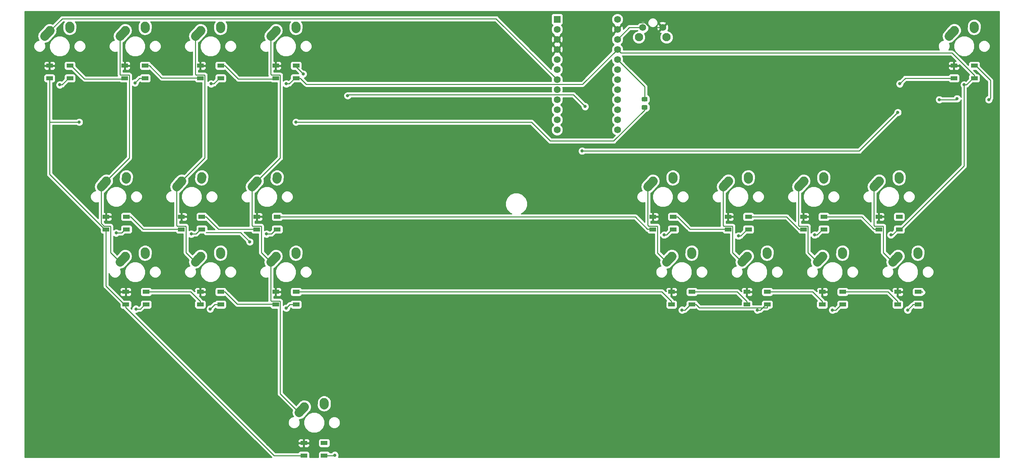
<source format=gbr>
G04 #@! TF.GenerationSoftware,KiCad,Pcbnew,5.0.1*
G04 #@! TF.CreationDate,2018-12-01T13:02:46-05:00*
G04 #@! TF.ProjectId,fightkeyb-pcb,66696768746B6579622D7063622E6B69,rev?*
G04 #@! TF.SameCoordinates,Original*
G04 #@! TF.FileFunction,Copper,L1,Top,Signal*
G04 #@! TF.FilePolarity,Positive*
%FSLAX46Y46*%
G04 Gerber Fmt 4.6, Leading zero omitted, Abs format (unit mm)*
G04 Created by KiCad (PCBNEW 5.0.1) date Sat 01 Dec 2018 01:02:46 PM EST*
%MOMM*%
%LPD*%
G01*
G04 APERTURE LIST*
G04 #@! TA.AperFunction,ComponentPad*
%ADD10C,2.250000*%
G04 #@! TD*
G04 #@! TA.AperFunction,Conductor*
%ADD11C,2.250000*%
G04 #@! TD*
G04 #@! TA.AperFunction,ComponentPad*
%ADD12C,2.100000*%
G04 #@! TD*
G04 #@! TA.AperFunction,ComponentPad*
%ADD13C,1.750000*%
G04 #@! TD*
G04 #@! TA.AperFunction,ComponentPad*
%ADD14R,1.752600X1.752600*%
G04 #@! TD*
G04 #@! TA.AperFunction,ComponentPad*
%ADD15C,1.752600*%
G04 #@! TD*
G04 #@! TA.AperFunction,SMDPad,CuDef*
%ADD16R,1.651000X0.998220*%
G04 #@! TD*
G04 #@! TA.AperFunction,Conductor*
%ADD17C,0.100000*%
G04 #@! TD*
G04 #@! TA.AperFunction,SMDPad,CuDef*
%ADD18C,1.150000*%
G04 #@! TD*
G04 #@! TA.AperFunction,ViaPad*
%ADD19C,0.800000*%
G04 #@! TD*
G04 #@! TA.AperFunction,Conductor*
%ADD20C,0.250000*%
G04 #@! TD*
G04 #@! TA.AperFunction,Conductor*
%ADD21C,0.254000*%
G04 #@! TD*
G04 APERTURE END LIST*
D10*
G04 #@! TO.P,MX1,1*
G04 #@! TO.N,Net-(MX1-Pad1)*
X34647500Y-27527750D03*
X33992501Y-28257750D03*
D11*
G04 #@! TD*
G04 #@! TO.N,Net-(MX1-Pad1)*
G04 #@! TO.C,MX1*
X33337500Y-28987750D02*
X34647502Y-27527750D01*
D10*
G04 #@! TO.P,MX1,2*
G04 #@! TO.N,Net-(D1-Pad2)*
X39687500Y-26447750D03*
X39667500Y-26737750D03*
D11*
G04 #@! TD*
G04 #@! TO.N,Net-(D1-Pad2)*
G04 #@! TO.C,MX1*
X39647500Y-27027750D02*
X39687500Y-26447750D01*
D10*
G04 #@! TO.P,MX2,1*
G04 #@! TO.N,Net-(MX13-Pad1)*
X53697500Y-27527750D03*
X53042501Y-28257750D03*
D11*
G04 #@! TD*
G04 #@! TO.N,Net-(MX13-Pad1)*
G04 #@! TO.C,MX2*
X52387500Y-28987750D02*
X53697502Y-27527750D01*
D10*
G04 #@! TO.P,MX2,2*
G04 #@! TO.N,Net-(D2-Pad2)*
X58737500Y-26447750D03*
X58717500Y-26737750D03*
D11*
G04 #@! TD*
G04 #@! TO.N,Net-(D2-Pad2)*
G04 #@! TO.C,MX2*
X58697500Y-27027750D02*
X58737500Y-26447750D01*
D10*
G04 #@! TO.P,MX3,2*
G04 #@! TO.N,Net-(D3-Pad2)*
X77767500Y-26737750D03*
D11*
G04 #@! TD*
G04 #@! TO.N,Net-(D3-Pad2)*
G04 #@! TO.C,MX3*
X77747500Y-27027750D02*
X77787500Y-26447750D01*
D10*
G04 #@! TO.P,MX3,2*
G04 #@! TO.N,Net-(D3-Pad2)*
X77787500Y-26447750D03*
G04 #@! TO.P,MX3,1*
G04 #@! TO.N,Net-(MX14-Pad1)*
X72092501Y-28257750D03*
D11*
G04 #@! TD*
G04 #@! TO.N,Net-(MX14-Pad1)*
G04 #@! TO.C,MX3*
X71437500Y-28987750D02*
X72747502Y-27527750D01*
D10*
G04 #@! TO.P,MX3,1*
G04 #@! TO.N,Net-(MX14-Pad1)*
X72747500Y-27527750D03*
G04 #@! TD*
G04 #@! TO.P,MX4,1*
G04 #@! TO.N,Net-(MX15-Pad1)*
X91797500Y-27527750D03*
X91142501Y-28257750D03*
D11*
G04 #@! TD*
G04 #@! TO.N,Net-(MX15-Pad1)*
G04 #@! TO.C,MX4*
X90487500Y-28987750D02*
X91797502Y-27527750D01*
D10*
G04 #@! TO.P,MX4,2*
G04 #@! TO.N,Net-(D4-Pad2)*
X96837500Y-26447750D03*
X96817500Y-26737750D03*
D11*
G04 #@! TD*
G04 #@! TO.N,Net-(D4-Pad2)*
G04 #@! TO.C,MX4*
X96797500Y-27027750D02*
X96837500Y-26447750D01*
D10*
G04 #@! TO.P,MX5,2*
G04 #@! TO.N,Net-(D5-Pad2)*
X268204000Y-26706000D03*
D11*
G04 #@! TD*
G04 #@! TO.N,Net-(D5-Pad2)*
G04 #@! TO.C,MX5*
X268184000Y-26996000D02*
X268224000Y-26416000D01*
D10*
G04 #@! TO.P,MX5,2*
G04 #@! TO.N,Net-(D5-Pad2)*
X268224000Y-26416000D03*
G04 #@! TO.P,MX5,1*
G04 #@! TO.N,Net-(MX12-Pad1)*
X262529001Y-28226000D03*
D11*
G04 #@! TD*
G04 #@! TO.N,Net-(MX12-Pad1)*
G04 #@! TO.C,MX5*
X261874000Y-28956000D02*
X263184002Y-27496000D01*
D10*
G04 #@! TO.P,MX5,1*
G04 #@! TO.N,Net-(MX12-Pad1)*
X263184000Y-27496000D03*
G04 #@! TD*
G04 #@! TO.P,MX6,2*
G04 #@! TO.N,Net-(D6-Pad2)*
X53955000Y-64806000D03*
D11*
G04 #@! TD*
G04 #@! TO.N,Net-(D6-Pad2)*
G04 #@! TO.C,MX6*
X53935000Y-65096000D02*
X53975000Y-64516000D01*
D10*
G04 #@! TO.P,MX6,2*
G04 #@! TO.N,Net-(D6-Pad2)*
X53975000Y-64516000D03*
G04 #@! TO.P,MX6,1*
G04 #@! TO.N,Net-(MX13-Pad1)*
X48280001Y-66326000D03*
D11*
G04 #@! TD*
G04 #@! TO.N,Net-(MX13-Pad1)*
G04 #@! TO.C,MX6*
X47625000Y-67056000D02*
X48935002Y-65596000D01*
D10*
G04 #@! TO.P,MX6,1*
G04 #@! TO.N,Net-(MX13-Pad1)*
X48935000Y-65596000D03*
G04 #@! TD*
G04 #@! TO.P,MX7,1*
G04 #@! TO.N,Net-(MX14-Pad1)*
X67985000Y-65596000D03*
X67330001Y-66326000D03*
D11*
G04 #@! TD*
G04 #@! TO.N,Net-(MX14-Pad1)*
G04 #@! TO.C,MX7*
X66675000Y-67056000D02*
X67985002Y-65596000D01*
D10*
G04 #@! TO.P,MX7,2*
G04 #@! TO.N,Net-(D7-Pad2)*
X73025000Y-64516000D03*
X73005000Y-64806000D03*
D11*
G04 #@! TD*
G04 #@! TO.N,Net-(D7-Pad2)*
G04 #@! TO.C,MX7*
X72985000Y-65096000D02*
X73025000Y-64516000D01*
D10*
G04 #@! TO.P,MX8,2*
G04 #@! TO.N,Net-(D8-Pad2)*
X92055000Y-64837750D03*
D11*
G04 #@! TD*
G04 #@! TO.N,Net-(D8-Pad2)*
G04 #@! TO.C,MX8*
X92035000Y-65127750D02*
X92075000Y-64547750D01*
D10*
G04 #@! TO.P,MX8,2*
G04 #@! TO.N,Net-(D8-Pad2)*
X92075000Y-64547750D03*
G04 #@! TO.P,MX8,1*
G04 #@! TO.N,Net-(MX15-Pad1)*
X86380001Y-66357750D03*
D11*
G04 #@! TD*
G04 #@! TO.N,Net-(MX15-Pad1)*
G04 #@! TO.C,MX8*
X85725000Y-67087750D02*
X87035002Y-65627750D01*
D10*
G04 #@! TO.P,MX8,1*
G04 #@! TO.N,Net-(MX15-Pad1)*
X87035000Y-65627750D03*
G04 #@! TD*
G04 #@! TO.P,MX9,2*
G04 #@! TO.N,Net-(D9-Pad2)*
X192067500Y-64837750D03*
D11*
G04 #@! TD*
G04 #@! TO.N,Net-(D9-Pad2)*
G04 #@! TO.C,MX9*
X192047500Y-65127750D02*
X192087500Y-64547750D01*
D10*
G04 #@! TO.P,MX9,2*
G04 #@! TO.N,Net-(D9-Pad2)*
X192087500Y-64547750D03*
G04 #@! TO.P,MX9,1*
G04 #@! TO.N,Net-(MX16-Pad1)*
X186392501Y-66357750D03*
D11*
G04 #@! TD*
G04 #@! TO.N,Net-(MX16-Pad1)*
G04 #@! TO.C,MX9*
X185737500Y-67087750D02*
X187047502Y-65627750D01*
D10*
G04 #@! TO.P,MX9,1*
G04 #@! TO.N,Net-(MX16-Pad1)*
X187047500Y-65627750D03*
G04 #@! TD*
G04 #@! TO.P,MX10,1*
G04 #@! TO.N,Net-(MX10-Pad1)*
X206097500Y-65596000D03*
X205442501Y-66326000D03*
D11*
G04 #@! TD*
G04 #@! TO.N,Net-(MX10-Pad1)*
G04 #@! TO.C,MX10*
X204787500Y-67056000D02*
X206097502Y-65596000D01*
D10*
G04 #@! TO.P,MX10,2*
G04 #@! TO.N,Net-(D10-Pad2)*
X211137500Y-64516000D03*
X211117500Y-64806000D03*
D11*
G04 #@! TD*
G04 #@! TO.N,Net-(D10-Pad2)*
G04 #@! TO.C,MX10*
X211097500Y-65096000D02*
X211137500Y-64516000D01*
D10*
G04 #@! TO.P,MX11,2*
G04 #@! TO.N,Net-(D11-Pad2)*
X230167500Y-64837750D03*
D11*
G04 #@! TD*
G04 #@! TO.N,Net-(D11-Pad2)*
G04 #@! TO.C,MX11*
X230147500Y-65127750D02*
X230187500Y-64547750D01*
D10*
G04 #@! TO.P,MX11,2*
G04 #@! TO.N,Net-(D11-Pad2)*
X230187500Y-64547750D03*
G04 #@! TO.P,MX11,1*
G04 #@! TO.N,Net-(MX11-Pad1)*
X224492501Y-66357750D03*
D11*
G04 #@! TD*
G04 #@! TO.N,Net-(MX11-Pad1)*
G04 #@! TO.C,MX11*
X223837500Y-67087750D02*
X225147502Y-65627750D01*
D10*
G04 #@! TO.P,MX11,1*
G04 #@! TO.N,Net-(MX11-Pad1)*
X225147500Y-65627750D03*
G04 #@! TD*
G04 #@! TO.P,MX12,1*
G04 #@! TO.N,Net-(MX12-Pad1)*
X244197500Y-65596000D03*
X243542501Y-66326000D03*
D11*
G04 #@! TD*
G04 #@! TO.N,Net-(MX12-Pad1)*
G04 #@! TO.C,MX12*
X242887500Y-67056000D02*
X244197502Y-65596000D01*
D10*
G04 #@! TO.P,MX12,2*
G04 #@! TO.N,Net-(D12-Pad2)*
X249237500Y-64516000D03*
X249217500Y-64806000D03*
D11*
G04 #@! TD*
G04 #@! TO.N,Net-(D12-Pad2)*
G04 #@! TO.C,MX12*
X249197500Y-65096000D02*
X249237500Y-64516000D01*
D10*
G04 #@! TO.P,MX13,1*
G04 #@! TO.N,Net-(MX13-Pad1)*
X53697500Y-84677750D03*
X53042501Y-85407750D03*
D11*
G04 #@! TD*
G04 #@! TO.N,Net-(MX13-Pad1)*
G04 #@! TO.C,MX13*
X52387500Y-86137750D02*
X53697502Y-84677750D01*
D10*
G04 #@! TO.P,MX13,2*
G04 #@! TO.N,Net-(D13-Pad2)*
X58737500Y-83597750D03*
X58717500Y-83887750D03*
D11*
G04 #@! TD*
G04 #@! TO.N,Net-(D13-Pad2)*
G04 #@! TO.C,MX13*
X58697500Y-84177750D02*
X58737500Y-83597750D01*
D10*
G04 #@! TO.P,MX14,2*
G04 #@! TO.N,Net-(D14-Pad2)*
X77767500Y-83856000D03*
D11*
G04 #@! TD*
G04 #@! TO.N,Net-(D14-Pad2)*
G04 #@! TO.C,MX14*
X77747500Y-84146000D02*
X77787500Y-83566000D01*
D10*
G04 #@! TO.P,MX14,2*
G04 #@! TO.N,Net-(D14-Pad2)*
X77787500Y-83566000D03*
G04 #@! TO.P,MX14,1*
G04 #@! TO.N,Net-(MX14-Pad1)*
X72092501Y-85376000D03*
D11*
G04 #@! TD*
G04 #@! TO.N,Net-(MX14-Pad1)*
G04 #@! TO.C,MX14*
X71437500Y-86106000D02*
X72747502Y-84646000D01*
D10*
G04 #@! TO.P,MX14,1*
G04 #@! TO.N,Net-(MX14-Pad1)*
X72747500Y-84646000D03*
G04 #@! TD*
G04 #@! TO.P,MX15,1*
G04 #@! TO.N,Net-(MX15-Pad1)*
X91797500Y-84677750D03*
X91142501Y-85407750D03*
D11*
G04 #@! TD*
G04 #@! TO.N,Net-(MX15-Pad1)*
G04 #@! TO.C,MX15*
X90487500Y-86137750D02*
X91797502Y-84677750D01*
D10*
G04 #@! TO.P,MX15,2*
G04 #@! TO.N,Net-(D15-Pad2)*
X96837500Y-83597750D03*
X96817500Y-83887750D03*
D11*
G04 #@! TD*
G04 #@! TO.N,Net-(D15-Pad2)*
G04 #@! TO.C,MX15*
X96797500Y-84177750D02*
X96837500Y-83597750D01*
D10*
G04 #@! TO.P,MX16,2*
G04 #@! TO.N,Net-(D16-Pad2)*
X196830000Y-83856000D03*
D11*
G04 #@! TD*
G04 #@! TO.N,Net-(D16-Pad2)*
G04 #@! TO.C,MX16*
X196810000Y-84146000D02*
X196850000Y-83566000D01*
D10*
G04 #@! TO.P,MX16,2*
G04 #@! TO.N,Net-(D16-Pad2)*
X196850000Y-83566000D03*
G04 #@! TO.P,MX16,1*
G04 #@! TO.N,Net-(MX16-Pad1)*
X191155001Y-85376000D03*
D11*
G04 #@! TD*
G04 #@! TO.N,Net-(MX16-Pad1)*
G04 #@! TO.C,MX16*
X190500000Y-86106000D02*
X191810002Y-84646000D01*
D10*
G04 #@! TO.P,MX16,1*
G04 #@! TO.N,Net-(MX16-Pad1)*
X191810000Y-84646000D03*
G04 #@! TD*
G04 #@! TO.P,MX17,1*
G04 #@! TO.N,Net-(MX10-Pad1)*
X210860000Y-84646000D03*
X210205001Y-85376000D03*
D11*
G04 #@! TD*
G04 #@! TO.N,Net-(MX10-Pad1)*
G04 #@! TO.C,MX17*
X209550000Y-86106000D02*
X210860002Y-84646000D01*
D10*
G04 #@! TO.P,MX17,2*
G04 #@! TO.N,Net-(D17-Pad2)*
X215900000Y-83566000D03*
X215880000Y-83856000D03*
D11*
G04 #@! TD*
G04 #@! TO.N,Net-(D17-Pad2)*
G04 #@! TO.C,MX17*
X215860000Y-84146000D02*
X215900000Y-83566000D01*
D10*
G04 #@! TO.P,MX18,2*
G04 #@! TO.N,Net-(D18-Pad2)*
X234930000Y-83856000D03*
D11*
G04 #@! TD*
G04 #@! TO.N,Net-(D18-Pad2)*
G04 #@! TO.C,MX18*
X234910000Y-84146000D02*
X234950000Y-83566000D01*
D10*
G04 #@! TO.P,MX18,2*
G04 #@! TO.N,Net-(D18-Pad2)*
X234950000Y-83566000D03*
G04 #@! TO.P,MX18,1*
G04 #@! TO.N,Net-(MX11-Pad1)*
X229255001Y-85376000D03*
D11*
G04 #@! TD*
G04 #@! TO.N,Net-(MX11-Pad1)*
G04 #@! TO.C,MX18*
X228600000Y-86106000D02*
X229910002Y-84646000D01*
D10*
G04 #@! TO.P,MX18,1*
G04 #@! TO.N,Net-(MX11-Pad1)*
X229910000Y-84646000D03*
G04 #@! TD*
G04 #@! TO.P,MX19,1*
G04 #@! TO.N,Net-(MX12-Pad1)*
X248960000Y-84646000D03*
X248305001Y-85376000D03*
D11*
G04 #@! TD*
G04 #@! TO.N,Net-(MX12-Pad1)*
G04 #@! TO.C,MX19*
X247650000Y-86106000D02*
X248960002Y-84646000D01*
D10*
G04 #@! TO.P,MX19,2*
G04 #@! TO.N,Net-(D19-Pad2)*
X254000000Y-83566000D03*
X253980000Y-83856000D03*
D11*
G04 #@! TD*
G04 #@! TO.N,Net-(D19-Pad2)*
G04 #@! TO.C,MX19*
X253960000Y-84146000D02*
X254000000Y-83566000D01*
D10*
G04 #@! TO.P,MX20,2*
G04 #@! TO.N,Net-(D20-Pad2)*
X103961250Y-121987750D03*
D11*
G04 #@! TD*
G04 #@! TO.N,Net-(D20-Pad2)*
G04 #@! TO.C,MX20*
X103941250Y-122277750D02*
X103981250Y-121697750D01*
D10*
G04 #@! TO.P,MX20,2*
G04 #@! TO.N,Net-(D20-Pad2)*
X103981250Y-121697750D03*
G04 #@! TO.P,MX20,1*
G04 #@! TO.N,Net-(MX15-Pad1)*
X98286251Y-123507750D03*
D11*
G04 #@! TD*
G04 #@! TO.N,Net-(MX15-Pad1)*
G04 #@! TO.C,MX20*
X97631250Y-124237750D02*
X98941252Y-122777750D01*
D10*
G04 #@! TO.P,MX20,1*
G04 #@! TO.N,Net-(MX15-Pad1)*
X98941250Y-122777750D03*
G04 #@! TD*
D12*
G04 #@! TO.P,SW1,*
G04 #@! TO.N,*
X183487500Y-29255250D03*
D13*
G04 #@! TO.P,SW1,2*
G04 #@! TO.N,Net-(SW1-Pad2)*
X184497500Y-26765250D03*
G04 #@! TO.P,SW1,1*
G04 #@! TO.N,/Led Matrix/GND*
X189497500Y-26765250D03*
D12*
G04 #@! TO.P,SW1,*
G04 #@! TO.N,*
X190497500Y-29255250D03*
G04 #@! TD*
D14*
G04 #@! TO.P,U1,1*
G04 #@! TO.N,Net-(U1-Pad1)*
X162827500Y-24701500D03*
D15*
G04 #@! TO.P,U1,2*
G04 #@! TO.N,Net-(U1-Pad2)*
X162827500Y-27241500D03*
G04 #@! TO.P,U1,3*
G04 #@! TO.N,/Led Matrix/GND*
X162827500Y-29781500D03*
G04 #@! TO.P,U1,4*
X162827500Y-32321500D03*
G04 #@! TO.P,U1,5*
G04 #@! TO.N,Net-(U1-Pad5)*
X162827500Y-34861500D03*
G04 #@! TO.P,U1,6*
G04 #@! TO.N,Net-(U1-Pad6)*
X162827500Y-37401500D03*
G04 #@! TO.P,U1,7*
G04 #@! TO.N,Net-(MX1-Pad1)*
X162827500Y-39941500D03*
G04 #@! TO.P,U1,8*
G04 #@! TO.N,Net-(MX13-Pad1)*
X162827500Y-42481500D03*
G04 #@! TO.P,U1,9*
G04 #@! TO.N,Net-(MX14-Pad1)*
X162827500Y-45021500D03*
G04 #@! TO.P,U1,10*
G04 #@! TO.N,Net-(MX15-Pad1)*
X162827500Y-47561500D03*
G04 #@! TO.P,U1,11*
G04 #@! TO.N,Net-(D1-Pad1)*
X162827500Y-50101500D03*
G04 #@! TO.P,U1,13*
G04 #@! TO.N,Net-(D20-Pad1)*
X178067500Y-52641500D03*
G04 #@! TO.P,U1,14*
G04 #@! TO.N,Net-(D13-Pad1)*
X178067500Y-50101500D03*
G04 #@! TO.P,U1,15*
G04 #@! TO.N,Net-(MX16-Pad1)*
X178067500Y-47561500D03*
G04 #@! TO.P,U1,16*
G04 #@! TO.N,Net-(MX10-Pad1)*
X178067500Y-45021500D03*
G04 #@! TO.P,U1,17*
G04 #@! TO.N,Net-(MX11-Pad1)*
X178067500Y-42481500D03*
G04 #@! TO.P,U1,18*
G04 #@! TO.N,Net-(MX12-Pad1)*
X178067500Y-39941500D03*
G04 #@! TO.P,U1,19*
G04 #@! TO.N,Net-(U1-Pad19)*
X178067500Y-37401500D03*
G04 #@! TO.P,U1,20*
G04 #@! TO.N,/Led Matrix/DIN*
X178067500Y-34861500D03*
G04 #@! TO.P,U1,21*
G04 #@! TO.N,/Led Matrix/VCC*
X178067500Y-32321500D03*
G04 #@! TO.P,U1,22*
G04 #@! TO.N,Net-(SW1-Pad2)*
X178067500Y-29781500D03*
G04 #@! TO.P,U1,23*
G04 #@! TO.N,/Led Matrix/GND*
X178067500Y-27241500D03*
G04 #@! TO.P,U1,12*
G04 #@! TO.N,Net-(D10-Pad1)*
X162827500Y-52641500D03*
G04 #@! TO.P,U1,24*
G04 #@! TO.N,Net-(U1-Pad24)*
X178067500Y-24701500D03*
G04 #@! TD*
D16*
G04 #@! TO.P,D21,4*
G04 #@! TO.N,Net-(D21-Pad4)*
X34581940Y-39625410D03*
G04 #@! TO.P,D21,3*
G04 #@! TO.N,/Led Matrix/GND*
X34581940Y-36430090D03*
G04 #@! TO.P,D21,2*
G04 #@! TO.N,Net-(D21-Pad2)*
X39733060Y-36430090D03*
G04 #@! TO.P,D21,1*
G04 #@! TO.N,/Led Matrix/VCC*
X39733060Y-39625410D03*
G04 #@! TD*
G04 #@! TO.P,D22,1*
G04 #@! TO.N,/Led Matrix/VCC*
X58733060Y-39625410D03*
G04 #@! TO.P,D22,2*
G04 #@! TO.N,Net-(D22-Pad2)*
X58733060Y-36430090D03*
G04 #@! TO.P,D22,3*
G04 #@! TO.N,/Led Matrix/GND*
X53581940Y-36430090D03*
G04 #@! TO.P,D22,4*
G04 #@! TO.N,Net-(D21-Pad2)*
X53581940Y-39625410D03*
G04 #@! TD*
G04 #@! TO.P,D23,4*
G04 #@! TO.N,Net-(D22-Pad2)*
X72671940Y-39625410D03*
G04 #@! TO.P,D23,3*
G04 #@! TO.N,/Led Matrix/GND*
X72671940Y-36430090D03*
G04 #@! TO.P,D23,2*
G04 #@! TO.N,Net-(D23-Pad2)*
X77823060Y-36430090D03*
G04 #@! TO.P,D23,1*
G04 #@! TO.N,/Led Matrix/VCC*
X77823060Y-39625410D03*
G04 #@! TD*
G04 #@! TO.P,D24,1*
G04 #@! TO.N,/Led Matrix/VCC*
X96873060Y-39625410D03*
G04 #@! TO.P,D24,2*
G04 #@! TO.N,Net-(D24-Pad2)*
X96873060Y-36430090D03*
G04 #@! TO.P,D24,3*
G04 #@! TO.N,/Led Matrix/GND*
X91721940Y-36430090D03*
G04 #@! TO.P,D24,4*
G04 #@! TO.N,Net-(D23-Pad2)*
X91721940Y-39625410D03*
G04 #@! TD*
G04 #@! TO.P,D25,1*
G04 #@! TO.N,/Led Matrix/VCC*
X268259560Y-39625410D03*
G04 #@! TO.P,D25,2*
G04 #@! TO.N,Net-(D25-Pad2)*
X268259560Y-36430090D03*
G04 #@! TO.P,D25,3*
G04 #@! TO.N,/Led Matrix/GND*
X263108440Y-36430090D03*
G04 #@! TO.P,D25,4*
G04 #@! TO.N,Net-(D24-Pad2)*
X263108440Y-39625410D03*
G04 #@! TD*
G04 #@! TO.P,D26,4*
G04 #@! TO.N,Net-(D21-Pad4)*
X48859440Y-77875410D03*
G04 #@! TO.P,D26,3*
G04 #@! TO.N,/Led Matrix/GND*
X48859440Y-74680090D03*
G04 #@! TO.P,D26,2*
G04 #@! TO.N,Net-(D26-Pad2)*
X54010560Y-74680090D03*
G04 #@! TO.P,D26,1*
G04 #@! TO.N,/Led Matrix/VCC*
X54010560Y-77875410D03*
G04 #@! TD*
G04 #@! TO.P,D27,1*
G04 #@! TO.N,/Led Matrix/VCC*
X73060560Y-77875410D03*
G04 #@! TO.P,D27,2*
G04 #@! TO.N,Net-(D27-Pad2)*
X73060560Y-74680090D03*
G04 #@! TO.P,D27,3*
G04 #@! TO.N,/Led Matrix/GND*
X67909440Y-74680090D03*
G04 #@! TO.P,D27,4*
G04 #@! TO.N,Net-(D26-Pad2)*
X67909440Y-77875410D03*
G04 #@! TD*
G04 #@! TO.P,D28,4*
G04 #@! TO.N,Net-(D27-Pad2)*
X86959440Y-77875410D03*
G04 #@! TO.P,D28,3*
G04 #@! TO.N,/Led Matrix/GND*
X86959440Y-74680090D03*
G04 #@! TO.P,D28,2*
G04 #@! TO.N,Net-(D28-Pad2)*
X92110560Y-74680090D03*
G04 #@! TO.P,D28,1*
G04 #@! TO.N,/Led Matrix/VCC*
X92110560Y-77875410D03*
G04 #@! TD*
G04 #@! TO.P,D29,1*
G04 #@! TO.N,/Led Matrix/VCC*
X192186560Y-77875410D03*
G04 #@! TO.P,D29,2*
G04 #@! TO.N,Net-(D29-Pad2)*
X192186560Y-74680090D03*
G04 #@! TO.P,D29,3*
G04 #@! TO.N,/Led Matrix/GND*
X187035440Y-74680090D03*
G04 #@! TO.P,D29,4*
G04 #@! TO.N,Net-(D28-Pad2)*
X187035440Y-77875410D03*
G04 #@! TD*
G04 #@! TO.P,D30,4*
G04 #@! TO.N,Net-(D29-Pad2)*
X206021940Y-77875410D03*
G04 #@! TO.P,D30,3*
G04 #@! TO.N,/Led Matrix/GND*
X206021940Y-74680090D03*
G04 #@! TO.P,D30,2*
G04 #@! TO.N,Net-(D30-Pad2)*
X211173060Y-74680090D03*
G04 #@! TO.P,D30,1*
G04 #@! TO.N,/Led Matrix/VCC*
X211173060Y-77875410D03*
G04 #@! TD*
G04 #@! TO.P,D31,1*
G04 #@! TO.N,/Led Matrix/VCC*
X230233060Y-77875410D03*
G04 #@! TO.P,D31,2*
G04 #@! TO.N,Net-(D31-Pad2)*
X230233060Y-74680090D03*
G04 #@! TO.P,D31,3*
G04 #@! TO.N,/Led Matrix/GND*
X225081940Y-74680090D03*
G04 #@! TO.P,D31,4*
G04 #@! TO.N,Net-(D30-Pad2)*
X225081940Y-77875410D03*
G04 #@! TD*
G04 #@! TO.P,D32,4*
G04 #@! TO.N,Net-(D31-Pad2)*
X244121940Y-77875410D03*
G04 #@! TO.P,D32,3*
G04 #@! TO.N,/Led Matrix/GND*
X244121940Y-74680090D03*
G04 #@! TO.P,D32,2*
G04 #@! TO.N,Net-(D32-Pad2)*
X249273060Y-74680090D03*
G04 #@! TO.P,D32,1*
G04 #@! TO.N,/Led Matrix/VCC*
X249273060Y-77875410D03*
G04 #@! TD*
G04 #@! TO.P,D33,1*
G04 #@! TO.N,/Led Matrix/VCC*
X58983060Y-96875410D03*
G04 #@! TO.P,D33,2*
G04 #@! TO.N,Net-(D33-Pad2)*
X58983060Y-93680090D03*
G04 #@! TO.P,D33,3*
G04 #@! TO.N,/Led Matrix/GND*
X53831940Y-93680090D03*
G04 #@! TO.P,D33,4*
G04 #@! TO.N,Net-(D21-Pad4)*
X53831940Y-96875410D03*
G04 #@! TD*
G04 #@! TO.P,D34,4*
G04 #@! TO.N,Net-(D33-Pad2)*
X72671940Y-96875410D03*
G04 #@! TO.P,D34,3*
G04 #@! TO.N,/Led Matrix/GND*
X72671940Y-93680090D03*
G04 #@! TO.P,D34,2*
G04 #@! TO.N,Net-(D34-Pad2)*
X77823060Y-93680090D03*
G04 #@! TO.P,D34,1*
G04 #@! TO.N,/Led Matrix/VCC*
X77823060Y-96875410D03*
G04 #@! TD*
G04 #@! TO.P,D35,1*
G04 #@! TO.N,/Led Matrix/VCC*
X96873060Y-96875410D03*
G04 #@! TO.P,D35,2*
G04 #@! TO.N,Net-(D35-Pad2)*
X96873060Y-93680090D03*
G04 #@! TO.P,D35,3*
G04 #@! TO.N,/Led Matrix/GND*
X91721940Y-93680090D03*
G04 #@! TO.P,D35,4*
G04 #@! TO.N,Net-(D34-Pad2)*
X91721940Y-96875410D03*
G04 #@! TD*
G04 #@! TO.P,D36,1*
G04 #@! TO.N,/Led Matrix/VCC*
X196885560Y-96875410D03*
G04 #@! TO.P,D36,2*
G04 #@! TO.N,Net-(D36-Pad2)*
X196885560Y-93680090D03*
G04 #@! TO.P,D36,3*
G04 #@! TO.N,/Led Matrix/GND*
X191734440Y-93680090D03*
G04 #@! TO.P,D36,4*
G04 #@! TO.N,Net-(D35-Pad2)*
X191734440Y-96875410D03*
G04 #@! TD*
G04 #@! TO.P,D37,4*
G04 #@! TO.N,Net-(D36-Pad2)*
X210784440Y-96875410D03*
G04 #@! TO.P,D37,3*
G04 #@! TO.N,/Led Matrix/GND*
X210784440Y-93680090D03*
G04 #@! TO.P,D37,2*
G04 #@! TO.N,Net-(D37-Pad2)*
X215935560Y-93680090D03*
G04 #@! TO.P,D37,1*
G04 #@! TO.N,/Led Matrix/VCC*
X215935560Y-96875410D03*
G04 #@! TD*
G04 #@! TO.P,D38,1*
G04 #@! TO.N,/Led Matrix/VCC*
X234983060Y-96875410D03*
G04 #@! TO.P,D38,2*
G04 #@! TO.N,Net-(D38-Pad2)*
X234983060Y-93680090D03*
G04 #@! TO.P,D38,3*
G04 #@! TO.N,/Led Matrix/GND*
X229831940Y-93680090D03*
G04 #@! TO.P,D38,4*
G04 #@! TO.N,Net-(D37-Pad2)*
X229831940Y-96875410D03*
G04 #@! TD*
G04 #@! TO.P,D39,4*
G04 #@! TO.N,Net-(D38-Pad2)*
X248884440Y-96875410D03*
G04 #@! TO.P,D39,3*
G04 #@! TO.N,/Led Matrix/GND*
X248884440Y-93680090D03*
G04 #@! TO.P,D39,2*
G04 #@! TO.N,Net-(D39-Pad2)*
X254035560Y-93680090D03*
G04 #@! TO.P,D39,1*
G04 #@! TO.N,/Led Matrix/VCC*
X254035560Y-96875410D03*
G04 #@! TD*
G04 #@! TO.P,D40,4*
G04 #@! TO.N,Net-(D21-Pad4)*
X98831940Y-135125410D03*
G04 #@! TO.P,D40,3*
G04 #@! TO.N,/Led Matrix/GND*
X98831940Y-131930090D03*
G04 #@! TO.P,D40,2*
G04 #@! TO.N,/Led Matrix/DOUT*
X103983060Y-131930090D03*
G04 #@! TO.P,D40,1*
G04 #@! TO.N,/Led Matrix/VCC*
X103983060Y-135125410D03*
G04 #@! TD*
D17*
G04 #@! TO.N,/Led Matrix/DIN*
G04 #@! TO.C,R1*
G36*
X185413255Y-44360204D02*
X185437523Y-44363804D01*
X185461322Y-44369765D01*
X185484421Y-44378030D01*
X185506600Y-44388520D01*
X185527643Y-44401132D01*
X185547349Y-44415747D01*
X185565527Y-44432223D01*
X185582003Y-44450401D01*
X185596618Y-44470107D01*
X185609230Y-44491150D01*
X185619720Y-44513329D01*
X185627985Y-44536428D01*
X185633946Y-44560227D01*
X185637546Y-44584495D01*
X185638750Y-44608999D01*
X185638750Y-45259001D01*
X185637546Y-45283505D01*
X185633946Y-45307773D01*
X185627985Y-45331572D01*
X185619720Y-45354671D01*
X185609230Y-45376850D01*
X185596618Y-45397893D01*
X185582003Y-45417599D01*
X185565527Y-45435777D01*
X185547349Y-45452253D01*
X185527643Y-45466868D01*
X185506600Y-45479480D01*
X185484421Y-45489970D01*
X185461322Y-45498235D01*
X185437523Y-45504196D01*
X185413255Y-45507796D01*
X185388751Y-45509000D01*
X184488749Y-45509000D01*
X184464245Y-45507796D01*
X184439977Y-45504196D01*
X184416178Y-45498235D01*
X184393079Y-45489970D01*
X184370900Y-45479480D01*
X184349857Y-45466868D01*
X184330151Y-45452253D01*
X184311973Y-45435777D01*
X184295497Y-45417599D01*
X184280882Y-45397893D01*
X184268270Y-45376850D01*
X184257780Y-45354671D01*
X184249515Y-45331572D01*
X184243554Y-45307773D01*
X184239954Y-45283505D01*
X184238750Y-45259001D01*
X184238750Y-44608999D01*
X184239954Y-44584495D01*
X184243554Y-44560227D01*
X184249515Y-44536428D01*
X184257780Y-44513329D01*
X184268270Y-44491150D01*
X184280882Y-44470107D01*
X184295497Y-44450401D01*
X184311973Y-44432223D01*
X184330151Y-44415747D01*
X184349857Y-44401132D01*
X184370900Y-44388520D01*
X184393079Y-44378030D01*
X184416178Y-44369765D01*
X184439977Y-44363804D01*
X184464245Y-44360204D01*
X184488749Y-44359000D01*
X185388751Y-44359000D01*
X185413255Y-44360204D01*
X185413255Y-44360204D01*
G37*
D18*
G04 #@! TD*
G04 #@! TO.P,R1,1*
G04 #@! TO.N,/Led Matrix/DIN*
X184938750Y-44934000D03*
D17*
G04 #@! TO.N,Net-(D21-Pad4)*
G04 #@! TO.C,R1*
G36*
X185413255Y-46410204D02*
X185437523Y-46413804D01*
X185461322Y-46419765D01*
X185484421Y-46428030D01*
X185506600Y-46438520D01*
X185527643Y-46451132D01*
X185547349Y-46465747D01*
X185565527Y-46482223D01*
X185582003Y-46500401D01*
X185596618Y-46520107D01*
X185609230Y-46541150D01*
X185619720Y-46563329D01*
X185627985Y-46586428D01*
X185633946Y-46610227D01*
X185637546Y-46634495D01*
X185638750Y-46658999D01*
X185638750Y-47309001D01*
X185637546Y-47333505D01*
X185633946Y-47357773D01*
X185627985Y-47381572D01*
X185619720Y-47404671D01*
X185609230Y-47426850D01*
X185596618Y-47447893D01*
X185582003Y-47467599D01*
X185565527Y-47485777D01*
X185547349Y-47502253D01*
X185527643Y-47516868D01*
X185506600Y-47529480D01*
X185484421Y-47539970D01*
X185461322Y-47548235D01*
X185437523Y-47554196D01*
X185413255Y-47557796D01*
X185388751Y-47559000D01*
X184488749Y-47559000D01*
X184464245Y-47557796D01*
X184439977Y-47554196D01*
X184416178Y-47548235D01*
X184393079Y-47539970D01*
X184370900Y-47529480D01*
X184349857Y-47516868D01*
X184330151Y-47502253D01*
X184311973Y-47485777D01*
X184295497Y-47467599D01*
X184280882Y-47447893D01*
X184268270Y-47426850D01*
X184257780Y-47404671D01*
X184249515Y-47381572D01*
X184243554Y-47357773D01*
X184239954Y-47333505D01*
X184238750Y-47309001D01*
X184238750Y-46658999D01*
X184239954Y-46634495D01*
X184243554Y-46610227D01*
X184249515Y-46586428D01*
X184257780Y-46563329D01*
X184268270Y-46541150D01*
X184280882Y-46520107D01*
X184295497Y-46500401D01*
X184311973Y-46482223D01*
X184330151Y-46465747D01*
X184349857Y-46451132D01*
X184370900Y-46438520D01*
X184393079Y-46428030D01*
X184416178Y-46419765D01*
X184439977Y-46413804D01*
X184464245Y-46410204D01*
X184488749Y-46409000D01*
X185388751Y-46409000D01*
X185413255Y-46410204D01*
X185413255Y-46410204D01*
G37*
D18*
G04 #@! TD*
G04 #@! TO.P,R1,2*
G04 #@! TO.N,Net-(D21-Pad4)*
X184938750Y-46984000D03*
D19*
G04 #@! TO.N,/Led Matrix/GND*
X253907500Y-37277750D03*
X81407500Y-72027750D03*
X99213750Y-36434000D03*
X103976250Y-69771500D03*
G04 #@! TO.N,/Led Matrix/VCC*
X37157500Y-41277750D03*
X56157500Y-40777750D03*
X75407500Y-41027750D03*
X94407500Y-41027750D03*
X265657500Y-41277750D03*
X247157500Y-79277750D03*
X227907500Y-79277750D03*
X208657500Y-79527750D03*
X189907500Y-79277750D03*
X194407500Y-98277750D03*
X213407500Y-98277750D03*
X232407500Y-98277750D03*
X251407500Y-98277750D03*
X56407500Y-98027750D03*
X94407500Y-97777750D03*
X75157500Y-98027750D03*
X51407500Y-78777750D03*
X70407500Y-79027750D03*
X89407500Y-79027750D03*
X106657500Y-135027750D03*
G04 #@! TO.N,Net-(D21-Pad4)*
X96832500Y-50721500D03*
X42063750Y-50721500D03*
G04 #@! TO.N,Net-(D24-Pad2)*
X249407500Y-41027750D03*
X169907500Y-46777750D03*
X109907500Y-44027750D03*
X98657500Y-38527750D03*
G04 #@! TO.N,Net-(D25-Pad2)*
X85157500Y-81027750D03*
X169157500Y-58027750D03*
X248907500Y-48277750D03*
X259407500Y-45027750D03*
X263907500Y-44777750D03*
X271907500Y-45027750D03*
G04 #@! TD*
D20*
G04 #@! TO.N,Net-(MX1-Pad1)*
X33337500Y-28987750D02*
X37797500Y-24527750D01*
X147413750Y-24527750D02*
X162827500Y-39941500D01*
X37797500Y-24527750D02*
X147413750Y-24527750D01*
G04 #@! TO.N,Net-(MX13-Pad1)*
X52387500Y-38692360D02*
X52496439Y-38801299D01*
X54667441Y-38801299D02*
X54732441Y-38866299D01*
X54732441Y-38866299D02*
X54732441Y-59798559D01*
X52496439Y-38801299D02*
X54667441Y-38801299D01*
X54732441Y-59798559D02*
X48935000Y-65596000D01*
X52387500Y-28987750D02*
X52387500Y-38692360D01*
X49944941Y-77051299D02*
X50009941Y-77116299D01*
X50009941Y-77116299D02*
X50009941Y-83760191D01*
X48345349Y-77051299D02*
X49944941Y-77051299D01*
X50009941Y-83760191D02*
X52387500Y-86137750D01*
X47625000Y-76330950D02*
X48345349Y-77051299D01*
X47625000Y-67056000D02*
X47625000Y-76330950D01*
G04 #@! TO.N,Net-(MX14-Pad1)*
X73822441Y-59758559D02*
X67985000Y-65596000D01*
X73757441Y-38801299D02*
X73822441Y-38866299D01*
X73822441Y-38866299D02*
X73822441Y-59758559D01*
X71586439Y-38801299D02*
X73757441Y-38801299D01*
X71437500Y-28987750D02*
X71437500Y-38652360D01*
X71437500Y-38652360D02*
X71586439Y-38801299D01*
X69059941Y-83728441D02*
X71437500Y-86106000D01*
X68994941Y-77051299D02*
X69059941Y-77116299D01*
X66823939Y-77051299D02*
X68994941Y-77051299D01*
X66675000Y-76902360D02*
X66823939Y-77051299D01*
X69059941Y-77116299D02*
X69059941Y-83728441D01*
X66675000Y-67056000D02*
X66675000Y-76902360D01*
G04 #@! TO.N,Net-(MX15-Pad1)*
X90487500Y-28987750D02*
X90487500Y-38652360D01*
X92872441Y-59790309D02*
X87035000Y-65627750D01*
X92872441Y-38866299D02*
X92872441Y-59790309D01*
X92807441Y-38801299D02*
X92872441Y-38866299D01*
X90636439Y-38801299D02*
X92807441Y-38801299D01*
X90487500Y-38652360D02*
X90636439Y-38801299D01*
X88109941Y-77116299D02*
X88109941Y-83760191D01*
X88109941Y-83760191D02*
X90487500Y-86137750D01*
X88044941Y-77051299D02*
X88109941Y-77116299D01*
X85873939Y-77051299D02*
X88044941Y-77051299D01*
X85725000Y-76902360D02*
X85873939Y-77051299D01*
X85725000Y-67087750D02*
X85725000Y-76902360D01*
X92872441Y-119478941D02*
X97631250Y-124237750D01*
X92807441Y-96051299D02*
X92872441Y-96116299D01*
X90636439Y-96051299D02*
X92807441Y-96051299D01*
X90487500Y-95902360D02*
X90636439Y-96051299D01*
X92872441Y-96116299D02*
X92872441Y-119478941D01*
X90487500Y-86137750D02*
X90487500Y-95902360D01*
G04 #@! TO.N,Net-(MX12-Pad1)*
X245207441Y-77051299D02*
X245272441Y-77116299D01*
X245272441Y-83728441D02*
X247650000Y-86106000D01*
X243036439Y-77051299D02*
X245207441Y-77051299D01*
X242887500Y-76902360D02*
X243036439Y-77051299D01*
X242887500Y-67056000D02*
X242887500Y-76902360D01*
X245272441Y-77116299D02*
X245272441Y-83728441D01*
G04 #@! TO.N,Net-(MX16-Pad1)*
X188185941Y-83791941D02*
X190500000Y-86106000D01*
X185949939Y-77051299D02*
X188120941Y-77051299D01*
X185737500Y-76838860D02*
X185949939Y-77051299D01*
X188185941Y-77116299D02*
X188185941Y-83791941D01*
X185737500Y-67087750D02*
X185737500Y-76838860D01*
X188120941Y-77051299D02*
X188185941Y-77116299D01*
G04 #@! TO.N,Net-(MX10-Pad1)*
X207172441Y-83728441D02*
X209550000Y-86106000D01*
X207107441Y-77051299D02*
X207172441Y-77116299D01*
X204936439Y-77051299D02*
X207107441Y-77051299D01*
X204787500Y-76902360D02*
X204936439Y-77051299D01*
X207172441Y-77116299D02*
X207172441Y-83728441D01*
X204787500Y-67056000D02*
X204787500Y-76902360D01*
G04 #@! TO.N,Net-(MX11-Pad1)*
X226232441Y-77116299D02*
X226232441Y-83738441D01*
X226232441Y-83738441D02*
X228600000Y-86106000D01*
X226167441Y-77051299D02*
X226232441Y-77116299D01*
X223996439Y-77051299D02*
X226167441Y-77051299D01*
X223837500Y-76892360D02*
X223996439Y-77051299D01*
X223837500Y-67087750D02*
X223837500Y-76892360D01*
G04 #@! TO.N,Net-(SW1-Pad2)*
X181083750Y-26765250D02*
X178067500Y-29781500D01*
X184497500Y-26765250D02*
X181083750Y-26765250D01*
G04 #@! TO.N,/Led Matrix/GND*
X179743751Y-25565249D02*
X178067500Y-27241500D01*
X185073501Y-25565249D02*
X179743751Y-25565249D01*
X186273502Y-26765250D02*
X185073501Y-25565249D01*
X189497500Y-26765250D02*
X186273502Y-26765250D01*
X162827500Y-29447750D02*
X162407500Y-29027750D01*
X162827500Y-29781500D02*
X162827500Y-29447750D01*
G04 #@! TO.N,/Led Matrix/VCC*
X37754330Y-41277750D02*
X37157500Y-41277750D01*
X39733060Y-39625410D02*
X39406670Y-39625410D01*
X39406670Y-39625410D02*
X37754330Y-41277750D01*
X58733060Y-39625410D02*
X57309840Y-39625410D01*
X57309840Y-39625410D02*
X56157500Y-40777750D01*
X76094330Y-41027750D02*
X75407500Y-41027750D01*
X77823060Y-39625410D02*
X77496670Y-39625410D01*
X77496670Y-39625410D02*
X76094330Y-41027750D01*
X96873060Y-39625410D02*
X96546670Y-39625410D01*
X95144330Y-41027750D02*
X94407500Y-41027750D01*
X96546670Y-39625410D02*
X95144330Y-41027750D01*
X268259560Y-39625410D02*
X267933170Y-39625410D01*
X266280830Y-41277750D02*
X265657500Y-41277750D01*
X267933170Y-39625410D02*
X266280830Y-41277750D01*
X268259560Y-38876300D02*
X268259560Y-39625410D01*
X178943799Y-33197799D02*
X262581059Y-33197799D01*
X262581059Y-33197799D02*
X268259560Y-38876300D01*
X178067500Y-32321500D02*
X178943799Y-33197799D01*
X249599450Y-77875410D02*
X249273060Y-77875410D01*
X265657500Y-61817360D02*
X249599450Y-77875410D01*
X265657500Y-41277750D02*
X265657500Y-61817360D01*
X247544330Y-79277750D02*
X247157500Y-79277750D01*
X249273060Y-77875410D02*
X248946670Y-77875410D01*
X248946670Y-77875410D02*
X247544330Y-79277750D01*
X228504330Y-79277750D02*
X227907500Y-79277750D01*
X230233060Y-77875410D02*
X229906670Y-77875410D01*
X229906670Y-77875410D02*
X228504330Y-79277750D01*
X209194330Y-79527750D02*
X208657500Y-79527750D01*
X211173060Y-77875410D02*
X210846670Y-77875410D01*
X210846670Y-77875410D02*
X209194330Y-79527750D01*
X190457830Y-79277750D02*
X189907500Y-79277750D01*
X192186560Y-77875410D02*
X191860170Y-77875410D01*
X191860170Y-77875410D02*
X190457830Y-79277750D01*
X195156830Y-98277750D02*
X194407500Y-98277750D01*
X196885560Y-96875410D02*
X196559170Y-96875410D01*
X196559170Y-96875410D02*
X195156830Y-98277750D01*
X214206830Y-98277750D02*
X213407500Y-98277750D01*
X215935560Y-96875410D02*
X215609170Y-96875410D01*
X215609170Y-96875410D02*
X214206830Y-98277750D01*
X233254330Y-98277750D02*
X232407500Y-98277750D01*
X234983060Y-96875410D02*
X234656670Y-96875410D01*
X234656670Y-96875410D02*
X233254330Y-98277750D01*
X254035560Y-96875410D02*
X252809840Y-96875410D01*
X252809840Y-96875410D02*
X251407500Y-98277750D01*
X197961060Y-96875410D02*
X196885560Y-96875410D01*
X198785171Y-97699521D02*
X197961060Y-96875410D01*
X215860559Y-97699521D02*
X198785171Y-97699521D01*
X215935560Y-97624520D02*
X215860559Y-97699521D01*
X215935560Y-96875410D02*
X215935560Y-97624520D01*
X58983060Y-96875410D02*
X58656670Y-96875410D01*
X57504330Y-98027750D02*
X56407500Y-98027750D01*
X58656670Y-96875410D02*
X57504330Y-98027750D01*
X96873060Y-96875410D02*
X95309840Y-96875410D01*
X95309840Y-96875410D02*
X94407500Y-97777750D01*
X77823060Y-96875410D02*
X76309840Y-96875410D01*
X76309840Y-96875410D02*
X75157500Y-98027750D01*
X52781830Y-78777750D02*
X51407500Y-78777750D01*
X54010560Y-77875410D02*
X53684170Y-77875410D01*
X53684170Y-77875410D02*
X52781830Y-78777750D01*
X71581830Y-79027750D02*
X70407500Y-79027750D01*
X73060560Y-77875410D02*
X72734170Y-77875410D01*
X72734170Y-77875410D02*
X71581830Y-79027750D01*
X90631830Y-79027750D02*
X89407500Y-79027750D01*
X92110560Y-77875410D02*
X91784170Y-77875410D01*
X91784170Y-77875410D02*
X90631830Y-79027750D01*
X103983060Y-135125410D02*
X106559840Y-135125410D01*
X106559840Y-135125410D02*
X106657500Y-135027750D01*
X99465951Y-41142801D02*
X169292449Y-41142801D01*
X97948560Y-39625410D02*
X99465951Y-41142801D01*
X96873060Y-39625410D02*
X97948560Y-39625410D01*
X169292449Y-41096551D02*
X178067500Y-32321500D01*
X169292449Y-41142801D02*
X169292449Y-41096551D01*
G04 #@! TO.N,Net-(D21-Pad4)*
X53505550Y-96875410D02*
X53831940Y-96875410D01*
X48859440Y-92229300D02*
X53505550Y-96875410D01*
X48859440Y-77875410D02*
X48859440Y-92229300D01*
X91332830Y-135125410D02*
X98831940Y-135125410D01*
X53831940Y-97624520D02*
X91332830Y-135125410D01*
X53831940Y-96875410D02*
X53831940Y-97624520D01*
X48533050Y-77875410D02*
X48859440Y-77875410D01*
X34581940Y-63924300D02*
X48533050Y-77875410D01*
X34581940Y-39625410D02*
X34581940Y-63924300D01*
X184938750Y-47659000D02*
X177113750Y-55484000D01*
X184938750Y-46984000D02*
X184938750Y-47659000D01*
X177113750Y-55484000D02*
X161126250Y-55484000D01*
X161126250Y-55484000D02*
X156363750Y-50721500D01*
X156363750Y-50721500D02*
X96832500Y-50721500D01*
X42063750Y-50721500D02*
X34581940Y-50721500D01*
G04 #@! TO.N,Net-(D21-Pad2)*
X53429600Y-39777750D02*
X53581940Y-39625410D01*
X43407110Y-39777750D02*
X53429600Y-39777750D01*
X39733060Y-36430090D02*
X40059450Y-36430090D01*
X40059450Y-36430090D02*
X43407110Y-39777750D01*
G04 #@! TO.N,Net-(D22-Pad2)*
X72574280Y-39527750D02*
X72671940Y-39625410D01*
X62906220Y-39527750D02*
X72574280Y-39527750D01*
X58733060Y-36430090D02*
X59808560Y-36430090D01*
X59808560Y-36430090D02*
X62906220Y-39527750D01*
G04 #@! TO.N,Net-(D23-Pad2)*
X91569600Y-39777750D02*
X91721940Y-39625410D01*
X82246220Y-39777750D02*
X91569600Y-39777750D01*
X77823060Y-36430090D02*
X78898560Y-36430090D01*
X78898560Y-36430090D02*
X82246220Y-39777750D01*
G04 #@! TO.N,Net-(D24-Pad2)*
X263108440Y-39625410D02*
X250809840Y-39625410D01*
X250809840Y-39625410D02*
X249407500Y-41027750D01*
X110115051Y-43820199D02*
X109907500Y-44027750D01*
X169907500Y-46777750D02*
X166949949Y-43820199D01*
X166949949Y-43820199D02*
X110115051Y-43820199D01*
X96873060Y-36743310D02*
X96873060Y-36430090D01*
X98657500Y-38527750D02*
X96873060Y-36743310D01*
G04 #@! TO.N,Net-(D25-Pad2)*
X82829271Y-78699521D02*
X85157500Y-81027750D01*
X74146061Y-78699521D02*
X82829271Y-78699521D01*
X74211061Y-78634521D02*
X74146061Y-78699521D01*
X239157500Y-58027750D02*
X248907500Y-48277750D01*
X169157500Y-58027750D02*
X239157500Y-58027750D01*
X259407500Y-45027750D02*
X263657500Y-45027750D01*
X263657500Y-45027750D02*
X263907500Y-44777750D01*
X268585950Y-36430090D02*
X268259560Y-36430090D01*
X272307499Y-40151639D02*
X268585950Y-36430090D01*
X272307499Y-44627751D02*
X272307499Y-40151639D01*
X271907500Y-45027750D02*
X272307499Y-44627751D01*
G04 #@! TO.N,Net-(D26-Pad2)*
X67811780Y-77777750D02*
X67909440Y-77875410D01*
X58183720Y-77777750D02*
X67811780Y-77777750D01*
X54010560Y-74680090D02*
X55086060Y-74680090D01*
X55086060Y-74680090D02*
X58183720Y-77777750D01*
G04 #@! TO.N,Net-(D27-Pad2)*
X86861780Y-77777750D02*
X86959440Y-77875410D01*
X77233720Y-77777750D02*
X86861780Y-77777750D01*
X73060560Y-74680090D02*
X74136060Y-74680090D01*
X74136060Y-74680090D02*
X77233720Y-77777750D01*
G04 #@! TO.N,Net-(D28-Pad2)*
X186937780Y-77777750D02*
X187035440Y-77875410D01*
X92110560Y-74680090D02*
X182559840Y-74680090D01*
X185657500Y-77777750D02*
X186937780Y-77777750D01*
X182559840Y-74680090D02*
X185657500Y-77777750D01*
G04 #@! TO.N,Net-(D29-Pad2)*
X196359720Y-77777750D02*
X205924280Y-77777750D01*
X192186560Y-74680090D02*
X193262060Y-74680090D01*
X205924280Y-77777750D02*
X206021940Y-77875410D01*
X193262060Y-74680090D02*
X196359720Y-77777750D01*
G04 #@! TO.N,Net-(D30-Pad2)*
X224005160Y-77875410D02*
X225081940Y-77875410D01*
X211173060Y-74680090D02*
X220809840Y-74680090D01*
X220809840Y-74680090D02*
X224005160Y-77875410D01*
G04 #@! TO.N,Net-(D31-Pad2)*
X230233060Y-74680090D02*
X239809840Y-74680090D01*
X239809840Y-74680090D02*
X242907500Y-77777750D01*
X244121940Y-77875410D02*
X243255160Y-77875410D01*
X243157500Y-77777750D02*
X242907500Y-77777750D01*
X243255160Y-77875410D02*
X243157500Y-77777750D01*
G04 #@! TO.N,Net-(D33-Pad2)*
X72671940Y-96126300D02*
X72671940Y-96875410D01*
X70225730Y-93680090D02*
X72671940Y-96126300D01*
X58983060Y-93680090D02*
X70225730Y-93680090D01*
G04 #@! TO.N,Net-(D34-Pad2)*
X91624280Y-96777750D02*
X91721940Y-96875410D01*
X77823060Y-93680090D02*
X78898560Y-93680090D01*
X81996220Y-96777750D02*
X91624280Y-96777750D01*
X78898560Y-93680090D02*
X81996220Y-96777750D01*
G04 #@! TO.N,Net-(D35-Pad2)*
X191734440Y-96126300D02*
X191734440Y-96875410D01*
X189288230Y-93680090D02*
X191734440Y-96126300D01*
X96873060Y-93680090D02*
X189288230Y-93680090D01*
G04 #@! TO.N,Net-(D36-Pad2)*
X210784440Y-96126300D02*
X210784440Y-96875410D01*
X208338230Y-93680090D02*
X210784440Y-96126300D01*
X196885560Y-93680090D02*
X208338230Y-93680090D01*
G04 #@! TO.N,Net-(D37-Pad2)*
X229831940Y-96126300D02*
X229831940Y-96875410D01*
X227385730Y-93680090D02*
X229831940Y-96126300D01*
X215935560Y-93680090D02*
X227385730Y-93680090D01*
G04 #@! TO.N,Net-(D38-Pad2)*
X246438230Y-93680090D02*
X248884440Y-96126300D01*
X248884440Y-96126300D02*
X248884440Y-96875410D01*
X234983060Y-93680090D02*
X246438230Y-93680090D01*
G04 #@! TO.N,Net-(D39-Pad2)*
X255111060Y-93680090D02*
X255186061Y-93755091D01*
X254035560Y-93680090D02*
X255111060Y-93680090D01*
G04 #@! TO.N,/Led Matrix/DIN*
X184938750Y-41732750D02*
X178067500Y-34861500D01*
X184938750Y-44934000D02*
X184938750Y-41732750D01*
G04 #@! TD*
D21*
G04 #@! TO.N,/Led Matrix/GND*
G36*
X274537501Y-135567750D02*
X107554101Y-135567750D01*
X107692500Y-135233624D01*
X107692500Y-134821876D01*
X107534931Y-134441470D01*
X107243780Y-134150319D01*
X106863374Y-133992750D01*
X106451626Y-133992750D01*
X106071220Y-134150319D01*
X105856129Y-134365410D01*
X105397947Y-134365410D01*
X105266369Y-134168491D01*
X105056325Y-134028143D01*
X104808560Y-133978860D01*
X103157560Y-133978860D01*
X102909795Y-134028143D01*
X102699751Y-134168491D01*
X102559403Y-134378535D01*
X102510120Y-134626300D01*
X102510120Y-135567750D01*
X100304880Y-135567750D01*
X100304880Y-134626300D01*
X100255597Y-134378535D01*
X100115249Y-134168491D01*
X99905205Y-134028143D01*
X99657440Y-133978860D01*
X98006440Y-133978860D01*
X97758675Y-134028143D01*
X97548631Y-134168491D01*
X97417053Y-134365410D01*
X91647632Y-134365410D01*
X89498062Y-132215840D01*
X97371440Y-132215840D01*
X97371440Y-132555510D01*
X97468113Y-132788899D01*
X97646742Y-132967527D01*
X97880131Y-133064200D01*
X98546190Y-133064200D01*
X98704940Y-132905450D01*
X98704940Y-132057090D01*
X98958940Y-132057090D01*
X98958940Y-132905450D01*
X99117690Y-133064200D01*
X99783749Y-133064200D01*
X100017138Y-132967527D01*
X100195767Y-132788899D01*
X100292440Y-132555510D01*
X100292440Y-132215840D01*
X100133690Y-132057090D01*
X98958940Y-132057090D01*
X98704940Y-132057090D01*
X97530190Y-132057090D01*
X97371440Y-132215840D01*
X89498062Y-132215840D01*
X88586892Y-131304670D01*
X97371440Y-131304670D01*
X97371440Y-131644340D01*
X97530190Y-131803090D01*
X98704940Y-131803090D01*
X98704940Y-130954730D01*
X98958940Y-130954730D01*
X98958940Y-131803090D01*
X100133690Y-131803090D01*
X100292440Y-131644340D01*
X100292440Y-131430980D01*
X102510120Y-131430980D01*
X102510120Y-132429200D01*
X102559403Y-132676965D01*
X102699751Y-132887009D01*
X102909795Y-133027357D01*
X103157560Y-133076640D01*
X104808560Y-133076640D01*
X105056325Y-133027357D01*
X105266369Y-132887009D01*
X105406717Y-132676965D01*
X105456000Y-132429200D01*
X105456000Y-131430980D01*
X105406717Y-131183215D01*
X105266369Y-130973171D01*
X105056325Y-130832823D01*
X104808560Y-130783540D01*
X103157560Y-130783540D01*
X102909795Y-130832823D01*
X102699751Y-130973171D01*
X102559403Y-131183215D01*
X102510120Y-131430980D01*
X100292440Y-131430980D01*
X100292440Y-131304670D01*
X100195767Y-131071281D01*
X100017138Y-130892653D01*
X99783749Y-130795980D01*
X99117690Y-130795980D01*
X98958940Y-130954730D01*
X98704940Y-130954730D01*
X98546190Y-130795980D01*
X97880131Y-130795980D01*
X97646742Y-130892653D01*
X97468113Y-131071281D01*
X97371440Y-131304670D01*
X88586892Y-131304670D01*
X56344971Y-99062750D01*
X56613374Y-99062750D01*
X56993780Y-98905181D01*
X57111211Y-98787750D01*
X57429483Y-98787750D01*
X57504330Y-98802638D01*
X57579177Y-98787750D01*
X57579182Y-98787750D01*
X57800867Y-98743654D01*
X58052259Y-98575679D01*
X58094661Y-98512220D01*
X58584921Y-98021960D01*
X59808560Y-98021960D01*
X60056325Y-97972677D01*
X60266369Y-97832329D01*
X60406717Y-97622285D01*
X60456000Y-97374520D01*
X60456000Y-96376300D01*
X60406717Y-96128535D01*
X60266369Y-95918491D01*
X60056325Y-95778143D01*
X59808560Y-95728860D01*
X58157560Y-95728860D01*
X57909795Y-95778143D01*
X57699751Y-95918491D01*
X57559403Y-96128535D01*
X57510120Y-96376300D01*
X57510120Y-96947159D01*
X57189529Y-97267750D01*
X57111211Y-97267750D01*
X56993780Y-97150319D01*
X56613374Y-96992750D01*
X56201626Y-96992750D01*
X55821220Y-97150319D01*
X55530069Y-97441470D01*
X55372500Y-97821876D01*
X55372500Y-98090279D01*
X55114830Y-97832609D01*
X55115249Y-97832329D01*
X55255597Y-97622285D01*
X55304880Y-97374520D01*
X55304880Y-96376300D01*
X55255597Y-96128535D01*
X55115249Y-95918491D01*
X54905205Y-95778143D01*
X54657440Y-95728860D01*
X53433802Y-95728860D01*
X51670782Y-93965840D01*
X52371440Y-93965840D01*
X52371440Y-94305510D01*
X52468113Y-94538899D01*
X52646742Y-94717527D01*
X52880131Y-94814200D01*
X53546190Y-94814200D01*
X53704940Y-94655450D01*
X53704940Y-93807090D01*
X53958940Y-93807090D01*
X53958940Y-94655450D01*
X54117690Y-94814200D01*
X54783749Y-94814200D01*
X55017138Y-94717527D01*
X55195767Y-94538899D01*
X55292440Y-94305510D01*
X55292440Y-93965840D01*
X55133690Y-93807090D01*
X53958940Y-93807090D01*
X53704940Y-93807090D01*
X52530190Y-93807090D01*
X52371440Y-93965840D01*
X51670782Y-93965840D01*
X50759612Y-93054670D01*
X52371440Y-93054670D01*
X52371440Y-93394340D01*
X52530190Y-93553090D01*
X53704940Y-93553090D01*
X53704940Y-92704730D01*
X53958940Y-92704730D01*
X53958940Y-93553090D01*
X55133690Y-93553090D01*
X55292440Y-93394340D01*
X55292440Y-93180980D01*
X57510120Y-93180980D01*
X57510120Y-94179200D01*
X57559403Y-94426965D01*
X57699751Y-94637009D01*
X57909795Y-94777357D01*
X58157560Y-94826640D01*
X59808560Y-94826640D01*
X60056325Y-94777357D01*
X60266369Y-94637009D01*
X60397947Y-94440090D01*
X69910929Y-94440090D01*
X71389049Y-95918212D01*
X71388631Y-95918491D01*
X71248283Y-96128535D01*
X71199000Y-96376300D01*
X71199000Y-97374520D01*
X71248283Y-97622285D01*
X71388631Y-97832329D01*
X71598675Y-97972677D01*
X71846440Y-98021960D01*
X73497440Y-98021960D01*
X73745205Y-97972677D01*
X73955249Y-97832329D01*
X73962233Y-97821876D01*
X74122500Y-97821876D01*
X74122500Y-98233624D01*
X74280069Y-98614030D01*
X74571220Y-98905181D01*
X74951626Y-99062750D01*
X75363374Y-99062750D01*
X75743780Y-98905181D01*
X76034931Y-98614030D01*
X76192500Y-98233624D01*
X76192500Y-98067551D01*
X76494879Y-97765173D01*
X76539751Y-97832329D01*
X76749795Y-97972677D01*
X76997560Y-98021960D01*
X78648560Y-98021960D01*
X78896325Y-97972677D01*
X79106369Y-97832329D01*
X79246717Y-97622285D01*
X79296000Y-97374520D01*
X79296000Y-96376300D01*
X79246717Y-96128535D01*
X79106369Y-95918491D01*
X78896325Y-95778143D01*
X78648560Y-95728860D01*
X76997560Y-95728860D01*
X76749795Y-95778143D01*
X76539751Y-95918491D01*
X76408173Y-96115410D01*
X76384687Y-96115410D01*
X76309840Y-96100522D01*
X76234993Y-96115410D01*
X76234988Y-96115410D01*
X76013303Y-96159506D01*
X75761911Y-96327481D01*
X75719511Y-96390937D01*
X75117699Y-96992750D01*
X74951626Y-96992750D01*
X74571220Y-97150319D01*
X74280069Y-97441470D01*
X74122500Y-97821876D01*
X73962233Y-97821876D01*
X74095597Y-97622285D01*
X74144880Y-97374520D01*
X74144880Y-96376300D01*
X74095597Y-96128535D01*
X73955249Y-95918491D01*
X73745205Y-95778143D01*
X73497440Y-95728860D01*
X73320423Y-95728860D01*
X73262269Y-95641826D01*
X73262267Y-95641824D01*
X73219869Y-95578371D01*
X73156416Y-95535973D01*
X72410416Y-94789974D01*
X72544940Y-94655450D01*
X72544940Y-93807090D01*
X72798940Y-93807090D01*
X72798940Y-94655450D01*
X72957690Y-94814200D01*
X73623749Y-94814200D01*
X73857138Y-94717527D01*
X74035767Y-94538899D01*
X74132440Y-94305510D01*
X74132440Y-93965840D01*
X73973690Y-93807090D01*
X72798940Y-93807090D01*
X72544940Y-93807090D01*
X72524940Y-93807090D01*
X72524940Y-93553090D01*
X72544940Y-93553090D01*
X72544940Y-92704730D01*
X72798940Y-92704730D01*
X72798940Y-93553090D01*
X73973690Y-93553090D01*
X74132440Y-93394340D01*
X74132440Y-93054670D01*
X74035767Y-92821281D01*
X73857138Y-92642653D01*
X73623749Y-92545980D01*
X72957690Y-92545980D01*
X72798940Y-92704730D01*
X72544940Y-92704730D01*
X72386190Y-92545980D01*
X71720131Y-92545980D01*
X71486742Y-92642653D01*
X71308113Y-92821281D01*
X71211440Y-93054670D01*
X71211440Y-93394340D01*
X71370188Y-93553088D01*
X71211440Y-93553088D01*
X71211440Y-93590998D01*
X70816061Y-93195620D01*
X70773659Y-93132161D01*
X70522267Y-92964186D01*
X70300582Y-92920090D01*
X70300577Y-92920090D01*
X70225730Y-92905202D01*
X70150883Y-92920090D01*
X60397947Y-92920090D01*
X60266369Y-92723171D01*
X60056325Y-92582823D01*
X59808560Y-92533540D01*
X58157560Y-92533540D01*
X57909795Y-92582823D01*
X57699751Y-92723171D01*
X57559403Y-92933215D01*
X57510120Y-93180980D01*
X55292440Y-93180980D01*
X55292440Y-93054670D01*
X55195767Y-92821281D01*
X55017138Y-92642653D01*
X54783749Y-92545980D01*
X54117690Y-92545980D01*
X53958940Y-92704730D01*
X53704940Y-92704730D01*
X53546190Y-92545980D01*
X52880131Y-92545980D01*
X52646742Y-92642653D01*
X52468113Y-92821281D01*
X52371440Y-93054670D01*
X50759612Y-93054670D01*
X49619440Y-91914499D01*
X49619440Y-89006934D01*
X49837384Y-89533096D01*
X50262154Y-89957866D01*
X50817142Y-90187750D01*
X51417858Y-90187750D01*
X51972846Y-89957866D01*
X52397616Y-89533096D01*
X52627500Y-88978108D01*
X52627500Y-88377392D01*
X52535312Y-88154829D01*
X53568600Y-88154829D01*
X53568600Y-89200671D01*
X53968826Y-90166902D01*
X54708348Y-90906424D01*
X55674579Y-91306650D01*
X56720421Y-91306650D01*
X57686652Y-90906424D01*
X58426174Y-90166902D01*
X58826400Y-89200671D01*
X58826400Y-88377392D01*
X59767500Y-88377392D01*
X59767500Y-88978108D01*
X59997384Y-89533096D01*
X60422154Y-89957866D01*
X60977142Y-90187750D01*
X61577858Y-90187750D01*
X62132846Y-89957866D01*
X62557616Y-89533096D01*
X62787500Y-88978108D01*
X62787500Y-88377392D01*
X62557616Y-87822404D01*
X62132846Y-87397634D01*
X61577858Y-87167750D01*
X60977142Y-87167750D01*
X60422154Y-87397634D01*
X59997384Y-87822404D01*
X59767500Y-88377392D01*
X58826400Y-88377392D01*
X58826400Y-88154829D01*
X58426174Y-87188598D01*
X57686652Y-86449076D01*
X56720421Y-86048850D01*
X55674579Y-86048850D01*
X54708348Y-86449076D01*
X53968826Y-87188598D01*
X53568600Y-88154829D01*
X52535312Y-88154829D01*
X52439339Y-87923132D01*
X52484530Y-87929604D01*
X53162857Y-87756075D01*
X53581715Y-87442164D01*
X54975694Y-85888572D01*
X55189556Y-85674710D01*
X55275540Y-85467125D01*
X55390091Y-85273819D01*
X55408314Y-85146582D01*
X55457500Y-85027836D01*
X55457500Y-84803148D01*
X55489356Y-84580720D01*
X55457500Y-84456194D01*
X55457500Y-84327664D01*
X55416877Y-84229589D01*
X56929745Y-84229589D01*
X56996299Y-84748774D01*
X57344316Y-85356329D01*
X57898344Y-85784456D01*
X58574037Y-85967977D01*
X59268524Y-85878951D01*
X59876079Y-85530934D01*
X60304206Y-84976906D01*
X60441403Y-84471772D01*
X60473548Y-84005660D01*
X60497500Y-83947836D01*
X60497500Y-83658359D01*
X60505255Y-83545911D01*
X60497500Y-83485414D01*
X60497500Y-83247664D01*
X60453365Y-83141113D01*
X60438702Y-83026725D01*
X60320537Y-82820438D01*
X60229556Y-82600790D01*
X60148006Y-82519240D01*
X60090684Y-82419170D01*
X59902571Y-82273805D01*
X59734460Y-82105694D01*
X59627909Y-82061559D01*
X59536656Y-81991043D01*
X59307235Y-81928732D01*
X59087586Y-81837750D01*
X58972254Y-81837750D01*
X58860963Y-81807523D01*
X58625161Y-81837750D01*
X58387414Y-81837750D01*
X58280863Y-81881885D01*
X58166476Y-81896548D01*
X57960191Y-82014711D01*
X57740540Y-82105694D01*
X57658988Y-82187246D01*
X57558921Y-82244566D01*
X57413560Y-82432674D01*
X57245444Y-82600790D01*
X57201308Y-82707344D01*
X57130794Y-82798594D01*
X57068483Y-83028013D01*
X56977500Y-83247664D01*
X56977500Y-83537136D01*
X56929745Y-84229589D01*
X55416877Y-84229589D01*
X55371517Y-84120082D01*
X55315828Y-83902393D01*
X55238742Y-83799536D01*
X55189556Y-83680790D01*
X55030676Y-83521910D01*
X54895923Y-83342107D01*
X54785347Y-83276581D01*
X54694460Y-83185694D01*
X54486867Y-83099706D01*
X54293570Y-82985161D01*
X54166339Y-82966939D01*
X54047586Y-82917750D01*
X53822886Y-82917750D01*
X53600471Y-82885896D01*
X53475953Y-82917750D01*
X53347414Y-82917750D01*
X53139818Y-83003739D01*
X52922144Y-83059424D01*
X52819295Y-83136504D01*
X52700540Y-83185694D01*
X52541649Y-83344585D01*
X52503286Y-83373336D01*
X52419340Y-83466894D01*
X52205444Y-83680790D01*
X52186600Y-83726283D01*
X51649469Y-84324917D01*
X50769941Y-83445390D01*
X50769941Y-79603902D01*
X50821220Y-79655181D01*
X51201626Y-79812750D01*
X51613374Y-79812750D01*
X51993780Y-79655181D01*
X52111211Y-79537750D01*
X52706983Y-79537750D01*
X52781830Y-79552638D01*
X52856677Y-79537750D01*
X52856682Y-79537750D01*
X53078367Y-79493654D01*
X53329759Y-79325679D01*
X53372161Y-79262221D01*
X53612422Y-79021960D01*
X54836060Y-79021960D01*
X55083825Y-78972677D01*
X55293869Y-78832329D01*
X55434217Y-78622285D01*
X55483500Y-78374520D01*
X55483500Y-77376300D01*
X55434217Y-77128535D01*
X55293869Y-76918491D01*
X55083825Y-76778143D01*
X54836060Y-76728860D01*
X53185060Y-76728860D01*
X52937295Y-76778143D01*
X52727251Y-76918491D01*
X52586903Y-77128535D01*
X52537620Y-77376300D01*
X52537620Y-77947158D01*
X52467028Y-78017750D01*
X52111211Y-78017750D01*
X51993780Y-77900319D01*
X51613374Y-77742750D01*
X51201626Y-77742750D01*
X50821220Y-77900319D01*
X50769941Y-77951598D01*
X50769941Y-77191146D01*
X50784829Y-77116299D01*
X50769941Y-77041452D01*
X50769941Y-77041447D01*
X50725845Y-76819762D01*
X50557870Y-76568370D01*
X50518905Y-76542335D01*
X50492870Y-76503370D01*
X50241478Y-76335395D01*
X50019793Y-76291299D01*
X50019788Y-76291299D01*
X49944941Y-76276411D01*
X49870094Y-76291299D01*
X48660151Y-76291299D01*
X48385000Y-76016148D01*
X48385000Y-75814200D01*
X48573690Y-75814200D01*
X48732440Y-75655450D01*
X48732440Y-74807090D01*
X48986440Y-74807090D01*
X48986440Y-75655450D01*
X49145190Y-75814200D01*
X49811249Y-75814200D01*
X50044638Y-75717527D01*
X50223267Y-75538899D01*
X50319940Y-75305510D01*
X50319940Y-74965840D01*
X50161190Y-74807090D01*
X48986440Y-74807090D01*
X48732440Y-74807090D01*
X48712440Y-74807090D01*
X48712440Y-74553090D01*
X48732440Y-74553090D01*
X48732440Y-73704730D01*
X48986440Y-73704730D01*
X48986440Y-74553090D01*
X50161190Y-74553090D01*
X50319940Y-74394340D01*
X50319940Y-74054670D01*
X50223267Y-73821281D01*
X50044638Y-73642653D01*
X49811249Y-73545980D01*
X49145190Y-73545980D01*
X48986440Y-73704730D01*
X48732440Y-73704730D01*
X48573690Y-73545980D01*
X48385000Y-73545980D01*
X48385000Y-69073079D01*
X48806100Y-69073079D01*
X48806100Y-70118921D01*
X49206326Y-71085152D01*
X49945848Y-71824674D01*
X50912079Y-72224900D01*
X51957921Y-72224900D01*
X52924152Y-71824674D01*
X53663674Y-71085152D01*
X54063900Y-70118921D01*
X54063900Y-69295642D01*
X55005000Y-69295642D01*
X55005000Y-69896358D01*
X55234884Y-70451346D01*
X55659654Y-70876116D01*
X56214642Y-71106000D01*
X56815358Y-71106000D01*
X57370346Y-70876116D01*
X57795116Y-70451346D01*
X58025000Y-69896358D01*
X58025000Y-69295642D01*
X57795116Y-68740654D01*
X57370346Y-68315884D01*
X56815358Y-68086000D01*
X56214642Y-68086000D01*
X55659654Y-68315884D01*
X55234884Y-68740654D01*
X55005000Y-69295642D01*
X54063900Y-69295642D01*
X54063900Y-69073079D01*
X53663674Y-68106848D01*
X52924152Y-67367326D01*
X51957921Y-66967100D01*
X50912079Y-66967100D01*
X49945848Y-67367326D01*
X49206326Y-68106848D01*
X48806100Y-69073079D01*
X48385000Y-69073079D01*
X48385000Y-68678254D01*
X48400357Y-68674325D01*
X48819215Y-68360414D01*
X50213194Y-66806822D01*
X50427056Y-66592960D01*
X50513040Y-66385375D01*
X50627591Y-66192069D01*
X50645814Y-66064832D01*
X50695000Y-65946086D01*
X50695000Y-65721398D01*
X50726856Y-65498970D01*
X50695000Y-65374444D01*
X50695000Y-65245914D01*
X50654377Y-65147839D01*
X52167245Y-65147839D01*
X52233799Y-65667024D01*
X52581816Y-66274579D01*
X53135844Y-66702706D01*
X53811537Y-66886227D01*
X54506024Y-66797201D01*
X55113579Y-66449184D01*
X55541706Y-65895156D01*
X55678903Y-65390022D01*
X55711048Y-64923910D01*
X55735000Y-64866086D01*
X55735000Y-64576609D01*
X55742755Y-64464161D01*
X55735000Y-64403664D01*
X55735000Y-64165914D01*
X55690865Y-64059363D01*
X55676202Y-63944975D01*
X55558037Y-63738688D01*
X55467056Y-63519040D01*
X55385506Y-63437490D01*
X55328184Y-63337420D01*
X55140071Y-63192055D01*
X54971960Y-63023944D01*
X54865409Y-62979809D01*
X54774156Y-62909293D01*
X54544735Y-62846982D01*
X54325086Y-62756000D01*
X54209754Y-62756000D01*
X54098463Y-62725773D01*
X53862661Y-62756000D01*
X53624914Y-62756000D01*
X53518363Y-62800135D01*
X53403976Y-62814798D01*
X53197691Y-62932961D01*
X52978040Y-63023944D01*
X52896488Y-63105496D01*
X52796421Y-63162816D01*
X52651060Y-63350924D01*
X52482944Y-63519040D01*
X52438808Y-63625594D01*
X52368294Y-63716844D01*
X52305983Y-63946263D01*
X52215000Y-64165914D01*
X52215000Y-64455386D01*
X52167245Y-65147839D01*
X50654377Y-65147839D01*
X50609017Y-65038332D01*
X50600553Y-65005248D01*
X55216914Y-60388888D01*
X55280370Y-60346488D01*
X55323365Y-60282141D01*
X55448345Y-60095097D01*
X55457921Y-60046954D01*
X55492441Y-59873411D01*
X55492441Y-59873407D01*
X55507329Y-59798559D01*
X55492441Y-59723711D01*
X55492441Y-41576402D01*
X55571220Y-41655181D01*
X55951626Y-41812750D01*
X56363374Y-41812750D01*
X56743780Y-41655181D01*
X57034931Y-41364030D01*
X57192500Y-40983624D01*
X57192500Y-40817551D01*
X57440928Y-40569124D01*
X57449751Y-40582329D01*
X57659795Y-40722677D01*
X57907560Y-40771960D01*
X59558560Y-40771960D01*
X59806325Y-40722677D01*
X60016369Y-40582329D01*
X60156717Y-40372285D01*
X60206000Y-40124520D01*
X60206000Y-39126300D01*
X60156717Y-38878535D01*
X60016369Y-38668491D01*
X59806325Y-38528143D01*
X59558560Y-38478860D01*
X57907560Y-38478860D01*
X57659795Y-38528143D01*
X57449751Y-38668491D01*
X57325976Y-38853732D01*
X57309840Y-38850522D01*
X57234993Y-38865410D01*
X57234988Y-38865410D01*
X57013303Y-38909506D01*
X56761911Y-39077481D01*
X56719511Y-39140937D01*
X56117699Y-39742750D01*
X55951626Y-39742750D01*
X55571220Y-39900319D01*
X55492441Y-39979098D01*
X55492441Y-38941146D01*
X55507329Y-38866299D01*
X55492441Y-38791452D01*
X55492441Y-38791447D01*
X55448345Y-38569762D01*
X55280370Y-38318370D01*
X55241405Y-38292335D01*
X55215370Y-38253370D01*
X54963978Y-38085395D01*
X54742293Y-38041299D01*
X54742288Y-38041299D01*
X54667441Y-38026411D01*
X54592594Y-38041299D01*
X53147500Y-38041299D01*
X53147500Y-37564200D01*
X53296190Y-37564200D01*
X53454940Y-37405450D01*
X53454940Y-36557090D01*
X53708940Y-36557090D01*
X53708940Y-37405450D01*
X53867690Y-37564200D01*
X54533749Y-37564200D01*
X54767138Y-37467527D01*
X54945767Y-37288899D01*
X55042440Y-37055510D01*
X55042440Y-36715840D01*
X54883690Y-36557090D01*
X53708940Y-36557090D01*
X53454940Y-36557090D01*
X53434940Y-36557090D01*
X53434940Y-36303090D01*
X53454940Y-36303090D01*
X53454940Y-35454730D01*
X53708940Y-35454730D01*
X53708940Y-36303090D01*
X54883690Y-36303090D01*
X55042440Y-36144340D01*
X55042440Y-35804670D01*
X54945767Y-35571281D01*
X54767138Y-35392653D01*
X54533749Y-35295980D01*
X53867690Y-35295980D01*
X53708940Y-35454730D01*
X53454940Y-35454730D01*
X53296190Y-35295980D01*
X53147500Y-35295980D01*
X53147500Y-31004829D01*
X53568600Y-31004829D01*
X53568600Y-32050671D01*
X53968826Y-33016902D01*
X54708348Y-33756424D01*
X55674579Y-34156650D01*
X56720421Y-34156650D01*
X57686652Y-33756424D01*
X58426174Y-33016902D01*
X58826400Y-32050671D01*
X58826400Y-31227392D01*
X59767500Y-31227392D01*
X59767500Y-31828108D01*
X59997384Y-32383096D01*
X60422154Y-32807866D01*
X60977142Y-33037750D01*
X61577858Y-33037750D01*
X62132846Y-32807866D01*
X62557616Y-32383096D01*
X62787500Y-31828108D01*
X62787500Y-31227392D01*
X62557616Y-30672404D01*
X62132846Y-30247634D01*
X61577858Y-30017750D01*
X60977142Y-30017750D01*
X60422154Y-30247634D01*
X59997384Y-30672404D01*
X59767500Y-31227392D01*
X58826400Y-31227392D01*
X58826400Y-31004829D01*
X58426174Y-30038598D01*
X57686652Y-29299076D01*
X56720421Y-28898850D01*
X55674579Y-28898850D01*
X54708348Y-29299076D01*
X53968826Y-30038598D01*
X53568600Y-31004829D01*
X53147500Y-31004829D01*
X53147500Y-30610004D01*
X53162857Y-30606075D01*
X53581715Y-30292164D01*
X54975694Y-28738572D01*
X55189556Y-28524710D01*
X55275540Y-28317125D01*
X55390091Y-28123819D01*
X55408314Y-27996582D01*
X55457500Y-27877836D01*
X55457500Y-27653148D01*
X55489356Y-27430720D01*
X55457500Y-27306194D01*
X55457500Y-27177664D01*
X55371517Y-26970082D01*
X55315828Y-26752393D01*
X55238742Y-26649536D01*
X55189556Y-26530790D01*
X55030676Y-26371910D01*
X54895923Y-26192107D01*
X54785347Y-26126581D01*
X54694460Y-26035694D01*
X54486867Y-25949706D01*
X54293570Y-25835161D01*
X54166339Y-25816939D01*
X54047586Y-25767750D01*
X53822886Y-25767750D01*
X53600471Y-25735896D01*
X53475953Y-25767750D01*
X53347414Y-25767750D01*
X53139818Y-25853739D01*
X52922144Y-25909424D01*
X52819295Y-25986504D01*
X52700540Y-26035694D01*
X52541649Y-26194585D01*
X52503286Y-26223336D01*
X52419340Y-26316894D01*
X52205444Y-26530790D01*
X52186600Y-26576283D01*
X50961756Y-27941375D01*
X50694911Y-28391682D01*
X50595646Y-29084780D01*
X50769175Y-29763107D01*
X50960016Y-30017750D01*
X50817142Y-30017750D01*
X50262154Y-30247634D01*
X49837384Y-30672404D01*
X49607500Y-31227392D01*
X49607500Y-31828108D01*
X49837384Y-32383096D01*
X50262154Y-32807866D01*
X50817142Y-33037750D01*
X51417858Y-33037750D01*
X51627500Y-32950913D01*
X51627501Y-38617508D01*
X51612612Y-38692360D01*
X51671597Y-38988897D01*
X51690876Y-39017750D01*
X43721912Y-39017750D01*
X41206000Y-36501839D01*
X41206000Y-35930980D01*
X41156717Y-35683215D01*
X41016369Y-35473171D01*
X40806325Y-35332823D01*
X40558560Y-35283540D01*
X38907560Y-35283540D01*
X38659795Y-35332823D01*
X38449751Y-35473171D01*
X38309403Y-35683215D01*
X38260120Y-35930980D01*
X38260120Y-36929200D01*
X38309403Y-37176965D01*
X38449751Y-37387009D01*
X38659795Y-37527357D01*
X38907560Y-37576640D01*
X40131199Y-37576640D01*
X42816781Y-40262223D01*
X42859181Y-40325679D01*
X43110573Y-40493654D01*
X43332258Y-40537750D01*
X43332262Y-40537750D01*
X43407109Y-40552638D01*
X43481956Y-40537750D01*
X52268844Y-40537750D01*
X52298631Y-40582329D01*
X52508675Y-40722677D01*
X52756440Y-40771960D01*
X53972441Y-40771960D01*
X53972442Y-59483756D01*
X49544707Y-63911492D01*
X49531070Y-63903411D01*
X49403839Y-63885189D01*
X49285086Y-63836000D01*
X49060386Y-63836000D01*
X48837971Y-63804146D01*
X48713453Y-63836000D01*
X48584914Y-63836000D01*
X48377318Y-63921989D01*
X48159644Y-63977674D01*
X48056795Y-64054754D01*
X47938040Y-64103944D01*
X47779149Y-64262835D01*
X47740786Y-64291586D01*
X47656840Y-64385144D01*
X47442944Y-64599040D01*
X47424100Y-64644533D01*
X46199256Y-66009625D01*
X45932411Y-66459932D01*
X45833146Y-67153030D01*
X46006675Y-67831357D01*
X46197516Y-68086000D01*
X46054642Y-68086000D01*
X45499654Y-68315884D01*
X45074884Y-68740654D01*
X44845000Y-69295642D01*
X44845000Y-69896358D01*
X45074884Y-70451346D01*
X45499654Y-70876116D01*
X46054642Y-71106000D01*
X46655358Y-71106000D01*
X46865000Y-71019163D01*
X46865001Y-75132559D01*
X35341940Y-63609499D01*
X35341940Y-51481500D01*
X41360039Y-51481500D01*
X41477470Y-51598931D01*
X41857876Y-51756500D01*
X42269624Y-51756500D01*
X42650030Y-51598931D01*
X42941181Y-51307780D01*
X43098750Y-50927374D01*
X43098750Y-50515626D01*
X42941181Y-50135220D01*
X42650030Y-49844069D01*
X42269624Y-49686500D01*
X41857876Y-49686500D01*
X41477470Y-49844069D01*
X41360039Y-49961500D01*
X35341940Y-49961500D01*
X35341940Y-41071876D01*
X36122500Y-41071876D01*
X36122500Y-41483624D01*
X36280069Y-41864030D01*
X36571220Y-42155181D01*
X36951626Y-42312750D01*
X37363374Y-42312750D01*
X37743780Y-42155181D01*
X37869164Y-42029797D01*
X38050867Y-41993654D01*
X38302259Y-41825679D01*
X38344661Y-41762220D01*
X39334922Y-40771960D01*
X40558560Y-40771960D01*
X40806325Y-40722677D01*
X41016369Y-40582329D01*
X41156717Y-40372285D01*
X41206000Y-40124520D01*
X41206000Y-39126300D01*
X41156717Y-38878535D01*
X41016369Y-38668491D01*
X40806325Y-38528143D01*
X40558560Y-38478860D01*
X38907560Y-38478860D01*
X38659795Y-38528143D01*
X38449751Y-38668491D01*
X38309403Y-38878535D01*
X38260120Y-39126300D01*
X38260120Y-39697158D01*
X37611678Y-40345601D01*
X37363374Y-40242750D01*
X36951626Y-40242750D01*
X36571220Y-40400319D01*
X36280069Y-40691470D01*
X36122500Y-41071876D01*
X35341940Y-41071876D01*
X35341940Y-40771960D01*
X35407440Y-40771960D01*
X35655205Y-40722677D01*
X35865249Y-40582329D01*
X36005597Y-40372285D01*
X36054880Y-40124520D01*
X36054880Y-39126300D01*
X36005597Y-38878535D01*
X35865249Y-38668491D01*
X35655205Y-38528143D01*
X35407440Y-38478860D01*
X33756440Y-38478860D01*
X33508675Y-38528143D01*
X33298631Y-38668491D01*
X33158283Y-38878535D01*
X33109000Y-39126300D01*
X33109000Y-40124520D01*
X33158283Y-40372285D01*
X33298631Y-40582329D01*
X33508675Y-40722677D01*
X33756440Y-40771960D01*
X33821940Y-40771960D01*
X33821940Y-50646646D01*
X33807051Y-50721500D01*
X33821940Y-50796354D01*
X33821941Y-63849448D01*
X33807052Y-63924300D01*
X33821941Y-63999152D01*
X33866037Y-64220837D01*
X34034012Y-64472229D01*
X34097468Y-64514629D01*
X47386500Y-77803662D01*
X47386500Y-78374520D01*
X47435783Y-78622285D01*
X47576131Y-78832329D01*
X47786175Y-78972677D01*
X48033940Y-79021960D01*
X48099440Y-79021960D01*
X48099441Y-92154448D01*
X48084552Y-92229300D01*
X48143537Y-92525837D01*
X48263070Y-92704730D01*
X48311512Y-92777229D01*
X48374968Y-92819629D01*
X52359000Y-96803662D01*
X52359000Y-97374520D01*
X52408283Y-97622285D01*
X52548631Y-97832329D01*
X52758675Y-97972677D01*
X53006440Y-98021960D01*
X53183458Y-98021960D01*
X53284012Y-98172449D01*
X53347468Y-98214849D01*
X90700368Y-135567750D01*
X28357500Y-135567750D01*
X28357500Y-36715840D01*
X33121440Y-36715840D01*
X33121440Y-37055510D01*
X33218113Y-37288899D01*
X33396742Y-37467527D01*
X33630131Y-37564200D01*
X34296190Y-37564200D01*
X34454940Y-37405450D01*
X34454940Y-36557090D01*
X34708940Y-36557090D01*
X34708940Y-37405450D01*
X34867690Y-37564200D01*
X35533749Y-37564200D01*
X35767138Y-37467527D01*
X35945767Y-37288899D01*
X36042440Y-37055510D01*
X36042440Y-36715840D01*
X35883690Y-36557090D01*
X34708940Y-36557090D01*
X34454940Y-36557090D01*
X33280190Y-36557090D01*
X33121440Y-36715840D01*
X28357500Y-36715840D01*
X28357500Y-35804670D01*
X33121440Y-35804670D01*
X33121440Y-36144340D01*
X33280190Y-36303090D01*
X34454940Y-36303090D01*
X34454940Y-35454730D01*
X34708940Y-35454730D01*
X34708940Y-36303090D01*
X35883690Y-36303090D01*
X36042440Y-36144340D01*
X36042440Y-35804670D01*
X35945767Y-35571281D01*
X35767138Y-35392653D01*
X35533749Y-35295980D01*
X34867690Y-35295980D01*
X34708940Y-35454730D01*
X34454940Y-35454730D01*
X34296190Y-35295980D01*
X33630131Y-35295980D01*
X33396742Y-35392653D01*
X33218113Y-35571281D01*
X33121440Y-35804670D01*
X28357500Y-35804670D01*
X28357500Y-31227392D01*
X30557500Y-31227392D01*
X30557500Y-31828108D01*
X30787384Y-32383096D01*
X31212154Y-32807866D01*
X31767142Y-33037750D01*
X32367858Y-33037750D01*
X32922846Y-32807866D01*
X33347616Y-32383096D01*
X33577500Y-31828108D01*
X33577500Y-31227392D01*
X33485312Y-31004829D01*
X34518600Y-31004829D01*
X34518600Y-32050671D01*
X34918826Y-33016902D01*
X35658348Y-33756424D01*
X36624579Y-34156650D01*
X37670421Y-34156650D01*
X38636652Y-33756424D01*
X39376174Y-33016902D01*
X39776400Y-32050671D01*
X39776400Y-31227392D01*
X40717500Y-31227392D01*
X40717500Y-31828108D01*
X40947384Y-32383096D01*
X41372154Y-32807866D01*
X41927142Y-33037750D01*
X42527858Y-33037750D01*
X43082846Y-32807866D01*
X43507616Y-32383096D01*
X43737500Y-31828108D01*
X43737500Y-31227392D01*
X43507616Y-30672404D01*
X43082846Y-30247634D01*
X42527858Y-30017750D01*
X41927142Y-30017750D01*
X41372154Y-30247634D01*
X40947384Y-30672404D01*
X40717500Y-31227392D01*
X39776400Y-31227392D01*
X39776400Y-31004829D01*
X39376174Y-30038598D01*
X38636652Y-29299076D01*
X37670421Y-28898850D01*
X36624579Y-28898850D01*
X35658348Y-29299076D01*
X34918826Y-30038598D01*
X34518600Y-31004829D01*
X33485312Y-31004829D01*
X33389339Y-30773132D01*
X33434530Y-30779604D01*
X34112857Y-30606075D01*
X34531715Y-30292164D01*
X35925694Y-28738572D01*
X36139556Y-28524710D01*
X36225540Y-28317125D01*
X36340091Y-28123819D01*
X36358314Y-27996582D01*
X36407500Y-27877836D01*
X36407500Y-27653148D01*
X36439356Y-27430720D01*
X36407500Y-27306194D01*
X36407500Y-27177664D01*
X36353282Y-27046770D01*
X38112303Y-25287750D01*
X38358484Y-25287750D01*
X38195444Y-25450790D01*
X38151308Y-25557344D01*
X38080794Y-25648594D01*
X38018483Y-25878013D01*
X37927500Y-26097664D01*
X37927500Y-26387136D01*
X37879745Y-27079589D01*
X37946299Y-27598774D01*
X38294316Y-28206329D01*
X38848344Y-28634456D01*
X39524037Y-28817977D01*
X40218524Y-28728951D01*
X40826079Y-28380934D01*
X41254206Y-27826906D01*
X41391403Y-27321772D01*
X41423548Y-26855660D01*
X41447500Y-26797836D01*
X41447500Y-26508359D01*
X41455255Y-26395911D01*
X41447500Y-26335414D01*
X41447500Y-26097664D01*
X41403365Y-25991113D01*
X41388702Y-25876725D01*
X41270537Y-25670438D01*
X41179556Y-25450790D01*
X41098006Y-25369240D01*
X41051327Y-25287750D01*
X57408484Y-25287750D01*
X57245444Y-25450790D01*
X57201308Y-25557344D01*
X57130794Y-25648594D01*
X57068483Y-25878013D01*
X56977500Y-26097664D01*
X56977500Y-26387136D01*
X56929745Y-27079589D01*
X56996299Y-27598774D01*
X57344316Y-28206329D01*
X57898344Y-28634456D01*
X58574037Y-28817977D01*
X59268524Y-28728951D01*
X59876079Y-28380934D01*
X60304206Y-27826906D01*
X60441403Y-27321772D01*
X60473548Y-26855660D01*
X60497500Y-26797836D01*
X60497500Y-26508359D01*
X60505255Y-26395911D01*
X60497500Y-26335414D01*
X60497500Y-26097664D01*
X60453365Y-25991113D01*
X60438702Y-25876725D01*
X60320537Y-25670438D01*
X60229556Y-25450790D01*
X60148006Y-25369240D01*
X60101327Y-25287750D01*
X76458484Y-25287750D01*
X76295444Y-25450790D01*
X76251308Y-25557344D01*
X76180794Y-25648594D01*
X76118483Y-25878013D01*
X76027500Y-26097664D01*
X76027500Y-26387136D01*
X75979745Y-27079589D01*
X76046299Y-27598774D01*
X76394316Y-28206329D01*
X76948344Y-28634456D01*
X77624037Y-28817977D01*
X78318524Y-28728951D01*
X78926079Y-28380934D01*
X79354206Y-27826906D01*
X79491403Y-27321772D01*
X79523548Y-26855660D01*
X79547500Y-26797836D01*
X79547500Y-26508359D01*
X79555255Y-26395911D01*
X79547500Y-26335414D01*
X79547500Y-26097664D01*
X79503365Y-25991113D01*
X79488702Y-25876725D01*
X79370537Y-25670438D01*
X79279556Y-25450790D01*
X79198006Y-25369240D01*
X79151327Y-25287750D01*
X95508484Y-25287750D01*
X95345444Y-25450790D01*
X95301308Y-25557344D01*
X95230794Y-25648594D01*
X95168483Y-25878013D01*
X95077500Y-26097664D01*
X95077500Y-26387136D01*
X95029745Y-27079589D01*
X95096299Y-27598774D01*
X95444316Y-28206329D01*
X95998344Y-28634456D01*
X96674037Y-28817977D01*
X97368524Y-28728951D01*
X97976079Y-28380934D01*
X98404206Y-27826906D01*
X98541403Y-27321772D01*
X98573548Y-26855660D01*
X98597500Y-26797836D01*
X98597500Y-26508359D01*
X98605255Y-26395911D01*
X98597500Y-26335414D01*
X98597500Y-26097664D01*
X98553365Y-25991113D01*
X98538702Y-25876725D01*
X98420537Y-25670438D01*
X98329556Y-25450790D01*
X98248006Y-25369240D01*
X98201327Y-25287750D01*
X147098949Y-25287750D01*
X161355999Y-39544802D01*
X161316200Y-39640884D01*
X161316200Y-40242116D01*
X161374474Y-40382801D01*
X99780753Y-40382801D01*
X98932195Y-39534244D01*
X99243780Y-39405181D01*
X99534931Y-39114030D01*
X99692500Y-38733624D01*
X99692500Y-38321876D01*
X99534931Y-37941470D01*
X99243780Y-37650319D01*
X98863374Y-37492750D01*
X98697302Y-37492750D01*
X98310786Y-37106235D01*
X98346000Y-36929200D01*
X98346000Y-35930980D01*
X98296717Y-35683215D01*
X98156369Y-35473171D01*
X97946325Y-35332823D01*
X97698560Y-35283540D01*
X96047560Y-35283540D01*
X95799795Y-35332823D01*
X95589751Y-35473171D01*
X95449403Y-35683215D01*
X95400120Y-35930980D01*
X95400120Y-36929200D01*
X95449403Y-37176965D01*
X95589751Y-37387009D01*
X95799795Y-37527357D01*
X96047560Y-37576640D01*
X96631589Y-37576640D01*
X97533808Y-38478860D01*
X96047560Y-38478860D01*
X95799795Y-38528143D01*
X95589751Y-38668491D01*
X95449403Y-38878535D01*
X95400120Y-39126300D01*
X95400120Y-39697158D01*
X94960673Y-40136606D01*
X94613374Y-39992750D01*
X94201626Y-39992750D01*
X93821220Y-40150319D01*
X93632441Y-40339098D01*
X93632441Y-38941146D01*
X93647329Y-38866299D01*
X93632441Y-38791452D01*
X93632441Y-38791447D01*
X93588345Y-38569762D01*
X93420370Y-38318370D01*
X93381405Y-38292335D01*
X93355370Y-38253370D01*
X93103978Y-38085395D01*
X92882293Y-38041299D01*
X92882288Y-38041299D01*
X92807441Y-38026411D01*
X92732594Y-38041299D01*
X91247500Y-38041299D01*
X91247500Y-37564200D01*
X91436190Y-37564200D01*
X91594940Y-37405450D01*
X91594940Y-36557090D01*
X91848940Y-36557090D01*
X91848940Y-37405450D01*
X92007690Y-37564200D01*
X92673749Y-37564200D01*
X92907138Y-37467527D01*
X93085767Y-37288899D01*
X93182440Y-37055510D01*
X93182440Y-36715840D01*
X93023690Y-36557090D01*
X91848940Y-36557090D01*
X91594940Y-36557090D01*
X91574940Y-36557090D01*
X91574940Y-36303090D01*
X91594940Y-36303090D01*
X91594940Y-35454730D01*
X91848940Y-35454730D01*
X91848940Y-36303090D01*
X93023690Y-36303090D01*
X93182440Y-36144340D01*
X93182440Y-35804670D01*
X93085767Y-35571281D01*
X92907138Y-35392653D01*
X92673749Y-35295980D01*
X92007690Y-35295980D01*
X91848940Y-35454730D01*
X91594940Y-35454730D01*
X91436190Y-35295980D01*
X91247500Y-35295980D01*
X91247500Y-31004829D01*
X91668600Y-31004829D01*
X91668600Y-32050671D01*
X92068826Y-33016902D01*
X92808348Y-33756424D01*
X93774579Y-34156650D01*
X94820421Y-34156650D01*
X95786652Y-33756424D01*
X96526174Y-33016902D01*
X96926400Y-32050671D01*
X96926400Y-31227392D01*
X97867500Y-31227392D01*
X97867500Y-31828108D01*
X98097384Y-32383096D01*
X98522154Y-32807866D01*
X99077142Y-33037750D01*
X99677858Y-33037750D01*
X100232846Y-32807866D01*
X100657616Y-32383096D01*
X100887500Y-31828108D01*
X100887500Y-31227392D01*
X100657616Y-30672404D01*
X100232846Y-30247634D01*
X99677858Y-30017750D01*
X99077142Y-30017750D01*
X98522154Y-30247634D01*
X98097384Y-30672404D01*
X97867500Y-31227392D01*
X96926400Y-31227392D01*
X96926400Y-31004829D01*
X96526174Y-30038598D01*
X95786652Y-29299076D01*
X94820421Y-28898850D01*
X93774579Y-28898850D01*
X92808348Y-29299076D01*
X92068826Y-30038598D01*
X91668600Y-31004829D01*
X91247500Y-31004829D01*
X91247500Y-30610004D01*
X91262857Y-30606075D01*
X91681715Y-30292164D01*
X93075694Y-28738572D01*
X93289556Y-28524710D01*
X93375540Y-28317125D01*
X93490091Y-28123819D01*
X93508314Y-27996582D01*
X93557500Y-27877836D01*
X93557500Y-27653148D01*
X93589356Y-27430720D01*
X93557500Y-27306194D01*
X93557500Y-27177664D01*
X93471517Y-26970082D01*
X93415828Y-26752393D01*
X93338742Y-26649536D01*
X93289556Y-26530790D01*
X93130676Y-26371910D01*
X92995923Y-26192107D01*
X92885347Y-26126581D01*
X92794460Y-26035694D01*
X92586867Y-25949706D01*
X92393570Y-25835161D01*
X92266339Y-25816939D01*
X92147586Y-25767750D01*
X91922886Y-25767750D01*
X91700471Y-25735896D01*
X91575953Y-25767750D01*
X91447414Y-25767750D01*
X91239818Y-25853739D01*
X91022144Y-25909424D01*
X90919295Y-25986504D01*
X90800540Y-26035694D01*
X90641649Y-26194585D01*
X90603286Y-26223336D01*
X90519340Y-26316894D01*
X90305444Y-26530790D01*
X90286600Y-26576283D01*
X89061756Y-27941375D01*
X88794911Y-28391682D01*
X88695646Y-29084780D01*
X88869175Y-29763107D01*
X89060016Y-30017750D01*
X88917142Y-30017750D01*
X88362154Y-30247634D01*
X87937384Y-30672404D01*
X87707500Y-31227392D01*
X87707500Y-31828108D01*
X87937384Y-32383096D01*
X88362154Y-32807866D01*
X88917142Y-33037750D01*
X89517858Y-33037750D01*
X89727500Y-32950913D01*
X89727501Y-38577508D01*
X89712612Y-38652360D01*
X89727501Y-38727212D01*
X89771597Y-38948897D01*
X89817603Y-39017750D01*
X82561022Y-39017750D01*
X79488891Y-35945620D01*
X79446489Y-35882161D01*
X79261734Y-35758712D01*
X79246717Y-35683215D01*
X79106369Y-35473171D01*
X78896325Y-35332823D01*
X78648560Y-35283540D01*
X76997560Y-35283540D01*
X76749795Y-35332823D01*
X76539751Y-35473171D01*
X76399403Y-35683215D01*
X76350120Y-35930980D01*
X76350120Y-36929200D01*
X76399403Y-37176965D01*
X76539751Y-37387009D01*
X76749795Y-37527357D01*
X76997560Y-37576640D01*
X78648560Y-37576640D01*
X78896325Y-37527357D01*
X78911132Y-37517463D01*
X81655891Y-40262223D01*
X81698291Y-40325679D01*
X81949683Y-40493654D01*
X82171368Y-40537750D01*
X82171372Y-40537750D01*
X82246219Y-40552638D01*
X82321066Y-40537750D01*
X90408844Y-40537750D01*
X90438631Y-40582329D01*
X90648675Y-40722677D01*
X90896440Y-40771960D01*
X92112441Y-40771960D01*
X92112442Y-59475506D01*
X87644707Y-63943242D01*
X87631070Y-63935161D01*
X87503839Y-63916939D01*
X87385086Y-63867750D01*
X87160386Y-63867750D01*
X86937971Y-63835896D01*
X86813453Y-63867750D01*
X86684914Y-63867750D01*
X86477318Y-63953739D01*
X86259644Y-64009424D01*
X86156795Y-64086504D01*
X86038040Y-64135694D01*
X85879149Y-64294585D01*
X85840786Y-64323336D01*
X85756840Y-64416894D01*
X85542944Y-64630790D01*
X85524100Y-64676283D01*
X84299256Y-66041375D01*
X84032411Y-66491682D01*
X83933146Y-67184780D01*
X84106675Y-67863107D01*
X84297516Y-68117750D01*
X84154642Y-68117750D01*
X83599654Y-68347634D01*
X83174884Y-68772404D01*
X82945000Y-69327392D01*
X82945000Y-69928108D01*
X83174884Y-70483096D01*
X83599654Y-70907866D01*
X84154642Y-71137750D01*
X84755358Y-71137750D01*
X84965000Y-71050913D01*
X84965001Y-76827508D01*
X84950112Y-76902360D01*
X84973065Y-77017750D01*
X77548522Y-77017750D01*
X74726391Y-74195620D01*
X74683989Y-74132161D01*
X74499234Y-74008712D01*
X74484217Y-73933215D01*
X74343869Y-73723171D01*
X74133825Y-73582823D01*
X73886060Y-73533540D01*
X72235060Y-73533540D01*
X71987295Y-73582823D01*
X71777251Y-73723171D01*
X71636903Y-73933215D01*
X71587620Y-74180980D01*
X71587620Y-75179200D01*
X71636903Y-75426965D01*
X71777251Y-75637009D01*
X71987295Y-75777357D01*
X72235060Y-75826640D01*
X73886060Y-75826640D01*
X74133825Y-75777357D01*
X74148632Y-75767463D01*
X76320689Y-77939521D01*
X74538882Y-77939521D01*
X74533500Y-77935925D01*
X74533500Y-77376300D01*
X74484217Y-77128535D01*
X74343869Y-76918491D01*
X74133825Y-76778143D01*
X73886060Y-76728860D01*
X72235060Y-76728860D01*
X71987295Y-76778143D01*
X71777251Y-76918491D01*
X71636903Y-77128535D01*
X71587620Y-77376300D01*
X71587620Y-77947159D01*
X71267029Y-78267750D01*
X71111211Y-78267750D01*
X70993780Y-78150319D01*
X70613374Y-77992750D01*
X70201626Y-77992750D01*
X69821220Y-78150319D01*
X69819941Y-78151598D01*
X69819941Y-77191146D01*
X69834829Y-77116299D01*
X69819941Y-77041452D01*
X69819941Y-77041447D01*
X69775845Y-76819762D01*
X69607870Y-76568370D01*
X69568905Y-76542335D01*
X69542870Y-76503370D01*
X69291478Y-76335395D01*
X69069793Y-76291299D01*
X69069788Y-76291299D01*
X68994941Y-76276411D01*
X68920094Y-76291299D01*
X67435000Y-76291299D01*
X67435000Y-75814200D01*
X67623690Y-75814200D01*
X67782440Y-75655450D01*
X67782440Y-74807090D01*
X68036440Y-74807090D01*
X68036440Y-75655450D01*
X68195190Y-75814200D01*
X68861249Y-75814200D01*
X69094638Y-75717527D01*
X69273267Y-75538899D01*
X69369940Y-75305510D01*
X69369940Y-74965840D01*
X69211190Y-74807090D01*
X68036440Y-74807090D01*
X67782440Y-74807090D01*
X67762440Y-74807090D01*
X67762440Y-74553090D01*
X67782440Y-74553090D01*
X67782440Y-73704730D01*
X68036440Y-73704730D01*
X68036440Y-74553090D01*
X69211190Y-74553090D01*
X69369940Y-74394340D01*
X69369940Y-74054670D01*
X69273267Y-73821281D01*
X69094638Y-73642653D01*
X68861249Y-73545980D01*
X68195190Y-73545980D01*
X68036440Y-73704730D01*
X67782440Y-73704730D01*
X67623690Y-73545980D01*
X67435000Y-73545980D01*
X67435000Y-69073079D01*
X67856100Y-69073079D01*
X67856100Y-70118921D01*
X68256326Y-71085152D01*
X68995848Y-71824674D01*
X69962079Y-72224900D01*
X71007921Y-72224900D01*
X71974152Y-71824674D01*
X72713674Y-71085152D01*
X73113900Y-70118921D01*
X73113900Y-69295642D01*
X74055000Y-69295642D01*
X74055000Y-69896358D01*
X74284884Y-70451346D01*
X74709654Y-70876116D01*
X75264642Y-71106000D01*
X75865358Y-71106000D01*
X76420346Y-70876116D01*
X76845116Y-70451346D01*
X77075000Y-69896358D01*
X77075000Y-69295642D01*
X76845116Y-68740654D01*
X76420346Y-68315884D01*
X75865358Y-68086000D01*
X75264642Y-68086000D01*
X74709654Y-68315884D01*
X74284884Y-68740654D01*
X74055000Y-69295642D01*
X73113900Y-69295642D01*
X73113900Y-69073079D01*
X72713674Y-68106848D01*
X71974152Y-67367326D01*
X71007921Y-66967100D01*
X69962079Y-66967100D01*
X68995848Y-67367326D01*
X68256326Y-68106848D01*
X67856100Y-69073079D01*
X67435000Y-69073079D01*
X67435000Y-68678254D01*
X67450357Y-68674325D01*
X67869215Y-68360414D01*
X69263194Y-66806822D01*
X69477056Y-66592960D01*
X69563040Y-66385375D01*
X69677591Y-66192069D01*
X69695814Y-66064832D01*
X69745000Y-65946086D01*
X69745000Y-65721398D01*
X69776856Y-65498970D01*
X69745000Y-65374444D01*
X69745000Y-65245914D01*
X69704377Y-65147839D01*
X71217245Y-65147839D01*
X71283799Y-65667024D01*
X71631816Y-66274579D01*
X72185844Y-66702706D01*
X72861537Y-66886227D01*
X73556024Y-66797201D01*
X74163579Y-66449184D01*
X74591706Y-65895156D01*
X74728903Y-65390022D01*
X74761048Y-64923910D01*
X74785000Y-64866086D01*
X74785000Y-64576609D01*
X74792755Y-64464161D01*
X74785000Y-64403664D01*
X74785000Y-64165914D01*
X74740865Y-64059363D01*
X74726202Y-63944975D01*
X74608037Y-63738688D01*
X74517056Y-63519040D01*
X74435506Y-63437490D01*
X74378184Y-63337420D01*
X74190071Y-63192055D01*
X74021960Y-63023944D01*
X73915409Y-62979809D01*
X73824156Y-62909293D01*
X73594735Y-62846982D01*
X73375086Y-62756000D01*
X73259754Y-62756000D01*
X73148463Y-62725773D01*
X72912661Y-62756000D01*
X72674914Y-62756000D01*
X72568363Y-62800135D01*
X72453976Y-62814798D01*
X72247691Y-62932961D01*
X72028040Y-63023944D01*
X71946488Y-63105496D01*
X71846421Y-63162816D01*
X71701060Y-63350924D01*
X71532944Y-63519040D01*
X71488808Y-63625594D01*
X71418294Y-63716844D01*
X71355983Y-63946263D01*
X71265000Y-64165914D01*
X71265000Y-64455386D01*
X71217245Y-65147839D01*
X69704377Y-65147839D01*
X69659017Y-65038332D01*
X69650553Y-65005248D01*
X74306914Y-60348888D01*
X74370370Y-60306488D01*
X74538345Y-60055096D01*
X74582441Y-59833411D01*
X74582441Y-59833407D01*
X74597329Y-59758560D01*
X74582441Y-59683713D01*
X74582441Y-41666402D01*
X74821220Y-41905181D01*
X75201626Y-42062750D01*
X75613374Y-42062750D01*
X75993780Y-41905181D01*
X76096818Y-41802143D01*
X76169177Y-41787750D01*
X76169182Y-41787750D01*
X76390867Y-41743654D01*
X76642259Y-41575679D01*
X76684661Y-41512220D01*
X77424922Y-40771960D01*
X78648560Y-40771960D01*
X78896325Y-40722677D01*
X79106369Y-40582329D01*
X79246717Y-40372285D01*
X79296000Y-40124520D01*
X79296000Y-39126300D01*
X79246717Y-38878535D01*
X79106369Y-38668491D01*
X78896325Y-38528143D01*
X78648560Y-38478860D01*
X76997560Y-38478860D01*
X76749795Y-38528143D01*
X76539751Y-38668491D01*
X76399403Y-38878535D01*
X76350120Y-39126300D01*
X76350120Y-39697158D01*
X75925318Y-40121961D01*
X75613374Y-39992750D01*
X75201626Y-39992750D01*
X74821220Y-40150319D01*
X74582441Y-40389098D01*
X74582441Y-38941146D01*
X74597329Y-38866299D01*
X74582441Y-38791452D01*
X74582441Y-38791447D01*
X74538345Y-38569762D01*
X74370370Y-38318370D01*
X74331405Y-38292335D01*
X74305370Y-38253370D01*
X74053978Y-38085395D01*
X73832293Y-38041299D01*
X73832288Y-38041299D01*
X73757441Y-38026411D01*
X73682594Y-38041299D01*
X72197500Y-38041299D01*
X72197500Y-37564200D01*
X72386190Y-37564200D01*
X72544940Y-37405450D01*
X72544940Y-36557090D01*
X72798940Y-36557090D01*
X72798940Y-37405450D01*
X72957690Y-37564200D01*
X73623749Y-37564200D01*
X73857138Y-37467527D01*
X74035767Y-37288899D01*
X74132440Y-37055510D01*
X74132440Y-36715840D01*
X73973690Y-36557090D01*
X72798940Y-36557090D01*
X72544940Y-36557090D01*
X72524940Y-36557090D01*
X72524940Y-36303090D01*
X72544940Y-36303090D01*
X72544940Y-35454730D01*
X72798940Y-35454730D01*
X72798940Y-36303090D01*
X73973690Y-36303090D01*
X74132440Y-36144340D01*
X74132440Y-35804670D01*
X74035767Y-35571281D01*
X73857138Y-35392653D01*
X73623749Y-35295980D01*
X72957690Y-35295980D01*
X72798940Y-35454730D01*
X72544940Y-35454730D01*
X72386190Y-35295980D01*
X72197500Y-35295980D01*
X72197500Y-31004829D01*
X72618600Y-31004829D01*
X72618600Y-32050671D01*
X73018826Y-33016902D01*
X73758348Y-33756424D01*
X74724579Y-34156650D01*
X75770421Y-34156650D01*
X76736652Y-33756424D01*
X77476174Y-33016902D01*
X77876400Y-32050671D01*
X77876400Y-31227392D01*
X78817500Y-31227392D01*
X78817500Y-31828108D01*
X79047384Y-32383096D01*
X79472154Y-32807866D01*
X80027142Y-33037750D01*
X80627858Y-33037750D01*
X81182846Y-32807866D01*
X81607616Y-32383096D01*
X81837500Y-31828108D01*
X81837500Y-31227392D01*
X81607616Y-30672404D01*
X81182846Y-30247634D01*
X80627858Y-30017750D01*
X80027142Y-30017750D01*
X79472154Y-30247634D01*
X79047384Y-30672404D01*
X78817500Y-31227392D01*
X77876400Y-31227392D01*
X77876400Y-31004829D01*
X77476174Y-30038598D01*
X76736652Y-29299076D01*
X75770421Y-28898850D01*
X74724579Y-28898850D01*
X73758348Y-29299076D01*
X73018826Y-30038598D01*
X72618600Y-31004829D01*
X72197500Y-31004829D01*
X72197500Y-30610004D01*
X72212857Y-30606075D01*
X72631715Y-30292164D01*
X74025694Y-28738572D01*
X74239556Y-28524710D01*
X74325540Y-28317125D01*
X74440091Y-28123819D01*
X74458314Y-27996582D01*
X74507500Y-27877836D01*
X74507500Y-27653148D01*
X74539356Y-27430720D01*
X74507500Y-27306194D01*
X74507500Y-27177664D01*
X74421517Y-26970082D01*
X74365828Y-26752393D01*
X74288742Y-26649536D01*
X74239556Y-26530790D01*
X74080676Y-26371910D01*
X73945923Y-26192107D01*
X73835347Y-26126581D01*
X73744460Y-26035694D01*
X73536867Y-25949706D01*
X73343570Y-25835161D01*
X73216339Y-25816939D01*
X73097586Y-25767750D01*
X72872886Y-25767750D01*
X72650471Y-25735896D01*
X72525953Y-25767750D01*
X72397414Y-25767750D01*
X72189818Y-25853739D01*
X71972144Y-25909424D01*
X71869295Y-25986504D01*
X71750540Y-26035694D01*
X71591649Y-26194585D01*
X71553286Y-26223336D01*
X71469340Y-26316894D01*
X71255444Y-26530790D01*
X71236600Y-26576283D01*
X70011756Y-27941375D01*
X69744911Y-28391682D01*
X69645646Y-29084780D01*
X69819175Y-29763107D01*
X70010016Y-30017750D01*
X69867142Y-30017750D01*
X69312154Y-30247634D01*
X68887384Y-30672404D01*
X68657500Y-31227392D01*
X68657500Y-31828108D01*
X68887384Y-32383096D01*
X69312154Y-32807866D01*
X69867142Y-33037750D01*
X70467858Y-33037750D01*
X70677500Y-32950913D01*
X70677501Y-38577508D01*
X70662612Y-38652360D01*
X70677501Y-38727212D01*
X70685565Y-38767750D01*
X63221022Y-38767750D01*
X60398891Y-35945620D01*
X60356489Y-35882161D01*
X60171734Y-35758712D01*
X60156717Y-35683215D01*
X60016369Y-35473171D01*
X59806325Y-35332823D01*
X59558560Y-35283540D01*
X57907560Y-35283540D01*
X57659795Y-35332823D01*
X57449751Y-35473171D01*
X57309403Y-35683215D01*
X57260120Y-35930980D01*
X57260120Y-36929200D01*
X57309403Y-37176965D01*
X57449751Y-37387009D01*
X57659795Y-37527357D01*
X57907560Y-37576640D01*
X59558560Y-37576640D01*
X59806325Y-37527357D01*
X59821132Y-37517463D01*
X62315890Y-40012222D01*
X62358291Y-40075679D01*
X62421747Y-40118079D01*
X62609682Y-40243654D01*
X62657825Y-40253230D01*
X62831368Y-40287750D01*
X62831372Y-40287750D01*
X62906220Y-40302638D01*
X62981068Y-40287750D01*
X71231468Y-40287750D01*
X71248283Y-40372285D01*
X71388631Y-40582329D01*
X71598675Y-40722677D01*
X71846440Y-40771960D01*
X73062441Y-40771960D01*
X73062442Y-59443756D01*
X68594707Y-63911492D01*
X68581070Y-63903411D01*
X68453839Y-63885189D01*
X68335086Y-63836000D01*
X68110386Y-63836000D01*
X67887971Y-63804146D01*
X67763453Y-63836000D01*
X67634914Y-63836000D01*
X67427318Y-63921989D01*
X67209644Y-63977674D01*
X67106795Y-64054754D01*
X66988040Y-64103944D01*
X66829149Y-64262835D01*
X66790786Y-64291586D01*
X66706840Y-64385144D01*
X66492944Y-64599040D01*
X66474100Y-64644533D01*
X65249256Y-66009625D01*
X64982411Y-66459932D01*
X64883146Y-67153030D01*
X65056675Y-67831357D01*
X65247516Y-68086000D01*
X65104642Y-68086000D01*
X64549654Y-68315884D01*
X64124884Y-68740654D01*
X63895000Y-69295642D01*
X63895000Y-69896358D01*
X64124884Y-70451346D01*
X64549654Y-70876116D01*
X65104642Y-71106000D01*
X65705358Y-71106000D01*
X65915000Y-71019163D01*
X65915001Y-76827508D01*
X65900112Y-76902360D01*
X65923065Y-77017750D01*
X58498522Y-77017750D01*
X55676391Y-74195620D01*
X55633989Y-74132161D01*
X55449234Y-74008712D01*
X55434217Y-73933215D01*
X55293869Y-73723171D01*
X55083825Y-73582823D01*
X54836060Y-73533540D01*
X53185060Y-73533540D01*
X52937295Y-73582823D01*
X52727251Y-73723171D01*
X52586903Y-73933215D01*
X52537620Y-74180980D01*
X52537620Y-75179200D01*
X52586903Y-75426965D01*
X52727251Y-75637009D01*
X52937295Y-75777357D01*
X53185060Y-75826640D01*
X54836060Y-75826640D01*
X55083825Y-75777357D01*
X55098632Y-75767463D01*
X57593390Y-78262222D01*
X57635791Y-78325679D01*
X57699247Y-78368079D01*
X57887182Y-78493654D01*
X57935325Y-78503230D01*
X58108868Y-78537750D01*
X58108872Y-78537750D01*
X58183720Y-78552638D01*
X58258568Y-78537750D01*
X66468968Y-78537750D01*
X66485783Y-78622285D01*
X66626131Y-78832329D01*
X66836175Y-78972677D01*
X67083940Y-79021960D01*
X68299941Y-79021960D01*
X68299942Y-83653589D01*
X68285053Y-83728441D01*
X68299942Y-83803293D01*
X68344038Y-84024978D01*
X68512013Y-84276370D01*
X68575469Y-84318770D01*
X69752993Y-85496294D01*
X69744911Y-85509932D01*
X69645646Y-86203030D01*
X69819175Y-86881357D01*
X70010016Y-87136000D01*
X69867142Y-87136000D01*
X69312154Y-87365884D01*
X68887384Y-87790654D01*
X68657500Y-88345642D01*
X68657500Y-88946358D01*
X68887384Y-89501346D01*
X69312154Y-89926116D01*
X69867142Y-90156000D01*
X70467858Y-90156000D01*
X71022846Y-89926116D01*
X71447616Y-89501346D01*
X71677500Y-88946358D01*
X71677500Y-88345642D01*
X71585312Y-88123079D01*
X72618600Y-88123079D01*
X72618600Y-89168921D01*
X73018826Y-90135152D01*
X73758348Y-90874674D01*
X74724579Y-91274900D01*
X75770421Y-91274900D01*
X76736652Y-90874674D01*
X77476174Y-90135152D01*
X77876400Y-89168921D01*
X77876400Y-88345642D01*
X78817500Y-88345642D01*
X78817500Y-88946358D01*
X79047384Y-89501346D01*
X79472154Y-89926116D01*
X80027142Y-90156000D01*
X80627858Y-90156000D01*
X81182846Y-89926116D01*
X81607616Y-89501346D01*
X81837500Y-88946358D01*
X81837500Y-88345642D01*
X81607616Y-87790654D01*
X81182846Y-87365884D01*
X80627858Y-87136000D01*
X80027142Y-87136000D01*
X79472154Y-87365884D01*
X79047384Y-87790654D01*
X78817500Y-88345642D01*
X77876400Y-88345642D01*
X77876400Y-88123079D01*
X77476174Y-87156848D01*
X76736652Y-86417326D01*
X75770421Y-86017100D01*
X74724579Y-86017100D01*
X73758348Y-86417326D01*
X73018826Y-87156848D01*
X72618600Y-88123079D01*
X71585312Y-88123079D01*
X71489339Y-87891382D01*
X71534530Y-87897854D01*
X72212857Y-87724325D01*
X72631715Y-87410414D01*
X74025694Y-85856822D01*
X74239556Y-85642960D01*
X74325540Y-85435375D01*
X74440091Y-85242069D01*
X74458314Y-85114832D01*
X74507500Y-84996086D01*
X74507500Y-84771398D01*
X74539356Y-84548970D01*
X74507500Y-84424444D01*
X74507500Y-84295914D01*
X74466877Y-84197839D01*
X75979745Y-84197839D01*
X76046299Y-84717024D01*
X76394316Y-85324579D01*
X76948344Y-85752706D01*
X77624037Y-85936227D01*
X78318524Y-85847201D01*
X78926079Y-85499184D01*
X79354206Y-84945156D01*
X79491403Y-84440022D01*
X79523548Y-83973910D01*
X79547500Y-83916086D01*
X79547500Y-83626609D01*
X79555255Y-83514161D01*
X79547500Y-83453664D01*
X79547500Y-83215914D01*
X79503365Y-83109363D01*
X79488702Y-82994975D01*
X79370537Y-82788688D01*
X79279556Y-82569040D01*
X79198006Y-82487490D01*
X79140684Y-82387420D01*
X78952571Y-82242055D01*
X78784460Y-82073944D01*
X78677909Y-82029809D01*
X78586656Y-81959293D01*
X78357235Y-81896982D01*
X78137586Y-81806000D01*
X78022254Y-81806000D01*
X77910963Y-81775773D01*
X77675161Y-81806000D01*
X77437414Y-81806000D01*
X77330863Y-81850135D01*
X77216476Y-81864798D01*
X77010191Y-81982961D01*
X76790540Y-82073944D01*
X76708988Y-82155496D01*
X76608921Y-82212816D01*
X76463560Y-82400924D01*
X76295444Y-82569040D01*
X76251308Y-82675594D01*
X76180794Y-82766844D01*
X76118483Y-82996263D01*
X76027500Y-83215914D01*
X76027500Y-83505386D01*
X75979745Y-84197839D01*
X74466877Y-84197839D01*
X74421517Y-84088332D01*
X74365828Y-83870643D01*
X74288742Y-83767786D01*
X74239556Y-83649040D01*
X74080676Y-83490160D01*
X73945923Y-83310357D01*
X73835347Y-83244831D01*
X73744460Y-83153944D01*
X73536867Y-83067956D01*
X73343570Y-82953411D01*
X73216339Y-82935189D01*
X73097586Y-82886000D01*
X72872886Y-82886000D01*
X72650471Y-82854146D01*
X72525953Y-82886000D01*
X72397414Y-82886000D01*
X72189818Y-82971989D01*
X71972144Y-83027674D01*
X71869295Y-83104754D01*
X71750540Y-83153944D01*
X71591649Y-83312835D01*
X71553286Y-83341586D01*
X71469340Y-83435144D01*
X71255444Y-83649040D01*
X71236600Y-83694533D01*
X70699469Y-84293167D01*
X69819941Y-83413640D01*
X69819941Y-79903902D01*
X69821220Y-79905181D01*
X70201626Y-80062750D01*
X70613374Y-80062750D01*
X70993780Y-79905181D01*
X71111211Y-79787750D01*
X71506983Y-79787750D01*
X71581830Y-79802638D01*
X71656677Y-79787750D01*
X71656682Y-79787750D01*
X71878367Y-79743654D01*
X72129759Y-79575679D01*
X72172161Y-79512220D01*
X72662421Y-79021960D01*
X73447464Y-79021960D01*
X73598132Y-79247450D01*
X73849524Y-79415425D01*
X74071209Y-79459521D01*
X74071214Y-79459521D01*
X74146061Y-79474409D01*
X74220908Y-79459521D01*
X82514470Y-79459521D01*
X84122500Y-81067552D01*
X84122500Y-81233624D01*
X84280069Y-81614030D01*
X84571220Y-81905181D01*
X84951626Y-82062750D01*
X85363374Y-82062750D01*
X85743780Y-81905181D01*
X86034931Y-81614030D01*
X86192500Y-81233624D01*
X86192500Y-80821876D01*
X86034931Y-80441470D01*
X85743780Y-80150319D01*
X85363374Y-79992750D01*
X85197302Y-79992750D01*
X83742301Y-78537750D01*
X85518968Y-78537750D01*
X85535783Y-78622285D01*
X85676131Y-78832329D01*
X85886175Y-78972677D01*
X86133940Y-79021960D01*
X87349941Y-79021960D01*
X87349942Y-83685339D01*
X87335053Y-83760191D01*
X87349942Y-83835043D01*
X87372378Y-83947836D01*
X87394038Y-84056728D01*
X87498398Y-84212913D01*
X87562013Y-84308120D01*
X87625469Y-84350520D01*
X88802993Y-85528044D01*
X88794911Y-85541682D01*
X88695646Y-86234780D01*
X88869175Y-86913107D01*
X89060016Y-87167750D01*
X88917142Y-87167750D01*
X88362154Y-87397634D01*
X87937384Y-87822404D01*
X87707500Y-88377392D01*
X87707500Y-88978108D01*
X87937384Y-89533096D01*
X88362154Y-89957866D01*
X88917142Y-90187750D01*
X89517858Y-90187750D01*
X89727500Y-90100913D01*
X89727501Y-95827508D01*
X89712612Y-95902360D01*
X89727501Y-95977212D01*
X89735565Y-96017750D01*
X82311022Y-96017750D01*
X79488891Y-93195620D01*
X79446489Y-93132161D01*
X79261734Y-93008712D01*
X79246717Y-92933215D01*
X79106369Y-92723171D01*
X78896325Y-92582823D01*
X78648560Y-92533540D01*
X76997560Y-92533540D01*
X76749795Y-92582823D01*
X76539751Y-92723171D01*
X76399403Y-92933215D01*
X76350120Y-93180980D01*
X76350120Y-94179200D01*
X76399403Y-94426965D01*
X76539751Y-94637009D01*
X76749795Y-94777357D01*
X76997560Y-94826640D01*
X78648560Y-94826640D01*
X78896325Y-94777357D01*
X78911132Y-94767463D01*
X81405890Y-97262222D01*
X81448291Y-97325679D01*
X81511747Y-97368079D01*
X81699682Y-97493654D01*
X81747825Y-97503230D01*
X81921368Y-97537750D01*
X81921372Y-97537750D01*
X81996220Y-97552638D01*
X82071068Y-97537750D01*
X90281468Y-97537750D01*
X90298283Y-97622285D01*
X90438631Y-97832329D01*
X90648675Y-97972677D01*
X90896440Y-98021960D01*
X92112441Y-98021960D01*
X92112442Y-119404089D01*
X92097553Y-119478941D01*
X92112442Y-119553793D01*
X92156538Y-119775478D01*
X92324513Y-120026870D01*
X92387969Y-120069270D01*
X95946743Y-123628044D01*
X95938661Y-123641682D01*
X95839396Y-124334780D01*
X96012925Y-125013107D01*
X96203766Y-125267750D01*
X96060892Y-125267750D01*
X95505904Y-125497634D01*
X95081134Y-125922404D01*
X94851250Y-126477392D01*
X94851250Y-127078108D01*
X95081134Y-127633096D01*
X95505904Y-128057866D01*
X96060892Y-128287750D01*
X96661608Y-128287750D01*
X97216596Y-128057866D01*
X97641366Y-127633096D01*
X97871250Y-127078108D01*
X97871250Y-126477392D01*
X97779062Y-126254829D01*
X98812350Y-126254829D01*
X98812350Y-127300671D01*
X99212576Y-128266902D01*
X99952098Y-129006424D01*
X100918329Y-129406650D01*
X101964171Y-129406650D01*
X102930402Y-129006424D01*
X103669924Y-128266902D01*
X104070150Y-127300671D01*
X104070150Y-126477392D01*
X105011250Y-126477392D01*
X105011250Y-127078108D01*
X105241134Y-127633096D01*
X105665904Y-128057866D01*
X106220892Y-128287750D01*
X106821608Y-128287750D01*
X107376596Y-128057866D01*
X107801366Y-127633096D01*
X108031250Y-127078108D01*
X108031250Y-126477392D01*
X107801366Y-125922404D01*
X107376596Y-125497634D01*
X106821608Y-125267750D01*
X106220892Y-125267750D01*
X105665904Y-125497634D01*
X105241134Y-125922404D01*
X105011250Y-126477392D01*
X104070150Y-126477392D01*
X104070150Y-126254829D01*
X103669924Y-125288598D01*
X102930402Y-124549076D01*
X101964171Y-124148850D01*
X100918329Y-124148850D01*
X99952098Y-124549076D01*
X99212576Y-125288598D01*
X98812350Y-126254829D01*
X97779062Y-126254829D01*
X97683089Y-126023132D01*
X97728280Y-126029604D01*
X98406607Y-125856075D01*
X98825465Y-125542164D01*
X100219444Y-123988572D01*
X100433306Y-123774710D01*
X100519290Y-123567125D01*
X100633841Y-123373819D01*
X100652064Y-123246582D01*
X100701250Y-123127836D01*
X100701250Y-122903148D01*
X100733106Y-122680720D01*
X100701250Y-122556194D01*
X100701250Y-122427664D01*
X100660627Y-122329589D01*
X102173495Y-122329589D01*
X102240049Y-122848774D01*
X102588066Y-123456329D01*
X103142094Y-123884456D01*
X103817787Y-124067977D01*
X104512274Y-123978951D01*
X105119829Y-123630934D01*
X105547956Y-123076906D01*
X105685153Y-122571772D01*
X105717298Y-122105660D01*
X105741250Y-122047836D01*
X105741250Y-121758359D01*
X105749005Y-121645911D01*
X105741250Y-121585414D01*
X105741250Y-121347664D01*
X105697115Y-121241113D01*
X105682452Y-121126725D01*
X105564287Y-120920438D01*
X105473306Y-120700790D01*
X105391756Y-120619240D01*
X105334434Y-120519170D01*
X105146321Y-120373805D01*
X104978210Y-120205694D01*
X104871659Y-120161559D01*
X104780406Y-120091043D01*
X104550985Y-120028732D01*
X104331336Y-119937750D01*
X104216004Y-119937750D01*
X104104713Y-119907523D01*
X103868911Y-119937750D01*
X103631164Y-119937750D01*
X103524613Y-119981885D01*
X103410226Y-119996548D01*
X103203941Y-120114711D01*
X102984290Y-120205694D01*
X102902738Y-120287246D01*
X102802671Y-120344566D01*
X102657310Y-120532674D01*
X102489194Y-120700790D01*
X102445058Y-120807344D01*
X102374544Y-120898594D01*
X102312233Y-121128013D01*
X102221250Y-121347664D01*
X102221250Y-121637136D01*
X102173495Y-122329589D01*
X100660627Y-122329589D01*
X100615267Y-122220082D01*
X100559578Y-122002393D01*
X100482492Y-121899536D01*
X100433306Y-121780790D01*
X100274426Y-121621910D01*
X100139673Y-121442107D01*
X100029097Y-121376581D01*
X99938210Y-121285694D01*
X99730617Y-121199706D01*
X99537320Y-121085161D01*
X99410089Y-121066939D01*
X99291336Y-121017750D01*
X99066636Y-121017750D01*
X98844221Y-120985896D01*
X98719703Y-121017750D01*
X98591164Y-121017750D01*
X98383568Y-121103739D01*
X98165894Y-121159424D01*
X98063045Y-121236504D01*
X97944290Y-121285694D01*
X97785399Y-121444585D01*
X97747036Y-121473336D01*
X97663090Y-121566894D01*
X97449194Y-121780790D01*
X97430350Y-121826283D01*
X96893219Y-122424917D01*
X93632441Y-119164140D01*
X93632441Y-98466402D01*
X93821220Y-98655181D01*
X94201626Y-98812750D01*
X94613374Y-98812750D01*
X94993780Y-98655181D01*
X95284931Y-98364030D01*
X95405944Y-98071876D01*
X193372500Y-98071876D01*
X193372500Y-98483624D01*
X193530069Y-98864030D01*
X193821220Y-99155181D01*
X194201626Y-99312750D01*
X194613374Y-99312750D01*
X194993780Y-99155181D01*
X195106362Y-99042599D01*
X195156830Y-99052638D01*
X195231677Y-99037750D01*
X195231682Y-99037750D01*
X195453367Y-98993654D01*
X195704759Y-98825679D01*
X195747161Y-98762220D01*
X196487422Y-98021960D01*
X197711060Y-98021960D01*
X197958825Y-97972677D01*
X197973632Y-97962783D01*
X198194842Y-98183994D01*
X198237242Y-98247450D01*
X198488634Y-98415425D01*
X198710319Y-98459521D01*
X198710324Y-98459521D01*
X198785171Y-98474409D01*
X198860018Y-98459521D01*
X212372500Y-98459521D01*
X212372500Y-98483624D01*
X212530069Y-98864030D01*
X212821220Y-99155181D01*
X213201626Y-99312750D01*
X213613374Y-99312750D01*
X213993780Y-99155181D01*
X214111211Y-99037750D01*
X214131983Y-99037750D01*
X214206830Y-99052638D01*
X214281677Y-99037750D01*
X214281682Y-99037750D01*
X214503367Y-98993654D01*
X214754759Y-98825679D01*
X214797161Y-98762220D01*
X215099860Y-98459521D01*
X215785712Y-98459521D01*
X215860559Y-98474409D01*
X215935406Y-98459521D01*
X215935411Y-98459521D01*
X216157096Y-98415425D01*
X216408488Y-98247450D01*
X216438529Y-98202490D01*
X216483489Y-98172449D01*
X216550690Y-98071876D01*
X231372500Y-98071876D01*
X231372500Y-98483624D01*
X231530069Y-98864030D01*
X231821220Y-99155181D01*
X232201626Y-99312750D01*
X232613374Y-99312750D01*
X232993780Y-99155181D01*
X233111211Y-99037750D01*
X233179483Y-99037750D01*
X233254330Y-99052638D01*
X233329177Y-99037750D01*
X233329182Y-99037750D01*
X233550867Y-98993654D01*
X233802259Y-98825679D01*
X233844661Y-98762220D01*
X234535005Y-98071876D01*
X250372500Y-98071876D01*
X250372500Y-98483624D01*
X250530069Y-98864030D01*
X250821220Y-99155181D01*
X251201626Y-99312750D01*
X251613374Y-99312750D01*
X251993780Y-99155181D01*
X252284931Y-98864030D01*
X252442500Y-98483624D01*
X252442500Y-98317551D01*
X252857438Y-97902613D01*
X252962295Y-97972677D01*
X253210060Y-98021960D01*
X254861060Y-98021960D01*
X255108825Y-97972677D01*
X255318869Y-97832329D01*
X255459217Y-97622285D01*
X255508500Y-97374520D01*
X255508500Y-96376300D01*
X255459217Y-96128535D01*
X255318869Y-95918491D01*
X255108825Y-95778143D01*
X254861060Y-95728860D01*
X253210060Y-95728860D01*
X252962295Y-95778143D01*
X252752251Y-95918491D01*
X252611903Y-96128535D01*
X252609551Y-96140361D01*
X252513303Y-96159506D01*
X252261911Y-96327481D01*
X252219511Y-96390937D01*
X251367699Y-97242750D01*
X251201626Y-97242750D01*
X250821220Y-97400319D01*
X250530069Y-97691470D01*
X250372500Y-98071876D01*
X234535005Y-98071876D01*
X234584922Y-98021960D01*
X235808560Y-98021960D01*
X236056325Y-97972677D01*
X236266369Y-97832329D01*
X236406717Y-97622285D01*
X236456000Y-97374520D01*
X236456000Y-96376300D01*
X236406717Y-96128535D01*
X236266369Y-95918491D01*
X236056325Y-95778143D01*
X235808560Y-95728860D01*
X234157560Y-95728860D01*
X233909795Y-95778143D01*
X233699751Y-95918491D01*
X233559403Y-96128535D01*
X233510120Y-96376300D01*
X233510120Y-96947158D01*
X233025370Y-97431909D01*
X232993780Y-97400319D01*
X232613374Y-97242750D01*
X232201626Y-97242750D01*
X231821220Y-97400319D01*
X231530069Y-97691470D01*
X231372500Y-98071876D01*
X216550690Y-98071876D01*
X216584043Y-98021960D01*
X216761060Y-98021960D01*
X217008825Y-97972677D01*
X217218869Y-97832329D01*
X217359217Y-97622285D01*
X217408500Y-97374520D01*
X217408500Y-96376300D01*
X217359217Y-96128535D01*
X217218869Y-95918491D01*
X217008825Y-95778143D01*
X216761060Y-95728860D01*
X215110060Y-95728860D01*
X214862295Y-95778143D01*
X214652251Y-95918491D01*
X214511903Y-96128535D01*
X214462620Y-96376300D01*
X214462620Y-96939521D01*
X212257380Y-96939521D01*
X212257380Y-96376300D01*
X212208097Y-96128535D01*
X212067749Y-95918491D01*
X211857705Y-95778143D01*
X211609940Y-95728860D01*
X211432923Y-95728860D01*
X211374769Y-95641826D01*
X211374767Y-95641824D01*
X211332369Y-95578371D01*
X211268916Y-95535973D01*
X210522916Y-94789974D01*
X210657440Y-94655450D01*
X210657440Y-93807090D01*
X210911440Y-93807090D01*
X210911440Y-94655450D01*
X211070190Y-94814200D01*
X211736249Y-94814200D01*
X211969638Y-94717527D01*
X212148267Y-94538899D01*
X212244940Y-94305510D01*
X212244940Y-93965840D01*
X212086190Y-93807090D01*
X210911440Y-93807090D01*
X210657440Y-93807090D01*
X210637440Y-93807090D01*
X210637440Y-93553090D01*
X210657440Y-93553090D01*
X210657440Y-92704730D01*
X210911440Y-92704730D01*
X210911440Y-93553090D01*
X212086190Y-93553090D01*
X212244940Y-93394340D01*
X212244940Y-93180980D01*
X214462620Y-93180980D01*
X214462620Y-94179200D01*
X214511903Y-94426965D01*
X214652251Y-94637009D01*
X214862295Y-94777357D01*
X215110060Y-94826640D01*
X216761060Y-94826640D01*
X217008825Y-94777357D01*
X217218869Y-94637009D01*
X217350447Y-94440090D01*
X227070929Y-94440090D01*
X228549049Y-95918212D01*
X228548631Y-95918491D01*
X228408283Y-96128535D01*
X228359000Y-96376300D01*
X228359000Y-97374520D01*
X228408283Y-97622285D01*
X228548631Y-97832329D01*
X228758675Y-97972677D01*
X229006440Y-98021960D01*
X230657440Y-98021960D01*
X230905205Y-97972677D01*
X231115249Y-97832329D01*
X231255597Y-97622285D01*
X231304880Y-97374520D01*
X231304880Y-96376300D01*
X231255597Y-96128535D01*
X231115249Y-95918491D01*
X230905205Y-95778143D01*
X230657440Y-95728860D01*
X230480423Y-95728860D01*
X230422269Y-95641826D01*
X230422267Y-95641824D01*
X230379869Y-95578371D01*
X230316416Y-95535973D01*
X229570416Y-94789974D01*
X229704940Y-94655450D01*
X229704940Y-93807090D01*
X229958940Y-93807090D01*
X229958940Y-94655450D01*
X230117690Y-94814200D01*
X230783749Y-94814200D01*
X231017138Y-94717527D01*
X231195767Y-94538899D01*
X231292440Y-94305510D01*
X231292440Y-93965840D01*
X231133690Y-93807090D01*
X229958940Y-93807090D01*
X229704940Y-93807090D01*
X229684940Y-93807090D01*
X229684940Y-93553090D01*
X229704940Y-93553090D01*
X229704940Y-92704730D01*
X229958940Y-92704730D01*
X229958940Y-93553090D01*
X231133690Y-93553090D01*
X231292440Y-93394340D01*
X231292440Y-93180980D01*
X233510120Y-93180980D01*
X233510120Y-94179200D01*
X233559403Y-94426965D01*
X233699751Y-94637009D01*
X233909795Y-94777357D01*
X234157560Y-94826640D01*
X235808560Y-94826640D01*
X236056325Y-94777357D01*
X236266369Y-94637009D01*
X236397947Y-94440090D01*
X246123429Y-94440090D01*
X247601549Y-95918212D01*
X247601131Y-95918491D01*
X247460783Y-96128535D01*
X247411500Y-96376300D01*
X247411500Y-97374520D01*
X247460783Y-97622285D01*
X247601131Y-97832329D01*
X247811175Y-97972677D01*
X248058940Y-98021960D01*
X249709940Y-98021960D01*
X249957705Y-97972677D01*
X250167749Y-97832329D01*
X250308097Y-97622285D01*
X250357380Y-97374520D01*
X250357380Y-96376300D01*
X250308097Y-96128535D01*
X250167749Y-95918491D01*
X249957705Y-95778143D01*
X249709940Y-95728860D01*
X249532923Y-95728860D01*
X249474769Y-95641826D01*
X249474767Y-95641824D01*
X249432369Y-95578371D01*
X249368916Y-95535973D01*
X248622916Y-94789974D01*
X248757440Y-94655450D01*
X248757440Y-93807090D01*
X249011440Y-93807090D01*
X249011440Y-94655450D01*
X249170190Y-94814200D01*
X249836249Y-94814200D01*
X250069638Y-94717527D01*
X250248267Y-94538899D01*
X250344940Y-94305510D01*
X250344940Y-93965840D01*
X250186190Y-93807090D01*
X249011440Y-93807090D01*
X248757440Y-93807090D01*
X248737440Y-93807090D01*
X248737440Y-93553090D01*
X248757440Y-93553090D01*
X248757440Y-92704730D01*
X249011440Y-92704730D01*
X249011440Y-93553090D01*
X250186190Y-93553090D01*
X250344940Y-93394340D01*
X250344940Y-93180980D01*
X252562620Y-93180980D01*
X252562620Y-94179200D01*
X252611903Y-94426965D01*
X252752251Y-94637009D01*
X252962295Y-94777357D01*
X253210060Y-94826640D01*
X254861060Y-94826640D01*
X255108825Y-94777357D01*
X255318869Y-94637009D01*
X255421704Y-94483106D01*
X255482597Y-94470994D01*
X255733989Y-94303019D01*
X255901964Y-94051627D01*
X255960949Y-93755090D01*
X255901964Y-93458554D01*
X255776390Y-93270618D01*
X255701390Y-93195618D01*
X255658989Y-93132161D01*
X255474234Y-93008712D01*
X255459217Y-92933215D01*
X255318869Y-92723171D01*
X255108825Y-92582823D01*
X254861060Y-92533540D01*
X253210060Y-92533540D01*
X252962295Y-92582823D01*
X252752251Y-92723171D01*
X252611903Y-92933215D01*
X252562620Y-93180980D01*
X250344940Y-93180980D01*
X250344940Y-93054670D01*
X250248267Y-92821281D01*
X250069638Y-92642653D01*
X249836249Y-92545980D01*
X249170190Y-92545980D01*
X249011440Y-92704730D01*
X248757440Y-92704730D01*
X248598690Y-92545980D01*
X247932631Y-92545980D01*
X247699242Y-92642653D01*
X247520613Y-92821281D01*
X247423940Y-93054670D01*
X247423940Y-93394340D01*
X247582688Y-93553088D01*
X247423940Y-93553088D01*
X247423940Y-93590998D01*
X247028561Y-93195620D01*
X246986159Y-93132161D01*
X246734767Y-92964186D01*
X246513082Y-92920090D01*
X246513077Y-92920090D01*
X246438230Y-92905202D01*
X246363383Y-92920090D01*
X236397947Y-92920090D01*
X236266369Y-92723171D01*
X236056325Y-92582823D01*
X235808560Y-92533540D01*
X234157560Y-92533540D01*
X233909795Y-92582823D01*
X233699751Y-92723171D01*
X233559403Y-92933215D01*
X233510120Y-93180980D01*
X231292440Y-93180980D01*
X231292440Y-93054670D01*
X231195767Y-92821281D01*
X231017138Y-92642653D01*
X230783749Y-92545980D01*
X230117690Y-92545980D01*
X229958940Y-92704730D01*
X229704940Y-92704730D01*
X229546190Y-92545980D01*
X228880131Y-92545980D01*
X228646742Y-92642653D01*
X228468113Y-92821281D01*
X228371440Y-93054670D01*
X228371440Y-93394340D01*
X228530188Y-93553088D01*
X228371440Y-93553088D01*
X228371440Y-93590998D01*
X227976061Y-93195620D01*
X227933659Y-93132161D01*
X227682267Y-92964186D01*
X227460582Y-92920090D01*
X227460577Y-92920090D01*
X227385730Y-92905202D01*
X227310883Y-92920090D01*
X217350447Y-92920090D01*
X217218869Y-92723171D01*
X217008825Y-92582823D01*
X216761060Y-92533540D01*
X215110060Y-92533540D01*
X214862295Y-92582823D01*
X214652251Y-92723171D01*
X214511903Y-92933215D01*
X214462620Y-93180980D01*
X212244940Y-93180980D01*
X212244940Y-93054670D01*
X212148267Y-92821281D01*
X211969638Y-92642653D01*
X211736249Y-92545980D01*
X211070190Y-92545980D01*
X210911440Y-92704730D01*
X210657440Y-92704730D01*
X210498690Y-92545980D01*
X209832631Y-92545980D01*
X209599242Y-92642653D01*
X209420613Y-92821281D01*
X209323940Y-93054670D01*
X209323940Y-93394340D01*
X209482688Y-93553088D01*
X209323940Y-93553088D01*
X209323940Y-93590998D01*
X208928561Y-93195620D01*
X208886159Y-93132161D01*
X208634767Y-92964186D01*
X208413082Y-92920090D01*
X208413077Y-92920090D01*
X208338230Y-92905202D01*
X208263383Y-92920090D01*
X198300447Y-92920090D01*
X198168869Y-92723171D01*
X197958825Y-92582823D01*
X197711060Y-92533540D01*
X196060060Y-92533540D01*
X195812295Y-92582823D01*
X195602251Y-92723171D01*
X195461903Y-92933215D01*
X195412620Y-93180980D01*
X195412620Y-94179200D01*
X195461903Y-94426965D01*
X195602251Y-94637009D01*
X195812295Y-94777357D01*
X196060060Y-94826640D01*
X197711060Y-94826640D01*
X197958825Y-94777357D01*
X198168869Y-94637009D01*
X198300447Y-94440090D01*
X208023429Y-94440090D01*
X209501549Y-95918212D01*
X209501131Y-95918491D01*
X209360783Y-96128535D01*
X209311500Y-96376300D01*
X209311500Y-96939521D01*
X199099973Y-96939521D01*
X198551391Y-96390940D01*
X198508989Y-96327481D01*
X198324234Y-96204032D01*
X198309217Y-96128535D01*
X198168869Y-95918491D01*
X197958825Y-95778143D01*
X197711060Y-95728860D01*
X196060060Y-95728860D01*
X195812295Y-95778143D01*
X195602251Y-95918491D01*
X195461903Y-96128535D01*
X195412620Y-96376300D01*
X195412620Y-96947158D01*
X194969512Y-97390267D01*
X194613374Y-97242750D01*
X194201626Y-97242750D01*
X193821220Y-97400319D01*
X193530069Y-97691470D01*
X193372500Y-98071876D01*
X95405944Y-98071876D01*
X95442500Y-97983624D01*
X95442500Y-97817552D01*
X95524851Y-97735201D01*
X95589751Y-97832329D01*
X95799795Y-97972677D01*
X96047560Y-98021960D01*
X97698560Y-98021960D01*
X97946325Y-97972677D01*
X98156369Y-97832329D01*
X98296717Y-97622285D01*
X98346000Y-97374520D01*
X98346000Y-96376300D01*
X98296717Y-96128535D01*
X98156369Y-95918491D01*
X97946325Y-95778143D01*
X97698560Y-95728860D01*
X96047560Y-95728860D01*
X95799795Y-95778143D01*
X95589751Y-95918491D01*
X95458173Y-96115410D01*
X95384686Y-96115410D01*
X95309839Y-96100522D01*
X95234992Y-96115410D01*
X95234988Y-96115410D01*
X95013303Y-96159506D01*
X95013301Y-96159507D01*
X95013302Y-96159507D01*
X94825366Y-96285081D01*
X94825364Y-96285083D01*
X94761911Y-96327481D01*
X94719513Y-96390935D01*
X94367698Y-96742750D01*
X94201626Y-96742750D01*
X93821220Y-96900319D01*
X93632441Y-97089098D01*
X93632441Y-96191146D01*
X93647329Y-96116299D01*
X93632441Y-96041452D01*
X93632441Y-96041447D01*
X93588345Y-95819762D01*
X93420370Y-95568370D01*
X93381405Y-95542335D01*
X93355370Y-95503370D01*
X93103978Y-95335395D01*
X92882293Y-95291299D01*
X92882288Y-95291299D01*
X92807441Y-95276411D01*
X92732594Y-95291299D01*
X91247500Y-95291299D01*
X91247500Y-94814200D01*
X91436190Y-94814200D01*
X91594940Y-94655450D01*
X91594940Y-93807090D01*
X91848940Y-93807090D01*
X91848940Y-94655450D01*
X92007690Y-94814200D01*
X92673749Y-94814200D01*
X92907138Y-94717527D01*
X93085767Y-94538899D01*
X93182440Y-94305510D01*
X93182440Y-93965840D01*
X93023690Y-93807090D01*
X91848940Y-93807090D01*
X91594940Y-93807090D01*
X91574940Y-93807090D01*
X91574940Y-93553090D01*
X91594940Y-93553090D01*
X91594940Y-92704730D01*
X91848940Y-92704730D01*
X91848940Y-93553090D01*
X93023690Y-93553090D01*
X93182440Y-93394340D01*
X93182440Y-93180980D01*
X95400120Y-93180980D01*
X95400120Y-94179200D01*
X95449403Y-94426965D01*
X95589751Y-94637009D01*
X95799795Y-94777357D01*
X96047560Y-94826640D01*
X97698560Y-94826640D01*
X97946325Y-94777357D01*
X98156369Y-94637009D01*
X98287947Y-94440090D01*
X188973429Y-94440090D01*
X190451549Y-95918212D01*
X190451131Y-95918491D01*
X190310783Y-96128535D01*
X190261500Y-96376300D01*
X190261500Y-97374520D01*
X190310783Y-97622285D01*
X190451131Y-97832329D01*
X190661175Y-97972677D01*
X190908940Y-98021960D01*
X192559940Y-98021960D01*
X192807705Y-97972677D01*
X193017749Y-97832329D01*
X193158097Y-97622285D01*
X193207380Y-97374520D01*
X193207380Y-96376300D01*
X193158097Y-96128535D01*
X193017749Y-95918491D01*
X192807705Y-95778143D01*
X192559940Y-95728860D01*
X192382923Y-95728860D01*
X192324769Y-95641826D01*
X192324767Y-95641824D01*
X192282369Y-95578371D01*
X192218916Y-95535973D01*
X191472916Y-94789974D01*
X191607440Y-94655450D01*
X191607440Y-93807090D01*
X191861440Y-93807090D01*
X191861440Y-94655450D01*
X192020190Y-94814200D01*
X192686249Y-94814200D01*
X192919638Y-94717527D01*
X193098267Y-94538899D01*
X193194940Y-94305510D01*
X193194940Y-93965840D01*
X193036190Y-93807090D01*
X191861440Y-93807090D01*
X191607440Y-93807090D01*
X191587440Y-93807090D01*
X191587440Y-93553090D01*
X191607440Y-93553090D01*
X191607440Y-92704730D01*
X191861440Y-92704730D01*
X191861440Y-93553090D01*
X193036190Y-93553090D01*
X193194940Y-93394340D01*
X193194940Y-93054670D01*
X193098267Y-92821281D01*
X192919638Y-92642653D01*
X192686249Y-92545980D01*
X192020190Y-92545980D01*
X191861440Y-92704730D01*
X191607440Y-92704730D01*
X191448690Y-92545980D01*
X190782631Y-92545980D01*
X190549242Y-92642653D01*
X190370613Y-92821281D01*
X190273940Y-93054670D01*
X190273940Y-93394340D01*
X190432688Y-93553088D01*
X190273940Y-93553088D01*
X190273940Y-93590998D01*
X189878561Y-93195620D01*
X189836159Y-93132161D01*
X189584767Y-92964186D01*
X189363082Y-92920090D01*
X189363077Y-92920090D01*
X189288230Y-92905202D01*
X189213383Y-92920090D01*
X98287947Y-92920090D01*
X98156369Y-92723171D01*
X97946325Y-92582823D01*
X97698560Y-92533540D01*
X96047560Y-92533540D01*
X95799795Y-92582823D01*
X95589751Y-92723171D01*
X95449403Y-92933215D01*
X95400120Y-93180980D01*
X93182440Y-93180980D01*
X93182440Y-93054670D01*
X93085767Y-92821281D01*
X92907138Y-92642653D01*
X92673749Y-92545980D01*
X92007690Y-92545980D01*
X91848940Y-92704730D01*
X91594940Y-92704730D01*
X91436190Y-92545980D01*
X91247500Y-92545980D01*
X91247500Y-88154829D01*
X91668600Y-88154829D01*
X91668600Y-89200671D01*
X92068826Y-90166902D01*
X92808348Y-90906424D01*
X93774579Y-91306650D01*
X94820421Y-91306650D01*
X95786652Y-90906424D01*
X96526174Y-90166902D01*
X96926400Y-89200671D01*
X96926400Y-88377392D01*
X97867500Y-88377392D01*
X97867500Y-88978108D01*
X98097384Y-89533096D01*
X98522154Y-89957866D01*
X99077142Y-90187750D01*
X99677858Y-90187750D01*
X100232846Y-89957866D01*
X100657616Y-89533096D01*
X100887500Y-88978108D01*
X100887500Y-88377392D01*
X100657616Y-87822404D01*
X100232846Y-87397634D01*
X99677858Y-87167750D01*
X99077142Y-87167750D01*
X98522154Y-87397634D01*
X98097384Y-87822404D01*
X97867500Y-88377392D01*
X96926400Y-88377392D01*
X96926400Y-88154829D01*
X96526174Y-87188598D01*
X95786652Y-86449076D01*
X94820421Y-86048850D01*
X93774579Y-86048850D01*
X92808348Y-86449076D01*
X92068826Y-87188598D01*
X91668600Y-88154829D01*
X91247500Y-88154829D01*
X91247500Y-87760004D01*
X91262857Y-87756075D01*
X91681715Y-87442164D01*
X93075694Y-85888572D01*
X93289556Y-85674710D01*
X93375540Y-85467125D01*
X93490091Y-85273819D01*
X93508314Y-85146582D01*
X93557500Y-85027836D01*
X93557500Y-84803148D01*
X93589356Y-84580720D01*
X93557500Y-84456194D01*
X93557500Y-84327664D01*
X93516877Y-84229589D01*
X95029745Y-84229589D01*
X95096299Y-84748774D01*
X95444316Y-85356329D01*
X95998344Y-85784456D01*
X96674037Y-85967977D01*
X97368524Y-85878951D01*
X97976079Y-85530934D01*
X98404206Y-84976906D01*
X98541403Y-84471772D01*
X98573548Y-84005660D01*
X98597500Y-83947836D01*
X98597500Y-83658359D01*
X98605255Y-83545911D01*
X98597500Y-83485414D01*
X98597500Y-83247664D01*
X98553365Y-83141113D01*
X98538702Y-83026725D01*
X98420537Y-82820438D01*
X98329556Y-82600790D01*
X98248006Y-82519240D01*
X98190684Y-82419170D01*
X98002571Y-82273805D01*
X97834460Y-82105694D01*
X97727909Y-82061559D01*
X97636656Y-81991043D01*
X97407235Y-81928732D01*
X97187586Y-81837750D01*
X97072254Y-81837750D01*
X96960963Y-81807523D01*
X96725161Y-81837750D01*
X96487414Y-81837750D01*
X96380863Y-81881885D01*
X96266476Y-81896548D01*
X96060191Y-82014711D01*
X95840540Y-82105694D01*
X95758988Y-82187246D01*
X95658921Y-82244566D01*
X95513560Y-82432674D01*
X95345444Y-82600790D01*
X95301308Y-82707344D01*
X95230794Y-82798594D01*
X95168483Y-83028013D01*
X95077500Y-83247664D01*
X95077500Y-83537136D01*
X95029745Y-84229589D01*
X93516877Y-84229589D01*
X93471517Y-84120082D01*
X93415828Y-83902393D01*
X93338742Y-83799536D01*
X93289556Y-83680790D01*
X93130676Y-83521910D01*
X92995923Y-83342107D01*
X92885347Y-83276581D01*
X92794460Y-83185694D01*
X92586867Y-83099706D01*
X92393570Y-82985161D01*
X92266339Y-82966939D01*
X92147586Y-82917750D01*
X91922886Y-82917750D01*
X91700471Y-82885896D01*
X91575953Y-82917750D01*
X91447414Y-82917750D01*
X91239818Y-83003739D01*
X91022144Y-83059424D01*
X90919295Y-83136504D01*
X90800540Y-83185694D01*
X90641649Y-83344585D01*
X90603286Y-83373336D01*
X90519340Y-83466894D01*
X90305444Y-83680790D01*
X90286600Y-83726283D01*
X89749469Y-84324917D01*
X88869941Y-83445390D01*
X88869941Y-79925362D01*
X89201626Y-80062750D01*
X89613374Y-80062750D01*
X89993780Y-79905181D01*
X90111211Y-79787750D01*
X90556983Y-79787750D01*
X90631830Y-79802638D01*
X90706677Y-79787750D01*
X90706682Y-79787750D01*
X90928367Y-79743654D01*
X91179759Y-79575679D01*
X91222161Y-79512220D01*
X91712421Y-79021960D01*
X92936060Y-79021960D01*
X93183825Y-78972677D01*
X93393869Y-78832329D01*
X93534217Y-78622285D01*
X93583500Y-78374520D01*
X93583500Y-77376300D01*
X93534217Y-77128535D01*
X93393869Y-76918491D01*
X93183825Y-76778143D01*
X92936060Y-76728860D01*
X91285060Y-76728860D01*
X91037295Y-76778143D01*
X90827251Y-76918491D01*
X90686903Y-77128535D01*
X90637620Y-77376300D01*
X90637620Y-77947159D01*
X90317029Y-78267750D01*
X90111211Y-78267750D01*
X89993780Y-78150319D01*
X89613374Y-77992750D01*
X89201626Y-77992750D01*
X88869941Y-78130138D01*
X88869941Y-77191146D01*
X88884829Y-77116299D01*
X88869941Y-77041452D01*
X88869941Y-77041447D01*
X88825845Y-76819762D01*
X88657870Y-76568370D01*
X88618905Y-76542335D01*
X88592870Y-76503370D01*
X88341478Y-76335395D01*
X88119793Y-76291299D01*
X88119788Y-76291299D01*
X88044941Y-76276411D01*
X87970094Y-76291299D01*
X86485000Y-76291299D01*
X86485000Y-75814200D01*
X86673690Y-75814200D01*
X86832440Y-75655450D01*
X86832440Y-74807090D01*
X87086440Y-74807090D01*
X87086440Y-75655450D01*
X87245190Y-75814200D01*
X87911249Y-75814200D01*
X88144638Y-75717527D01*
X88323267Y-75538899D01*
X88419940Y-75305510D01*
X88419940Y-74965840D01*
X88261190Y-74807090D01*
X87086440Y-74807090D01*
X86832440Y-74807090D01*
X86812440Y-74807090D01*
X86812440Y-74553090D01*
X86832440Y-74553090D01*
X86832440Y-73704730D01*
X87086440Y-73704730D01*
X87086440Y-74553090D01*
X88261190Y-74553090D01*
X88419940Y-74394340D01*
X88419940Y-74180980D01*
X90637620Y-74180980D01*
X90637620Y-75179200D01*
X90686903Y-75426965D01*
X90827251Y-75637009D01*
X91037295Y-75777357D01*
X91285060Y-75826640D01*
X92936060Y-75826640D01*
X93183825Y-75777357D01*
X93393869Y-75637009D01*
X93525447Y-75440090D01*
X182245039Y-75440090D01*
X185067170Y-78262222D01*
X185109571Y-78325679D01*
X185173027Y-78368079D01*
X185360962Y-78493654D01*
X185409105Y-78503230D01*
X185582648Y-78537750D01*
X185582652Y-78537750D01*
X185595475Y-78540301D01*
X185611783Y-78622285D01*
X185752131Y-78832329D01*
X185962175Y-78972677D01*
X186209940Y-79021960D01*
X187425941Y-79021960D01*
X187425942Y-83717089D01*
X187411053Y-83791941D01*
X187425942Y-83866793D01*
X187457407Y-84024978D01*
X187470038Y-84088478D01*
X187595584Y-84276370D01*
X187638013Y-84339870D01*
X187701469Y-84382270D01*
X188815493Y-85496294D01*
X188807411Y-85509932D01*
X188708146Y-86203030D01*
X188881675Y-86881357D01*
X189072516Y-87136000D01*
X188929642Y-87136000D01*
X188374654Y-87365884D01*
X187949884Y-87790654D01*
X187720000Y-88345642D01*
X187720000Y-88946358D01*
X187949884Y-89501346D01*
X188374654Y-89926116D01*
X188929642Y-90156000D01*
X189530358Y-90156000D01*
X190085346Y-89926116D01*
X190510116Y-89501346D01*
X190740000Y-88946358D01*
X190740000Y-88345642D01*
X190647812Y-88123079D01*
X191681100Y-88123079D01*
X191681100Y-89168921D01*
X192081326Y-90135152D01*
X192820848Y-90874674D01*
X193787079Y-91274900D01*
X194832921Y-91274900D01*
X195799152Y-90874674D01*
X196538674Y-90135152D01*
X196938900Y-89168921D01*
X196938900Y-88345642D01*
X197880000Y-88345642D01*
X197880000Y-88946358D01*
X198109884Y-89501346D01*
X198534654Y-89926116D01*
X199089642Y-90156000D01*
X199690358Y-90156000D01*
X200245346Y-89926116D01*
X200670116Y-89501346D01*
X200900000Y-88946358D01*
X200900000Y-88345642D01*
X200670116Y-87790654D01*
X200245346Y-87365884D01*
X199690358Y-87136000D01*
X199089642Y-87136000D01*
X198534654Y-87365884D01*
X198109884Y-87790654D01*
X197880000Y-88345642D01*
X196938900Y-88345642D01*
X196938900Y-88123079D01*
X196538674Y-87156848D01*
X195799152Y-86417326D01*
X194832921Y-86017100D01*
X193787079Y-86017100D01*
X192820848Y-86417326D01*
X192081326Y-87156848D01*
X191681100Y-88123079D01*
X190647812Y-88123079D01*
X190551839Y-87891382D01*
X190597030Y-87897854D01*
X191275357Y-87724325D01*
X191694215Y-87410414D01*
X193088194Y-85856822D01*
X193302056Y-85642960D01*
X193388040Y-85435375D01*
X193502591Y-85242069D01*
X193520814Y-85114832D01*
X193570000Y-84996086D01*
X193570000Y-84771398D01*
X193601856Y-84548970D01*
X193570000Y-84424444D01*
X193570000Y-84295914D01*
X193529377Y-84197839D01*
X195042245Y-84197839D01*
X195108799Y-84717024D01*
X195456816Y-85324579D01*
X196010844Y-85752706D01*
X196686537Y-85936227D01*
X197381024Y-85847201D01*
X197988579Y-85499184D01*
X198416706Y-84945156D01*
X198553903Y-84440022D01*
X198586048Y-83973910D01*
X198610000Y-83916086D01*
X198610000Y-83626609D01*
X198617755Y-83514161D01*
X198610000Y-83453664D01*
X198610000Y-83215914D01*
X198565865Y-83109363D01*
X198551202Y-82994975D01*
X198433037Y-82788688D01*
X198342056Y-82569040D01*
X198260506Y-82487490D01*
X198203184Y-82387420D01*
X198015071Y-82242055D01*
X197846960Y-82073944D01*
X197740409Y-82029809D01*
X197649156Y-81959293D01*
X197419735Y-81896982D01*
X197200086Y-81806000D01*
X197084754Y-81806000D01*
X196973463Y-81775773D01*
X196737661Y-81806000D01*
X196499914Y-81806000D01*
X196393363Y-81850135D01*
X196278976Y-81864798D01*
X196072691Y-81982961D01*
X195853040Y-82073944D01*
X195771488Y-82155496D01*
X195671421Y-82212816D01*
X195526060Y-82400924D01*
X195357944Y-82569040D01*
X195313808Y-82675594D01*
X195243294Y-82766844D01*
X195180983Y-82996263D01*
X195090000Y-83215914D01*
X195090000Y-83505386D01*
X195042245Y-84197839D01*
X193529377Y-84197839D01*
X193484017Y-84088332D01*
X193428328Y-83870643D01*
X193351242Y-83767786D01*
X193302056Y-83649040D01*
X193143176Y-83490160D01*
X193008423Y-83310357D01*
X192897847Y-83244831D01*
X192806960Y-83153944D01*
X192599367Y-83067956D01*
X192406070Y-82953411D01*
X192278839Y-82935189D01*
X192160086Y-82886000D01*
X191935386Y-82886000D01*
X191712971Y-82854146D01*
X191588453Y-82886000D01*
X191459914Y-82886000D01*
X191252318Y-82971989D01*
X191034644Y-83027674D01*
X190931795Y-83104754D01*
X190813040Y-83153944D01*
X190654149Y-83312835D01*
X190615786Y-83341586D01*
X190531840Y-83435144D01*
X190317944Y-83649040D01*
X190299100Y-83694533D01*
X189761969Y-84293167D01*
X188945941Y-83477140D01*
X188945941Y-79660927D01*
X189030069Y-79864030D01*
X189321220Y-80155181D01*
X189701626Y-80312750D01*
X190113374Y-80312750D01*
X190493780Y-80155181D01*
X190630710Y-80018251D01*
X190754367Y-79993654D01*
X191005759Y-79825679D01*
X191048161Y-79762220D01*
X191788422Y-79021960D01*
X193012060Y-79021960D01*
X193259825Y-78972677D01*
X193469869Y-78832329D01*
X193610217Y-78622285D01*
X193659500Y-78374520D01*
X193659500Y-77376300D01*
X193610217Y-77128535D01*
X193469869Y-76918491D01*
X193259825Y-76778143D01*
X193012060Y-76728860D01*
X191361060Y-76728860D01*
X191113295Y-76778143D01*
X190903251Y-76918491D01*
X190762903Y-77128535D01*
X190713620Y-77376300D01*
X190713620Y-77947158D01*
X190328798Y-78331981D01*
X190113374Y-78242750D01*
X189701626Y-78242750D01*
X189321220Y-78400319D01*
X189030069Y-78691470D01*
X188945941Y-78894573D01*
X188945941Y-77191146D01*
X188960829Y-77116299D01*
X188945941Y-77041452D01*
X188945941Y-77041447D01*
X188901845Y-76819762D01*
X188733870Y-76568370D01*
X188694905Y-76542335D01*
X188668870Y-76503370D01*
X188417478Y-76335395D01*
X188195793Y-76291299D01*
X188195788Y-76291299D01*
X188120941Y-76276411D01*
X188046094Y-76291299D01*
X186497500Y-76291299D01*
X186497500Y-75814200D01*
X186749690Y-75814200D01*
X186908440Y-75655450D01*
X186908440Y-74807090D01*
X187162440Y-74807090D01*
X187162440Y-75655450D01*
X187321190Y-75814200D01*
X187987249Y-75814200D01*
X188220638Y-75717527D01*
X188399267Y-75538899D01*
X188495940Y-75305510D01*
X188495940Y-74965840D01*
X188337190Y-74807090D01*
X187162440Y-74807090D01*
X186908440Y-74807090D01*
X186888440Y-74807090D01*
X186888440Y-74553090D01*
X186908440Y-74553090D01*
X186908440Y-73704730D01*
X187162440Y-73704730D01*
X187162440Y-74553090D01*
X188337190Y-74553090D01*
X188495940Y-74394340D01*
X188495940Y-74180980D01*
X190713620Y-74180980D01*
X190713620Y-75179200D01*
X190762903Y-75426965D01*
X190903251Y-75637009D01*
X191113295Y-75777357D01*
X191361060Y-75826640D01*
X193012060Y-75826640D01*
X193259825Y-75777357D01*
X193274632Y-75767463D01*
X195769390Y-78262222D01*
X195811791Y-78325679D01*
X195875247Y-78368079D01*
X196063182Y-78493654D01*
X196111325Y-78503230D01*
X196284868Y-78537750D01*
X196284872Y-78537750D01*
X196359720Y-78552638D01*
X196434568Y-78537750D01*
X204581468Y-78537750D01*
X204598283Y-78622285D01*
X204738631Y-78832329D01*
X204948675Y-78972677D01*
X205196440Y-79021960D01*
X206412441Y-79021960D01*
X206412442Y-83653589D01*
X206397553Y-83728441D01*
X206412442Y-83803293D01*
X206456538Y-84024978D01*
X206624513Y-84276370D01*
X206687969Y-84318770D01*
X207865493Y-85496294D01*
X207857411Y-85509932D01*
X207758146Y-86203030D01*
X207931675Y-86881357D01*
X208122516Y-87136000D01*
X207979642Y-87136000D01*
X207424654Y-87365884D01*
X206999884Y-87790654D01*
X206770000Y-88345642D01*
X206770000Y-88946358D01*
X206999884Y-89501346D01*
X207424654Y-89926116D01*
X207979642Y-90156000D01*
X208580358Y-90156000D01*
X209135346Y-89926116D01*
X209560116Y-89501346D01*
X209790000Y-88946358D01*
X209790000Y-88345642D01*
X209697812Y-88123079D01*
X210731100Y-88123079D01*
X210731100Y-89168921D01*
X211131326Y-90135152D01*
X211870848Y-90874674D01*
X212837079Y-91274900D01*
X213882921Y-91274900D01*
X214849152Y-90874674D01*
X215588674Y-90135152D01*
X215988900Y-89168921D01*
X215988900Y-88345642D01*
X216930000Y-88345642D01*
X216930000Y-88946358D01*
X217159884Y-89501346D01*
X217584654Y-89926116D01*
X218139642Y-90156000D01*
X218740358Y-90156000D01*
X219295346Y-89926116D01*
X219720116Y-89501346D01*
X219950000Y-88946358D01*
X219950000Y-88345642D01*
X219720116Y-87790654D01*
X219295346Y-87365884D01*
X218740358Y-87136000D01*
X218139642Y-87136000D01*
X217584654Y-87365884D01*
X217159884Y-87790654D01*
X216930000Y-88345642D01*
X215988900Y-88345642D01*
X215988900Y-88123079D01*
X215588674Y-87156848D01*
X214849152Y-86417326D01*
X213882921Y-86017100D01*
X212837079Y-86017100D01*
X211870848Y-86417326D01*
X211131326Y-87156848D01*
X210731100Y-88123079D01*
X209697812Y-88123079D01*
X209601839Y-87891382D01*
X209647030Y-87897854D01*
X210325357Y-87724325D01*
X210744215Y-87410414D01*
X212138194Y-85856822D01*
X212352056Y-85642960D01*
X212438040Y-85435375D01*
X212552591Y-85242069D01*
X212570814Y-85114832D01*
X212620000Y-84996086D01*
X212620000Y-84771398D01*
X212651856Y-84548970D01*
X212620000Y-84424444D01*
X212620000Y-84295914D01*
X212579377Y-84197839D01*
X214092245Y-84197839D01*
X214158799Y-84717024D01*
X214506816Y-85324579D01*
X215060844Y-85752706D01*
X215736537Y-85936227D01*
X216431024Y-85847201D01*
X217038579Y-85499184D01*
X217466706Y-84945156D01*
X217603903Y-84440022D01*
X217636048Y-83973910D01*
X217660000Y-83916086D01*
X217660000Y-83626609D01*
X217667755Y-83514161D01*
X217660000Y-83453664D01*
X217660000Y-83215914D01*
X217615865Y-83109363D01*
X217601202Y-82994975D01*
X217483037Y-82788688D01*
X217392056Y-82569040D01*
X217310506Y-82487490D01*
X217253184Y-82387420D01*
X217065071Y-82242055D01*
X216896960Y-82073944D01*
X216790409Y-82029809D01*
X216699156Y-81959293D01*
X216469735Y-81896982D01*
X216250086Y-81806000D01*
X216134754Y-81806000D01*
X216023463Y-81775773D01*
X215787661Y-81806000D01*
X215549914Y-81806000D01*
X215443363Y-81850135D01*
X215328976Y-81864798D01*
X215122691Y-81982961D01*
X214903040Y-82073944D01*
X214821488Y-82155496D01*
X214721421Y-82212816D01*
X214576060Y-82400924D01*
X214407944Y-82569040D01*
X214363808Y-82675594D01*
X214293294Y-82766844D01*
X214230983Y-82996263D01*
X214140000Y-83215914D01*
X214140000Y-83505386D01*
X214092245Y-84197839D01*
X212579377Y-84197839D01*
X212534017Y-84088332D01*
X212478328Y-83870643D01*
X212401242Y-83767786D01*
X212352056Y-83649040D01*
X212193176Y-83490160D01*
X212058423Y-83310357D01*
X211947847Y-83244831D01*
X211856960Y-83153944D01*
X211649367Y-83067956D01*
X211456070Y-82953411D01*
X211328839Y-82935189D01*
X211210086Y-82886000D01*
X210985386Y-82886000D01*
X210762971Y-82854146D01*
X210638453Y-82886000D01*
X210509914Y-82886000D01*
X210302318Y-82971989D01*
X210084644Y-83027674D01*
X209981795Y-83104754D01*
X209863040Y-83153944D01*
X209704149Y-83312835D01*
X209665786Y-83341586D01*
X209581840Y-83435144D01*
X209367944Y-83649040D01*
X209349100Y-83694533D01*
X208811969Y-84293167D01*
X207932441Y-83413640D01*
X207932441Y-80266402D01*
X208071220Y-80405181D01*
X208451626Y-80562750D01*
X208863374Y-80562750D01*
X209243780Y-80405181D01*
X209384062Y-80264899D01*
X209490867Y-80243654D01*
X209742259Y-80075679D01*
X209784661Y-80012220D01*
X210774922Y-79021960D01*
X211998560Y-79021960D01*
X212246325Y-78972677D01*
X212456369Y-78832329D01*
X212596717Y-78622285D01*
X212646000Y-78374520D01*
X212646000Y-77376300D01*
X212596717Y-77128535D01*
X212456369Y-76918491D01*
X212246325Y-76778143D01*
X211998560Y-76728860D01*
X210347560Y-76728860D01*
X210099795Y-76778143D01*
X209889751Y-76918491D01*
X209749403Y-77128535D01*
X209700120Y-77376300D01*
X209700120Y-77947158D01*
X209069252Y-78578027D01*
X208863374Y-78492750D01*
X208451626Y-78492750D01*
X208071220Y-78650319D01*
X207932441Y-78789098D01*
X207932441Y-77191146D01*
X207947329Y-77116299D01*
X207932441Y-77041452D01*
X207932441Y-77041447D01*
X207888345Y-76819762D01*
X207720370Y-76568370D01*
X207681405Y-76542335D01*
X207655370Y-76503370D01*
X207403978Y-76335395D01*
X207182293Y-76291299D01*
X207182288Y-76291299D01*
X207107441Y-76276411D01*
X207032594Y-76291299D01*
X205547500Y-76291299D01*
X205547500Y-75814200D01*
X205736190Y-75814200D01*
X205894940Y-75655450D01*
X205894940Y-74807090D01*
X206148940Y-74807090D01*
X206148940Y-75655450D01*
X206307690Y-75814200D01*
X206973749Y-75814200D01*
X207207138Y-75717527D01*
X207385767Y-75538899D01*
X207482440Y-75305510D01*
X207482440Y-74965840D01*
X207323690Y-74807090D01*
X206148940Y-74807090D01*
X205894940Y-74807090D01*
X205874940Y-74807090D01*
X205874940Y-74553090D01*
X205894940Y-74553090D01*
X205894940Y-73704730D01*
X206148940Y-73704730D01*
X206148940Y-74553090D01*
X207323690Y-74553090D01*
X207482440Y-74394340D01*
X207482440Y-74180980D01*
X209700120Y-74180980D01*
X209700120Y-75179200D01*
X209749403Y-75426965D01*
X209889751Y-75637009D01*
X210099795Y-75777357D01*
X210347560Y-75826640D01*
X211998560Y-75826640D01*
X212246325Y-75777357D01*
X212456369Y-75637009D01*
X212587947Y-75440090D01*
X220495039Y-75440090D01*
X223414831Y-78359883D01*
X223457231Y-78423339D01*
X223643462Y-78547775D01*
X223658283Y-78622285D01*
X223798631Y-78832329D01*
X224008675Y-78972677D01*
X224256440Y-79021960D01*
X225472441Y-79021960D01*
X225472442Y-83663589D01*
X225457553Y-83738441D01*
X225516538Y-84034978D01*
X225635431Y-84212913D01*
X225684513Y-84286370D01*
X225747969Y-84328770D01*
X226915493Y-85496294D01*
X226907411Y-85509932D01*
X226808146Y-86203030D01*
X226981675Y-86881357D01*
X227172516Y-87136000D01*
X227029642Y-87136000D01*
X226474654Y-87365884D01*
X226049884Y-87790654D01*
X225820000Y-88345642D01*
X225820000Y-88946358D01*
X226049884Y-89501346D01*
X226474654Y-89926116D01*
X227029642Y-90156000D01*
X227630358Y-90156000D01*
X228185346Y-89926116D01*
X228610116Y-89501346D01*
X228840000Y-88946358D01*
X228840000Y-88345642D01*
X228747812Y-88123079D01*
X229781100Y-88123079D01*
X229781100Y-89168921D01*
X230181326Y-90135152D01*
X230920848Y-90874674D01*
X231887079Y-91274900D01*
X232932921Y-91274900D01*
X233899152Y-90874674D01*
X234638674Y-90135152D01*
X235038900Y-89168921D01*
X235038900Y-88345642D01*
X235980000Y-88345642D01*
X235980000Y-88946358D01*
X236209884Y-89501346D01*
X236634654Y-89926116D01*
X237189642Y-90156000D01*
X237790358Y-90156000D01*
X238345346Y-89926116D01*
X238770116Y-89501346D01*
X239000000Y-88946358D01*
X239000000Y-88345642D01*
X238770116Y-87790654D01*
X238345346Y-87365884D01*
X237790358Y-87136000D01*
X237189642Y-87136000D01*
X236634654Y-87365884D01*
X236209884Y-87790654D01*
X235980000Y-88345642D01*
X235038900Y-88345642D01*
X235038900Y-88123079D01*
X234638674Y-87156848D01*
X233899152Y-86417326D01*
X232932921Y-86017100D01*
X231887079Y-86017100D01*
X230920848Y-86417326D01*
X230181326Y-87156848D01*
X229781100Y-88123079D01*
X228747812Y-88123079D01*
X228651839Y-87891382D01*
X228697030Y-87897854D01*
X229375357Y-87724325D01*
X229794215Y-87410414D01*
X231188194Y-85856822D01*
X231402056Y-85642960D01*
X231488040Y-85435375D01*
X231602591Y-85242069D01*
X231620814Y-85114832D01*
X231670000Y-84996086D01*
X231670000Y-84771398D01*
X231701856Y-84548970D01*
X231670000Y-84424444D01*
X231670000Y-84295914D01*
X231629377Y-84197839D01*
X233142245Y-84197839D01*
X233208799Y-84717024D01*
X233556816Y-85324579D01*
X234110844Y-85752706D01*
X234786537Y-85936227D01*
X235481024Y-85847201D01*
X236088579Y-85499184D01*
X236516706Y-84945156D01*
X236653903Y-84440022D01*
X236686048Y-83973910D01*
X236710000Y-83916086D01*
X236710000Y-83626609D01*
X236717755Y-83514161D01*
X236710000Y-83453664D01*
X236710000Y-83215914D01*
X236665865Y-83109363D01*
X236651202Y-82994975D01*
X236533037Y-82788688D01*
X236442056Y-82569040D01*
X236360506Y-82487490D01*
X236303184Y-82387420D01*
X236115071Y-82242055D01*
X235946960Y-82073944D01*
X235840409Y-82029809D01*
X235749156Y-81959293D01*
X235519735Y-81896982D01*
X235300086Y-81806000D01*
X235184754Y-81806000D01*
X235073463Y-81775773D01*
X234837661Y-81806000D01*
X234599914Y-81806000D01*
X234493363Y-81850135D01*
X234378976Y-81864798D01*
X234172691Y-81982961D01*
X233953040Y-82073944D01*
X233871488Y-82155496D01*
X233771421Y-82212816D01*
X233626060Y-82400924D01*
X233457944Y-82569040D01*
X233413808Y-82675594D01*
X233343294Y-82766844D01*
X233280983Y-82996263D01*
X233190000Y-83215914D01*
X233190000Y-83505386D01*
X233142245Y-84197839D01*
X231629377Y-84197839D01*
X231584017Y-84088332D01*
X231528328Y-83870643D01*
X231451242Y-83767786D01*
X231402056Y-83649040D01*
X231243176Y-83490160D01*
X231108423Y-83310357D01*
X230997847Y-83244831D01*
X230906960Y-83153944D01*
X230699367Y-83067956D01*
X230506070Y-82953411D01*
X230378839Y-82935189D01*
X230260086Y-82886000D01*
X230035386Y-82886000D01*
X229812971Y-82854146D01*
X229688453Y-82886000D01*
X229559914Y-82886000D01*
X229352318Y-82971989D01*
X229134644Y-83027674D01*
X229031795Y-83104754D01*
X228913040Y-83153944D01*
X228754149Y-83312835D01*
X228715786Y-83341586D01*
X228631840Y-83435144D01*
X228417944Y-83649040D01*
X228399100Y-83694533D01*
X227861969Y-84293167D01*
X226992441Y-83423640D01*
X226992441Y-79773188D01*
X227030069Y-79864030D01*
X227321220Y-80155181D01*
X227701626Y-80312750D01*
X228113374Y-80312750D01*
X228493780Y-80155181D01*
X228619164Y-80029797D01*
X228800867Y-79993654D01*
X229052259Y-79825679D01*
X229094661Y-79762220D01*
X229834922Y-79021960D01*
X231058560Y-79021960D01*
X231306325Y-78972677D01*
X231516369Y-78832329D01*
X231656717Y-78622285D01*
X231706000Y-78374520D01*
X231706000Y-77376300D01*
X231656717Y-77128535D01*
X231516369Y-76918491D01*
X231306325Y-76778143D01*
X231058560Y-76728860D01*
X229407560Y-76728860D01*
X229159795Y-76778143D01*
X228949751Y-76918491D01*
X228809403Y-77128535D01*
X228760120Y-77376300D01*
X228760120Y-77947158D01*
X228361678Y-78345601D01*
X228113374Y-78242750D01*
X227701626Y-78242750D01*
X227321220Y-78400319D01*
X227030069Y-78691470D01*
X226992441Y-78782312D01*
X226992441Y-77191146D01*
X227007329Y-77116299D01*
X226992441Y-77041452D01*
X226992441Y-77041447D01*
X226948345Y-76819762D01*
X226780370Y-76568370D01*
X226741405Y-76542335D01*
X226715370Y-76503370D01*
X226463978Y-76335395D01*
X226242293Y-76291299D01*
X226242288Y-76291299D01*
X226167441Y-76276411D01*
X226092594Y-76291299D01*
X224597500Y-76291299D01*
X224597500Y-75814200D01*
X224796190Y-75814200D01*
X224954940Y-75655450D01*
X224954940Y-74807090D01*
X225208940Y-74807090D01*
X225208940Y-75655450D01*
X225367690Y-75814200D01*
X226033749Y-75814200D01*
X226267138Y-75717527D01*
X226445767Y-75538899D01*
X226542440Y-75305510D01*
X226542440Y-74965840D01*
X226383690Y-74807090D01*
X225208940Y-74807090D01*
X224954940Y-74807090D01*
X224934940Y-74807090D01*
X224934940Y-74553090D01*
X224954940Y-74553090D01*
X224954940Y-73704730D01*
X225208940Y-73704730D01*
X225208940Y-74553090D01*
X226383690Y-74553090D01*
X226542440Y-74394340D01*
X226542440Y-74180980D01*
X228760120Y-74180980D01*
X228760120Y-75179200D01*
X228809403Y-75426965D01*
X228949751Y-75637009D01*
X229159795Y-75777357D01*
X229407560Y-75826640D01*
X231058560Y-75826640D01*
X231306325Y-75777357D01*
X231516369Y-75637009D01*
X231647947Y-75440090D01*
X239495039Y-75440090D01*
X242317170Y-78262222D01*
X242359571Y-78325679D01*
X242423027Y-78368079D01*
X242610962Y-78493654D01*
X242659105Y-78503230D01*
X242675240Y-78506440D01*
X242698283Y-78622285D01*
X242838631Y-78832329D01*
X243048675Y-78972677D01*
X243296440Y-79021960D01*
X244512441Y-79021960D01*
X244512442Y-83653589D01*
X244497553Y-83728441D01*
X244512442Y-83803293D01*
X244556538Y-84024978D01*
X244724513Y-84276370D01*
X244787969Y-84318770D01*
X245965493Y-85496294D01*
X245957411Y-85509932D01*
X245858146Y-86203030D01*
X246031675Y-86881357D01*
X246222516Y-87136000D01*
X246079642Y-87136000D01*
X245524654Y-87365884D01*
X245099884Y-87790654D01*
X244870000Y-88345642D01*
X244870000Y-88946358D01*
X245099884Y-89501346D01*
X245524654Y-89926116D01*
X246079642Y-90156000D01*
X246680358Y-90156000D01*
X247235346Y-89926116D01*
X247660116Y-89501346D01*
X247890000Y-88946358D01*
X247890000Y-88345642D01*
X247797812Y-88123079D01*
X248831100Y-88123079D01*
X248831100Y-89168921D01*
X249231326Y-90135152D01*
X249970848Y-90874674D01*
X250937079Y-91274900D01*
X251982921Y-91274900D01*
X252949152Y-90874674D01*
X253688674Y-90135152D01*
X254088900Y-89168921D01*
X254088900Y-88345642D01*
X255030000Y-88345642D01*
X255030000Y-88946358D01*
X255259884Y-89501346D01*
X255684654Y-89926116D01*
X256239642Y-90156000D01*
X256840358Y-90156000D01*
X257395346Y-89926116D01*
X257820116Y-89501346D01*
X258050000Y-88946358D01*
X258050000Y-88345642D01*
X257820116Y-87790654D01*
X257395346Y-87365884D01*
X256840358Y-87136000D01*
X256239642Y-87136000D01*
X255684654Y-87365884D01*
X255259884Y-87790654D01*
X255030000Y-88345642D01*
X254088900Y-88345642D01*
X254088900Y-88123079D01*
X253688674Y-87156848D01*
X252949152Y-86417326D01*
X251982921Y-86017100D01*
X250937079Y-86017100D01*
X249970848Y-86417326D01*
X249231326Y-87156848D01*
X248831100Y-88123079D01*
X247797812Y-88123079D01*
X247701839Y-87891382D01*
X247747030Y-87897854D01*
X248425357Y-87724325D01*
X248844215Y-87410414D01*
X250238194Y-85856822D01*
X250452056Y-85642960D01*
X250538040Y-85435375D01*
X250652591Y-85242069D01*
X250670814Y-85114832D01*
X250720000Y-84996086D01*
X250720000Y-84771398D01*
X250751856Y-84548970D01*
X250720000Y-84424444D01*
X250720000Y-84295914D01*
X250679377Y-84197839D01*
X252192245Y-84197839D01*
X252258799Y-84717024D01*
X252606816Y-85324579D01*
X253160844Y-85752706D01*
X253836537Y-85936227D01*
X254531024Y-85847201D01*
X255138579Y-85499184D01*
X255566706Y-84945156D01*
X255703903Y-84440022D01*
X255736048Y-83973910D01*
X255760000Y-83916086D01*
X255760000Y-83626609D01*
X255767755Y-83514161D01*
X255760000Y-83453664D01*
X255760000Y-83215914D01*
X255715865Y-83109363D01*
X255701202Y-82994975D01*
X255583037Y-82788688D01*
X255492056Y-82569040D01*
X255410506Y-82487490D01*
X255353184Y-82387420D01*
X255165071Y-82242055D01*
X254996960Y-82073944D01*
X254890409Y-82029809D01*
X254799156Y-81959293D01*
X254569735Y-81896982D01*
X254350086Y-81806000D01*
X254234754Y-81806000D01*
X254123463Y-81775773D01*
X253887661Y-81806000D01*
X253649914Y-81806000D01*
X253543363Y-81850135D01*
X253428976Y-81864798D01*
X253222691Y-81982961D01*
X253003040Y-82073944D01*
X252921488Y-82155496D01*
X252821421Y-82212816D01*
X252676060Y-82400924D01*
X252507944Y-82569040D01*
X252463808Y-82675594D01*
X252393294Y-82766844D01*
X252330983Y-82996263D01*
X252240000Y-83215914D01*
X252240000Y-83505386D01*
X252192245Y-84197839D01*
X250679377Y-84197839D01*
X250634017Y-84088332D01*
X250578328Y-83870643D01*
X250501242Y-83767786D01*
X250452056Y-83649040D01*
X250293176Y-83490160D01*
X250158423Y-83310357D01*
X250047847Y-83244831D01*
X249956960Y-83153944D01*
X249749367Y-83067956D01*
X249556070Y-82953411D01*
X249428839Y-82935189D01*
X249310086Y-82886000D01*
X249085386Y-82886000D01*
X248862971Y-82854146D01*
X248738453Y-82886000D01*
X248609914Y-82886000D01*
X248402318Y-82971989D01*
X248184644Y-83027674D01*
X248081795Y-83104754D01*
X247963040Y-83153944D01*
X247804149Y-83312835D01*
X247765786Y-83341586D01*
X247681840Y-83435144D01*
X247467944Y-83649040D01*
X247449100Y-83694533D01*
X246911969Y-84293167D01*
X246032441Y-83413640D01*
X246032441Y-77191146D01*
X246047329Y-77116299D01*
X246032441Y-77041452D01*
X246032441Y-77041447D01*
X245988345Y-76819762D01*
X245820370Y-76568370D01*
X245781405Y-76542335D01*
X245755370Y-76503370D01*
X245503978Y-76335395D01*
X245282293Y-76291299D01*
X245282288Y-76291299D01*
X245207441Y-76276411D01*
X245132594Y-76291299D01*
X243647500Y-76291299D01*
X243647500Y-75814200D01*
X243836190Y-75814200D01*
X243994940Y-75655450D01*
X243994940Y-74807090D01*
X244248940Y-74807090D01*
X244248940Y-75655450D01*
X244407690Y-75814200D01*
X245073749Y-75814200D01*
X245307138Y-75717527D01*
X245485767Y-75538899D01*
X245582440Y-75305510D01*
X245582440Y-74965840D01*
X245423690Y-74807090D01*
X244248940Y-74807090D01*
X243994940Y-74807090D01*
X243974940Y-74807090D01*
X243974940Y-74553090D01*
X243994940Y-74553090D01*
X243994940Y-73704730D01*
X244248940Y-73704730D01*
X244248940Y-74553090D01*
X245423690Y-74553090D01*
X245582440Y-74394340D01*
X245582440Y-74180980D01*
X247800120Y-74180980D01*
X247800120Y-75179200D01*
X247849403Y-75426965D01*
X247989751Y-75637009D01*
X248199795Y-75777357D01*
X248447560Y-75826640D01*
X250098560Y-75826640D01*
X250346325Y-75777357D01*
X250556369Y-75637009D01*
X250696717Y-75426965D01*
X250746000Y-75179200D01*
X250746000Y-74180980D01*
X250696717Y-73933215D01*
X250556369Y-73723171D01*
X250346325Y-73582823D01*
X250098560Y-73533540D01*
X248447560Y-73533540D01*
X248199795Y-73582823D01*
X247989751Y-73723171D01*
X247849403Y-73933215D01*
X247800120Y-74180980D01*
X245582440Y-74180980D01*
X245582440Y-74054670D01*
X245485767Y-73821281D01*
X245307138Y-73642653D01*
X245073749Y-73545980D01*
X244407690Y-73545980D01*
X244248940Y-73704730D01*
X243994940Y-73704730D01*
X243836190Y-73545980D01*
X243647500Y-73545980D01*
X243647500Y-69073079D01*
X244068600Y-69073079D01*
X244068600Y-70118921D01*
X244468826Y-71085152D01*
X245208348Y-71824674D01*
X246174579Y-72224900D01*
X247220421Y-72224900D01*
X248186652Y-71824674D01*
X248926174Y-71085152D01*
X249326400Y-70118921D01*
X249326400Y-69295642D01*
X250267500Y-69295642D01*
X250267500Y-69896358D01*
X250497384Y-70451346D01*
X250922154Y-70876116D01*
X251477142Y-71106000D01*
X252077858Y-71106000D01*
X252632846Y-70876116D01*
X253057616Y-70451346D01*
X253287500Y-69896358D01*
X253287500Y-69295642D01*
X253057616Y-68740654D01*
X252632846Y-68315884D01*
X252077858Y-68086000D01*
X251477142Y-68086000D01*
X250922154Y-68315884D01*
X250497384Y-68740654D01*
X250267500Y-69295642D01*
X249326400Y-69295642D01*
X249326400Y-69073079D01*
X248926174Y-68106848D01*
X248186652Y-67367326D01*
X247220421Y-66967100D01*
X246174579Y-66967100D01*
X245208348Y-67367326D01*
X244468826Y-68106848D01*
X244068600Y-69073079D01*
X243647500Y-69073079D01*
X243647500Y-68678254D01*
X243662857Y-68674325D01*
X244081715Y-68360414D01*
X245475694Y-66806822D01*
X245689556Y-66592960D01*
X245775540Y-66385375D01*
X245890091Y-66192069D01*
X245908314Y-66064832D01*
X245957500Y-65946086D01*
X245957500Y-65721398D01*
X245989356Y-65498970D01*
X245957500Y-65374444D01*
X245957500Y-65245914D01*
X245916877Y-65147839D01*
X247429745Y-65147839D01*
X247496299Y-65667024D01*
X247844316Y-66274579D01*
X248398344Y-66702706D01*
X249074037Y-66886227D01*
X249768524Y-66797201D01*
X250376079Y-66449184D01*
X250804206Y-65895156D01*
X250941403Y-65390022D01*
X250973548Y-64923910D01*
X250997500Y-64866086D01*
X250997500Y-64576609D01*
X251005255Y-64464161D01*
X250997500Y-64403664D01*
X250997500Y-64165914D01*
X250953365Y-64059363D01*
X250938702Y-63944975D01*
X250820537Y-63738688D01*
X250729556Y-63519040D01*
X250648006Y-63437490D01*
X250590684Y-63337420D01*
X250402571Y-63192055D01*
X250234460Y-63023944D01*
X250127909Y-62979809D01*
X250036656Y-62909293D01*
X249807235Y-62846982D01*
X249587586Y-62756000D01*
X249472254Y-62756000D01*
X249360963Y-62725773D01*
X249125161Y-62756000D01*
X248887414Y-62756000D01*
X248780863Y-62800135D01*
X248666476Y-62814798D01*
X248460191Y-62932961D01*
X248240540Y-63023944D01*
X248158988Y-63105496D01*
X248058921Y-63162816D01*
X247913560Y-63350924D01*
X247745444Y-63519040D01*
X247701308Y-63625594D01*
X247630794Y-63716844D01*
X247568483Y-63946263D01*
X247477500Y-64165914D01*
X247477500Y-64455386D01*
X247429745Y-65147839D01*
X245916877Y-65147839D01*
X245871517Y-65038332D01*
X245815828Y-64820643D01*
X245738742Y-64717786D01*
X245689556Y-64599040D01*
X245530676Y-64440160D01*
X245395923Y-64260357D01*
X245285347Y-64194831D01*
X245194460Y-64103944D01*
X244986867Y-64017956D01*
X244793570Y-63903411D01*
X244666339Y-63885189D01*
X244547586Y-63836000D01*
X244322886Y-63836000D01*
X244100471Y-63804146D01*
X243975953Y-63836000D01*
X243847414Y-63836000D01*
X243639818Y-63921989D01*
X243422144Y-63977674D01*
X243319295Y-64054754D01*
X243200540Y-64103944D01*
X243041649Y-64262835D01*
X243003286Y-64291586D01*
X242919340Y-64385144D01*
X242705444Y-64599040D01*
X242686600Y-64644533D01*
X241461756Y-66009625D01*
X241194911Y-66459932D01*
X241095646Y-67153030D01*
X241269175Y-67831357D01*
X241460016Y-68086000D01*
X241317142Y-68086000D01*
X240762154Y-68315884D01*
X240337384Y-68740654D01*
X240107500Y-69295642D01*
X240107500Y-69896358D01*
X240337384Y-70451346D01*
X240762154Y-70876116D01*
X241317142Y-71106000D01*
X241917858Y-71106000D01*
X242127500Y-71019163D01*
X242127501Y-75922949D01*
X240400171Y-74195620D01*
X240357769Y-74132161D01*
X240106377Y-73964186D01*
X239884692Y-73920090D01*
X239884687Y-73920090D01*
X239809840Y-73905202D01*
X239734993Y-73920090D01*
X231647947Y-73920090D01*
X231516369Y-73723171D01*
X231306325Y-73582823D01*
X231058560Y-73533540D01*
X229407560Y-73533540D01*
X229159795Y-73582823D01*
X228949751Y-73723171D01*
X228809403Y-73933215D01*
X228760120Y-74180980D01*
X226542440Y-74180980D01*
X226542440Y-74054670D01*
X226445767Y-73821281D01*
X226267138Y-73642653D01*
X226033749Y-73545980D01*
X225367690Y-73545980D01*
X225208940Y-73704730D01*
X224954940Y-73704730D01*
X224796190Y-73545980D01*
X224597500Y-73545980D01*
X224597500Y-69104829D01*
X225018600Y-69104829D01*
X225018600Y-70150671D01*
X225418826Y-71116902D01*
X226158348Y-71856424D01*
X227124579Y-72256650D01*
X228170421Y-72256650D01*
X229136652Y-71856424D01*
X229876174Y-71116902D01*
X230276400Y-70150671D01*
X230276400Y-69327392D01*
X231217500Y-69327392D01*
X231217500Y-69928108D01*
X231447384Y-70483096D01*
X231872154Y-70907866D01*
X232427142Y-71137750D01*
X233027858Y-71137750D01*
X233582846Y-70907866D01*
X234007616Y-70483096D01*
X234237500Y-69928108D01*
X234237500Y-69327392D01*
X234007616Y-68772404D01*
X233582846Y-68347634D01*
X233027858Y-68117750D01*
X232427142Y-68117750D01*
X231872154Y-68347634D01*
X231447384Y-68772404D01*
X231217500Y-69327392D01*
X230276400Y-69327392D01*
X230276400Y-69104829D01*
X229876174Y-68138598D01*
X229136652Y-67399076D01*
X228170421Y-66998850D01*
X227124579Y-66998850D01*
X226158348Y-67399076D01*
X225418826Y-68138598D01*
X225018600Y-69104829D01*
X224597500Y-69104829D01*
X224597500Y-68710004D01*
X224612857Y-68706075D01*
X225031715Y-68392164D01*
X226425694Y-66838572D01*
X226639556Y-66624710D01*
X226725540Y-66417125D01*
X226840091Y-66223819D01*
X226858314Y-66096582D01*
X226907500Y-65977836D01*
X226907500Y-65753148D01*
X226939356Y-65530720D01*
X226907500Y-65406194D01*
X226907500Y-65277664D01*
X226866877Y-65179589D01*
X228379745Y-65179589D01*
X228446299Y-65698774D01*
X228794316Y-66306329D01*
X229348344Y-66734456D01*
X230024037Y-66917977D01*
X230718524Y-66828951D01*
X231326079Y-66480934D01*
X231754206Y-65926906D01*
X231891403Y-65421772D01*
X231923548Y-64955660D01*
X231947500Y-64897836D01*
X231947500Y-64608359D01*
X231955255Y-64495911D01*
X231947500Y-64435414D01*
X231947500Y-64197664D01*
X231903365Y-64091113D01*
X231888702Y-63976725D01*
X231770537Y-63770438D01*
X231679556Y-63550790D01*
X231598006Y-63469240D01*
X231540684Y-63369170D01*
X231352571Y-63223805D01*
X231184460Y-63055694D01*
X231077909Y-63011559D01*
X230986656Y-62941043D01*
X230757235Y-62878732D01*
X230537586Y-62787750D01*
X230422254Y-62787750D01*
X230310963Y-62757523D01*
X230075161Y-62787750D01*
X229837414Y-62787750D01*
X229730863Y-62831885D01*
X229616476Y-62846548D01*
X229410191Y-62964711D01*
X229190540Y-63055694D01*
X229108988Y-63137246D01*
X229008921Y-63194566D01*
X228863560Y-63382674D01*
X228695444Y-63550790D01*
X228651308Y-63657344D01*
X228580794Y-63748594D01*
X228518483Y-63978013D01*
X228427500Y-64197664D01*
X228427500Y-64487136D01*
X228379745Y-65179589D01*
X226866877Y-65179589D01*
X226821517Y-65070082D01*
X226765828Y-64852393D01*
X226688742Y-64749536D01*
X226639556Y-64630790D01*
X226480676Y-64471910D01*
X226345923Y-64292107D01*
X226235347Y-64226581D01*
X226144460Y-64135694D01*
X225936867Y-64049706D01*
X225743570Y-63935161D01*
X225616339Y-63916939D01*
X225497586Y-63867750D01*
X225272886Y-63867750D01*
X225050471Y-63835896D01*
X224925953Y-63867750D01*
X224797414Y-63867750D01*
X224589818Y-63953739D01*
X224372144Y-64009424D01*
X224269295Y-64086504D01*
X224150540Y-64135694D01*
X223991649Y-64294585D01*
X223953286Y-64323336D01*
X223869340Y-64416894D01*
X223655444Y-64630790D01*
X223636600Y-64676283D01*
X222411756Y-66041375D01*
X222144911Y-66491682D01*
X222045646Y-67184780D01*
X222219175Y-67863107D01*
X222410016Y-68117750D01*
X222267142Y-68117750D01*
X221712154Y-68347634D01*
X221287384Y-68772404D01*
X221057500Y-69327392D01*
X221057500Y-69928108D01*
X221287384Y-70483096D01*
X221712154Y-70907866D01*
X222267142Y-71137750D01*
X222867858Y-71137750D01*
X223077500Y-71050913D01*
X223077501Y-75872949D01*
X221400171Y-74195620D01*
X221357769Y-74132161D01*
X221106377Y-73964186D01*
X220884692Y-73920090D01*
X220884687Y-73920090D01*
X220809840Y-73905202D01*
X220734993Y-73920090D01*
X212587947Y-73920090D01*
X212456369Y-73723171D01*
X212246325Y-73582823D01*
X211998560Y-73533540D01*
X210347560Y-73533540D01*
X210099795Y-73582823D01*
X209889751Y-73723171D01*
X209749403Y-73933215D01*
X209700120Y-74180980D01*
X207482440Y-74180980D01*
X207482440Y-74054670D01*
X207385767Y-73821281D01*
X207207138Y-73642653D01*
X206973749Y-73545980D01*
X206307690Y-73545980D01*
X206148940Y-73704730D01*
X205894940Y-73704730D01*
X205736190Y-73545980D01*
X205547500Y-73545980D01*
X205547500Y-69073079D01*
X205968600Y-69073079D01*
X205968600Y-70118921D01*
X206368826Y-71085152D01*
X207108348Y-71824674D01*
X208074579Y-72224900D01*
X209120421Y-72224900D01*
X210086652Y-71824674D01*
X210826174Y-71085152D01*
X211226400Y-70118921D01*
X211226400Y-69295642D01*
X212167500Y-69295642D01*
X212167500Y-69896358D01*
X212397384Y-70451346D01*
X212822154Y-70876116D01*
X213377142Y-71106000D01*
X213977858Y-71106000D01*
X214532846Y-70876116D01*
X214957616Y-70451346D01*
X215187500Y-69896358D01*
X215187500Y-69295642D01*
X214957616Y-68740654D01*
X214532846Y-68315884D01*
X213977858Y-68086000D01*
X213377142Y-68086000D01*
X212822154Y-68315884D01*
X212397384Y-68740654D01*
X212167500Y-69295642D01*
X211226400Y-69295642D01*
X211226400Y-69073079D01*
X210826174Y-68106848D01*
X210086652Y-67367326D01*
X209120421Y-66967100D01*
X208074579Y-66967100D01*
X207108348Y-67367326D01*
X206368826Y-68106848D01*
X205968600Y-69073079D01*
X205547500Y-69073079D01*
X205547500Y-68678254D01*
X205562857Y-68674325D01*
X205981715Y-68360414D01*
X207375694Y-66806822D01*
X207589556Y-66592960D01*
X207675540Y-66385375D01*
X207790091Y-66192069D01*
X207808314Y-66064832D01*
X207857500Y-65946086D01*
X207857500Y-65721398D01*
X207889356Y-65498970D01*
X207857500Y-65374444D01*
X207857500Y-65245914D01*
X207816877Y-65147839D01*
X209329745Y-65147839D01*
X209396299Y-65667024D01*
X209744316Y-66274579D01*
X210298344Y-66702706D01*
X210974037Y-66886227D01*
X211668524Y-66797201D01*
X212276079Y-66449184D01*
X212704206Y-65895156D01*
X212841403Y-65390022D01*
X212873548Y-64923910D01*
X212897500Y-64866086D01*
X212897500Y-64576609D01*
X212905255Y-64464161D01*
X212897500Y-64403664D01*
X212897500Y-64165914D01*
X212853365Y-64059363D01*
X212838702Y-63944975D01*
X212720537Y-63738688D01*
X212629556Y-63519040D01*
X212548006Y-63437490D01*
X212490684Y-63337420D01*
X212302571Y-63192055D01*
X212134460Y-63023944D01*
X212027909Y-62979809D01*
X211936656Y-62909293D01*
X211707235Y-62846982D01*
X211487586Y-62756000D01*
X211372254Y-62756000D01*
X211260963Y-62725773D01*
X211025161Y-62756000D01*
X210787414Y-62756000D01*
X210680863Y-62800135D01*
X210566476Y-62814798D01*
X210360191Y-62932961D01*
X210140540Y-63023944D01*
X210058988Y-63105496D01*
X209958921Y-63162816D01*
X209813560Y-63350924D01*
X209645444Y-63519040D01*
X209601308Y-63625594D01*
X209530794Y-63716844D01*
X209468483Y-63946263D01*
X209377500Y-64165914D01*
X209377500Y-64455386D01*
X209329745Y-65147839D01*
X207816877Y-65147839D01*
X207771517Y-65038332D01*
X207715828Y-64820643D01*
X207638742Y-64717786D01*
X207589556Y-64599040D01*
X207430676Y-64440160D01*
X207295923Y-64260357D01*
X207185347Y-64194831D01*
X207094460Y-64103944D01*
X206886867Y-64017956D01*
X206693570Y-63903411D01*
X206566339Y-63885189D01*
X206447586Y-63836000D01*
X206222886Y-63836000D01*
X206000471Y-63804146D01*
X205875953Y-63836000D01*
X205747414Y-63836000D01*
X205539818Y-63921989D01*
X205322144Y-63977674D01*
X205219295Y-64054754D01*
X205100540Y-64103944D01*
X204941649Y-64262835D01*
X204903286Y-64291586D01*
X204819340Y-64385144D01*
X204605444Y-64599040D01*
X204586600Y-64644533D01*
X203361756Y-66009625D01*
X203094911Y-66459932D01*
X202995646Y-67153030D01*
X203169175Y-67831357D01*
X203360016Y-68086000D01*
X203217142Y-68086000D01*
X202662154Y-68315884D01*
X202237384Y-68740654D01*
X202007500Y-69295642D01*
X202007500Y-69896358D01*
X202237384Y-70451346D01*
X202662154Y-70876116D01*
X203217142Y-71106000D01*
X203817858Y-71106000D01*
X204027500Y-71019163D01*
X204027501Y-76827508D01*
X204012612Y-76902360D01*
X204035565Y-77017750D01*
X196674522Y-77017750D01*
X193852391Y-74195620D01*
X193809989Y-74132161D01*
X193625234Y-74008712D01*
X193610217Y-73933215D01*
X193469869Y-73723171D01*
X193259825Y-73582823D01*
X193012060Y-73533540D01*
X191361060Y-73533540D01*
X191113295Y-73582823D01*
X190903251Y-73723171D01*
X190762903Y-73933215D01*
X190713620Y-74180980D01*
X188495940Y-74180980D01*
X188495940Y-74054670D01*
X188399267Y-73821281D01*
X188220638Y-73642653D01*
X187987249Y-73545980D01*
X187321190Y-73545980D01*
X187162440Y-73704730D01*
X186908440Y-73704730D01*
X186749690Y-73545980D01*
X186497500Y-73545980D01*
X186497500Y-69104829D01*
X186918600Y-69104829D01*
X186918600Y-70150671D01*
X187318826Y-71116902D01*
X188058348Y-71856424D01*
X189024579Y-72256650D01*
X190070421Y-72256650D01*
X191036652Y-71856424D01*
X191776174Y-71116902D01*
X192176400Y-70150671D01*
X192176400Y-69327392D01*
X193117500Y-69327392D01*
X193117500Y-69928108D01*
X193347384Y-70483096D01*
X193772154Y-70907866D01*
X194327142Y-71137750D01*
X194927858Y-71137750D01*
X195482846Y-70907866D01*
X195907616Y-70483096D01*
X196137500Y-69928108D01*
X196137500Y-69327392D01*
X195907616Y-68772404D01*
X195482846Y-68347634D01*
X194927858Y-68117750D01*
X194327142Y-68117750D01*
X193772154Y-68347634D01*
X193347384Y-68772404D01*
X193117500Y-69327392D01*
X192176400Y-69327392D01*
X192176400Y-69104829D01*
X191776174Y-68138598D01*
X191036652Y-67399076D01*
X190070421Y-66998850D01*
X189024579Y-66998850D01*
X188058348Y-67399076D01*
X187318826Y-68138598D01*
X186918600Y-69104829D01*
X186497500Y-69104829D01*
X186497500Y-68710004D01*
X186512857Y-68706075D01*
X186931715Y-68392164D01*
X188325694Y-66838572D01*
X188539556Y-66624710D01*
X188625540Y-66417125D01*
X188740091Y-66223819D01*
X188758314Y-66096582D01*
X188807500Y-65977836D01*
X188807500Y-65753148D01*
X188839356Y-65530720D01*
X188807500Y-65406194D01*
X188807500Y-65277664D01*
X188766877Y-65179589D01*
X190279745Y-65179589D01*
X190346299Y-65698774D01*
X190694316Y-66306329D01*
X191248344Y-66734456D01*
X191924037Y-66917977D01*
X192618524Y-66828951D01*
X193226079Y-66480934D01*
X193654206Y-65926906D01*
X193791403Y-65421772D01*
X193823548Y-64955660D01*
X193847500Y-64897836D01*
X193847500Y-64608359D01*
X193855255Y-64495911D01*
X193847500Y-64435414D01*
X193847500Y-64197664D01*
X193803365Y-64091113D01*
X193788702Y-63976725D01*
X193670537Y-63770438D01*
X193579556Y-63550790D01*
X193498006Y-63469240D01*
X193440684Y-63369170D01*
X193252571Y-63223805D01*
X193084460Y-63055694D01*
X192977909Y-63011559D01*
X192886656Y-62941043D01*
X192657235Y-62878732D01*
X192437586Y-62787750D01*
X192322254Y-62787750D01*
X192210963Y-62757523D01*
X191975161Y-62787750D01*
X191737414Y-62787750D01*
X191630863Y-62831885D01*
X191516476Y-62846548D01*
X191310191Y-62964711D01*
X191090540Y-63055694D01*
X191008988Y-63137246D01*
X190908921Y-63194566D01*
X190763560Y-63382674D01*
X190595444Y-63550790D01*
X190551308Y-63657344D01*
X190480794Y-63748594D01*
X190418483Y-63978013D01*
X190327500Y-64197664D01*
X190327500Y-64487136D01*
X190279745Y-65179589D01*
X188766877Y-65179589D01*
X188721517Y-65070082D01*
X188665828Y-64852393D01*
X188588742Y-64749536D01*
X188539556Y-64630790D01*
X188380676Y-64471910D01*
X188245923Y-64292107D01*
X188135347Y-64226581D01*
X188044460Y-64135694D01*
X187836867Y-64049706D01*
X187643570Y-63935161D01*
X187516339Y-63916939D01*
X187397586Y-63867750D01*
X187172886Y-63867750D01*
X186950471Y-63835896D01*
X186825953Y-63867750D01*
X186697414Y-63867750D01*
X186489818Y-63953739D01*
X186272144Y-64009424D01*
X186169295Y-64086504D01*
X186050540Y-64135694D01*
X185891649Y-64294585D01*
X185853286Y-64323336D01*
X185769340Y-64416894D01*
X185555444Y-64630790D01*
X185536600Y-64676283D01*
X184311756Y-66041375D01*
X184044911Y-66491682D01*
X183945646Y-67184780D01*
X184119175Y-67863107D01*
X184310016Y-68117750D01*
X184167142Y-68117750D01*
X183612154Y-68347634D01*
X183187384Y-68772404D01*
X182957500Y-69327392D01*
X182957500Y-69928108D01*
X183187384Y-70483096D01*
X183612154Y-70907866D01*
X184167142Y-71137750D01*
X184767858Y-71137750D01*
X184977500Y-71050913D01*
X184977501Y-76022949D01*
X183150171Y-74195620D01*
X183107769Y-74132161D01*
X182856377Y-73964186D01*
X182634692Y-73920090D01*
X182634687Y-73920090D01*
X182559840Y-73905202D01*
X182484993Y-73920090D01*
X153722660Y-73920090D01*
X154100076Y-73763759D01*
X154883509Y-72980326D01*
X155307500Y-71956721D01*
X155307500Y-70848779D01*
X154883509Y-69825174D01*
X154100076Y-69041741D01*
X153076471Y-68617750D01*
X151968529Y-68617750D01*
X150944924Y-69041741D01*
X150161491Y-69825174D01*
X149737500Y-70848779D01*
X149737500Y-71956721D01*
X150161491Y-72980326D01*
X150944924Y-73763759D01*
X151322340Y-73920090D01*
X93525447Y-73920090D01*
X93393869Y-73723171D01*
X93183825Y-73582823D01*
X92936060Y-73533540D01*
X91285060Y-73533540D01*
X91037295Y-73582823D01*
X90827251Y-73723171D01*
X90686903Y-73933215D01*
X90637620Y-74180980D01*
X88419940Y-74180980D01*
X88419940Y-74054670D01*
X88323267Y-73821281D01*
X88144638Y-73642653D01*
X87911249Y-73545980D01*
X87245190Y-73545980D01*
X87086440Y-73704730D01*
X86832440Y-73704730D01*
X86673690Y-73545980D01*
X86485000Y-73545980D01*
X86485000Y-69104829D01*
X86906100Y-69104829D01*
X86906100Y-70150671D01*
X87306326Y-71116902D01*
X88045848Y-71856424D01*
X89012079Y-72256650D01*
X90057921Y-72256650D01*
X91024152Y-71856424D01*
X91763674Y-71116902D01*
X92163900Y-70150671D01*
X92163900Y-69327392D01*
X93105000Y-69327392D01*
X93105000Y-69928108D01*
X93334884Y-70483096D01*
X93759654Y-70907866D01*
X94314642Y-71137750D01*
X94915358Y-71137750D01*
X95470346Y-70907866D01*
X95895116Y-70483096D01*
X96125000Y-69928108D01*
X96125000Y-69327392D01*
X95895116Y-68772404D01*
X95470346Y-68347634D01*
X94915358Y-68117750D01*
X94314642Y-68117750D01*
X93759654Y-68347634D01*
X93334884Y-68772404D01*
X93105000Y-69327392D01*
X92163900Y-69327392D01*
X92163900Y-69104829D01*
X91763674Y-68138598D01*
X91024152Y-67399076D01*
X90057921Y-66998850D01*
X89012079Y-66998850D01*
X88045848Y-67399076D01*
X87306326Y-68138598D01*
X86906100Y-69104829D01*
X86485000Y-69104829D01*
X86485000Y-68710004D01*
X86500357Y-68706075D01*
X86919215Y-68392164D01*
X88313194Y-66838572D01*
X88527056Y-66624710D01*
X88613040Y-66417125D01*
X88727591Y-66223819D01*
X88745814Y-66096582D01*
X88795000Y-65977836D01*
X88795000Y-65753148D01*
X88826856Y-65530720D01*
X88795000Y-65406194D01*
X88795000Y-65277664D01*
X88754377Y-65179589D01*
X90267245Y-65179589D01*
X90333799Y-65698774D01*
X90681816Y-66306329D01*
X91235844Y-66734456D01*
X91911537Y-66917977D01*
X92606024Y-66828951D01*
X93213579Y-66480934D01*
X93641706Y-65926906D01*
X93778903Y-65421772D01*
X93811048Y-64955660D01*
X93835000Y-64897836D01*
X93835000Y-64608359D01*
X93842755Y-64495911D01*
X93835000Y-64435414D01*
X93835000Y-64197664D01*
X93790865Y-64091113D01*
X93776202Y-63976725D01*
X93658037Y-63770438D01*
X93567056Y-63550790D01*
X93485506Y-63469240D01*
X93428184Y-63369170D01*
X93240071Y-63223805D01*
X93071960Y-63055694D01*
X92965409Y-63011559D01*
X92874156Y-62941043D01*
X92644735Y-62878732D01*
X92425086Y-62787750D01*
X92309754Y-62787750D01*
X92198463Y-62757523D01*
X91962661Y-62787750D01*
X91724914Y-62787750D01*
X91618363Y-62831885D01*
X91503976Y-62846548D01*
X91297691Y-62964711D01*
X91078040Y-63055694D01*
X90996488Y-63137246D01*
X90896421Y-63194566D01*
X90751060Y-63382674D01*
X90582944Y-63550790D01*
X90538808Y-63657344D01*
X90468294Y-63748594D01*
X90405983Y-63978013D01*
X90315000Y-64197664D01*
X90315000Y-64487136D01*
X90267245Y-65179589D01*
X88754377Y-65179589D01*
X88709017Y-65070082D01*
X88700553Y-65036998D01*
X93356914Y-60380638D01*
X93420370Y-60338238D01*
X93588345Y-60086846D01*
X93632441Y-59865161D01*
X93632441Y-59865157D01*
X93647329Y-59790310D01*
X93632441Y-59715463D01*
X93632441Y-57821876D01*
X168122500Y-57821876D01*
X168122500Y-58233624D01*
X168280069Y-58614030D01*
X168571220Y-58905181D01*
X168951626Y-59062750D01*
X169363374Y-59062750D01*
X169743780Y-58905181D01*
X169861211Y-58787750D01*
X239082653Y-58787750D01*
X239157500Y-58802638D01*
X239232347Y-58787750D01*
X239232352Y-58787750D01*
X239454037Y-58743654D01*
X239705429Y-58575679D01*
X239747831Y-58512220D01*
X248947302Y-49312750D01*
X249113374Y-49312750D01*
X249493780Y-49155181D01*
X249784931Y-48864030D01*
X249942500Y-48483624D01*
X249942500Y-48071876D01*
X249784931Y-47691470D01*
X249493780Y-47400319D01*
X249113374Y-47242750D01*
X248701626Y-47242750D01*
X248321220Y-47400319D01*
X248030069Y-47691470D01*
X247872500Y-48071876D01*
X247872500Y-48237948D01*
X238842699Y-57267750D01*
X169861211Y-57267750D01*
X169743780Y-57150319D01*
X169363374Y-56992750D01*
X168951626Y-56992750D01*
X168571220Y-57150319D01*
X168280069Y-57441470D01*
X168122500Y-57821876D01*
X93632441Y-57821876D01*
X93632441Y-41716402D01*
X93821220Y-41905181D01*
X94201626Y-42062750D01*
X94613374Y-42062750D01*
X94993780Y-41905181D01*
X95104288Y-41794673D01*
X95144330Y-41802638D01*
X95219177Y-41787750D01*
X95219182Y-41787750D01*
X95440867Y-41743654D01*
X95692259Y-41575679D01*
X95734661Y-41512220D01*
X96474922Y-40771960D01*
X97698560Y-40771960D01*
X97946325Y-40722677D01*
X97961132Y-40712783D01*
X98875622Y-41627274D01*
X98918022Y-41690730D01*
X99169414Y-41858705D01*
X99391099Y-41902801D01*
X99391104Y-41902801D01*
X99465951Y-41917689D01*
X99540798Y-41902801D01*
X161431386Y-41902801D01*
X161316200Y-42180884D01*
X161316200Y-42782116D01*
X161431386Y-43060199D01*
X110276211Y-43060199D01*
X110113374Y-42992750D01*
X109701626Y-42992750D01*
X109321220Y-43150319D01*
X109030069Y-43441470D01*
X108872500Y-43821876D01*
X108872500Y-44233624D01*
X109030069Y-44614030D01*
X109321220Y-44905181D01*
X109701626Y-45062750D01*
X110113374Y-45062750D01*
X110493780Y-44905181D01*
X110784931Y-44614030D01*
X110798944Y-44580199D01*
X161374474Y-44580199D01*
X161316200Y-44720884D01*
X161316200Y-45322116D01*
X161546282Y-45877583D01*
X161960199Y-46291500D01*
X161546282Y-46705417D01*
X161316200Y-47260884D01*
X161316200Y-47862116D01*
X161546282Y-48417583D01*
X161960199Y-48831500D01*
X161546282Y-49245417D01*
X161316200Y-49800884D01*
X161316200Y-50402116D01*
X161546282Y-50957583D01*
X161960199Y-51371500D01*
X161546282Y-51785417D01*
X161316200Y-52340884D01*
X161316200Y-52942116D01*
X161546282Y-53497583D01*
X161971417Y-53922718D01*
X162526884Y-54152800D01*
X163128116Y-54152800D01*
X163683583Y-53922718D01*
X164108718Y-53497583D01*
X164338800Y-52942116D01*
X164338800Y-52340884D01*
X164108718Y-51785417D01*
X163694801Y-51371500D01*
X164108718Y-50957583D01*
X164338800Y-50402116D01*
X164338800Y-49800884D01*
X164108718Y-49245417D01*
X163694801Y-48831500D01*
X164108718Y-48417583D01*
X164338800Y-47862116D01*
X164338800Y-47260884D01*
X164108718Y-46705417D01*
X163694801Y-46291500D01*
X164108718Y-45877583D01*
X164338800Y-45322116D01*
X164338800Y-44720884D01*
X164280526Y-44580199D01*
X166635148Y-44580199D01*
X168872500Y-46817552D01*
X168872500Y-46983624D01*
X169030069Y-47364030D01*
X169321220Y-47655181D01*
X169701626Y-47812750D01*
X170113374Y-47812750D01*
X170493780Y-47655181D01*
X170784931Y-47364030D01*
X170942500Y-46983624D01*
X170942500Y-46571876D01*
X170784931Y-46191470D01*
X170493780Y-45900319D01*
X170113374Y-45742750D01*
X169947302Y-45742750D01*
X167540280Y-43335729D01*
X167497878Y-43272270D01*
X167246486Y-43104295D01*
X167024801Y-43060199D01*
X167024796Y-43060199D01*
X166949949Y-43045311D01*
X166875102Y-43060199D01*
X164223614Y-43060199D01*
X164338800Y-42782116D01*
X164338800Y-42180884D01*
X164223614Y-41902801D01*
X169217597Y-41902801D01*
X169292449Y-41917690D01*
X169367301Y-41902801D01*
X169588986Y-41858705D01*
X169840378Y-41690730D01*
X169975913Y-41487888D01*
X176556200Y-34907602D01*
X176556200Y-35162116D01*
X176786282Y-35717583D01*
X177200199Y-36131500D01*
X176786282Y-36545417D01*
X176556200Y-37100884D01*
X176556200Y-37702116D01*
X176786282Y-38257583D01*
X177200199Y-38671500D01*
X176786282Y-39085417D01*
X176556200Y-39640884D01*
X176556200Y-40242116D01*
X176786282Y-40797583D01*
X177200199Y-41211500D01*
X176786282Y-41625417D01*
X176556200Y-42180884D01*
X176556200Y-42782116D01*
X176786282Y-43337583D01*
X177200199Y-43751500D01*
X176786282Y-44165417D01*
X176556200Y-44720884D01*
X176556200Y-45322116D01*
X176786282Y-45877583D01*
X177200199Y-46291500D01*
X176786282Y-46705417D01*
X176556200Y-47260884D01*
X176556200Y-47862116D01*
X176786282Y-48417583D01*
X177200199Y-48831500D01*
X176786282Y-49245417D01*
X176556200Y-49800884D01*
X176556200Y-50402116D01*
X176786282Y-50957583D01*
X177200199Y-51371500D01*
X176786282Y-51785417D01*
X176556200Y-52340884D01*
X176556200Y-52942116D01*
X176786282Y-53497583D01*
X177211417Y-53922718D01*
X177486350Y-54036599D01*
X176798949Y-54724000D01*
X161441052Y-54724000D01*
X156954081Y-50237030D01*
X156911679Y-50173571D01*
X156660287Y-50005596D01*
X156438602Y-49961500D01*
X156438597Y-49961500D01*
X156363750Y-49946612D01*
X156288903Y-49961500D01*
X97536211Y-49961500D01*
X97418780Y-49844069D01*
X97038374Y-49686500D01*
X96626626Y-49686500D01*
X96246220Y-49844069D01*
X95955069Y-50135220D01*
X95797500Y-50515626D01*
X95797500Y-50927374D01*
X95955069Y-51307780D01*
X96246220Y-51598931D01*
X96626626Y-51756500D01*
X97038374Y-51756500D01*
X97418780Y-51598931D01*
X97536211Y-51481500D01*
X156048949Y-51481500D01*
X160535921Y-55968473D01*
X160578321Y-56031929D01*
X160829713Y-56199904D01*
X161051398Y-56244000D01*
X161051402Y-56244000D01*
X161126249Y-56258888D01*
X161201096Y-56244000D01*
X177038903Y-56244000D01*
X177113750Y-56258888D01*
X177188597Y-56244000D01*
X177188602Y-56244000D01*
X177410287Y-56199904D01*
X177661679Y-56031929D01*
X177704081Y-55968470D01*
X185423223Y-48249329D01*
X185486679Y-48206929D01*
X185502066Y-48183900D01*
X185732186Y-48138127D01*
X186023336Y-47943586D01*
X186217877Y-47652436D01*
X186286190Y-47309001D01*
X186286190Y-46658999D01*
X186217877Y-46315564D01*
X186023336Y-46024414D01*
X185925437Y-45959000D01*
X186023336Y-45893586D01*
X186217877Y-45602436D01*
X186286190Y-45259001D01*
X186286190Y-44608999D01*
X186217877Y-44265564D01*
X186023336Y-43974414D01*
X185732186Y-43779873D01*
X185698750Y-43773222D01*
X185698750Y-41807597D01*
X185713638Y-41732750D01*
X185698750Y-41657903D01*
X185698750Y-41657898D01*
X185654654Y-41436213D01*
X185486679Y-41184821D01*
X185423223Y-41142421D01*
X185102678Y-40821876D01*
X248372500Y-40821876D01*
X248372500Y-41233624D01*
X248530069Y-41614030D01*
X248821220Y-41905181D01*
X249201626Y-42062750D01*
X249613374Y-42062750D01*
X249993780Y-41905181D01*
X250284931Y-41614030D01*
X250442500Y-41233624D01*
X250442500Y-41067551D01*
X251124642Y-40385410D01*
X261693553Y-40385410D01*
X261825131Y-40582329D01*
X262035175Y-40722677D01*
X262282940Y-40771960D01*
X263933940Y-40771960D01*
X264181705Y-40722677D01*
X264391749Y-40582329D01*
X264532097Y-40372285D01*
X264581380Y-40124520D01*
X264581380Y-39126300D01*
X264532097Y-38878535D01*
X264391749Y-38668491D01*
X264181705Y-38528143D01*
X263933940Y-38478860D01*
X262282940Y-38478860D01*
X262035175Y-38528143D01*
X261825131Y-38668491D01*
X261693553Y-38865410D01*
X250884686Y-38865410D01*
X250809839Y-38850522D01*
X250734992Y-38865410D01*
X250734988Y-38865410D01*
X250513303Y-38909506D01*
X250261911Y-39077481D01*
X250219511Y-39140937D01*
X249367699Y-39992750D01*
X249201626Y-39992750D01*
X248821220Y-40150319D01*
X248530069Y-40441470D01*
X248372500Y-40821876D01*
X185102678Y-40821876D01*
X180996642Y-36715840D01*
X261647940Y-36715840D01*
X261647940Y-37055510D01*
X261744613Y-37288899D01*
X261923242Y-37467527D01*
X262156631Y-37564200D01*
X262822690Y-37564200D01*
X262981440Y-37405450D01*
X262981440Y-36557090D01*
X263235440Y-36557090D01*
X263235440Y-37405450D01*
X263394190Y-37564200D01*
X264060249Y-37564200D01*
X264293638Y-37467527D01*
X264472267Y-37288899D01*
X264568940Y-37055510D01*
X264568940Y-36715840D01*
X264410190Y-36557090D01*
X263235440Y-36557090D01*
X262981440Y-36557090D01*
X261806690Y-36557090D01*
X261647940Y-36715840D01*
X180996642Y-36715840D01*
X180085472Y-35804670D01*
X261647940Y-35804670D01*
X261647940Y-36144340D01*
X261806690Y-36303090D01*
X262981440Y-36303090D01*
X262981440Y-35454730D01*
X262822690Y-35295980D01*
X262156631Y-35295980D01*
X261923242Y-35392653D01*
X261744613Y-35571281D01*
X261647940Y-35804670D01*
X180085472Y-35804670D01*
X179539001Y-35258200D01*
X179578800Y-35162116D01*
X179578800Y-34560884D01*
X179348718Y-34005417D01*
X179301100Y-33957799D01*
X262266258Y-33957799D01*
X263604439Y-35295980D01*
X263394190Y-35295980D01*
X263235440Y-35454730D01*
X263235440Y-36303090D01*
X264410190Y-36303090D01*
X264510869Y-36202411D01*
X266976670Y-38668211D01*
X266976251Y-38668491D01*
X266835903Y-38878535D01*
X266786620Y-39126300D01*
X266786620Y-39697158D01*
X266130416Y-40353362D01*
X265863374Y-40242750D01*
X265451626Y-40242750D01*
X265071220Y-40400319D01*
X264780069Y-40691470D01*
X264622500Y-41071876D01*
X264622500Y-41483624D01*
X264780069Y-41864030D01*
X264897500Y-41981461D01*
X264897500Y-44463237D01*
X264784931Y-44191470D01*
X264493780Y-43900319D01*
X264113374Y-43742750D01*
X263701626Y-43742750D01*
X263321220Y-43900319D01*
X263030069Y-44191470D01*
X262998473Y-44267750D01*
X260111211Y-44267750D01*
X259993780Y-44150319D01*
X259613374Y-43992750D01*
X259201626Y-43992750D01*
X258821220Y-44150319D01*
X258530069Y-44441470D01*
X258372500Y-44821876D01*
X258372500Y-45233624D01*
X258530069Y-45614030D01*
X258821220Y-45905181D01*
X259201626Y-46062750D01*
X259613374Y-46062750D01*
X259993780Y-45905181D01*
X260111211Y-45787750D01*
X263582653Y-45787750D01*
X263657500Y-45802638D01*
X263670818Y-45799989D01*
X263701626Y-45812750D01*
X264113374Y-45812750D01*
X264493780Y-45655181D01*
X264784931Y-45364030D01*
X264897500Y-45092263D01*
X264897501Y-61502557D01*
X249671199Y-76728860D01*
X248447560Y-76728860D01*
X248199795Y-76778143D01*
X247989751Y-76918491D01*
X247849403Y-77128535D01*
X247800120Y-77376300D01*
X247800120Y-77947158D01*
X247463185Y-78284093D01*
X247363374Y-78242750D01*
X246951626Y-78242750D01*
X246571220Y-78400319D01*
X246280069Y-78691470D01*
X246122500Y-79071876D01*
X246122500Y-79483624D01*
X246280069Y-79864030D01*
X246571220Y-80155181D01*
X246951626Y-80312750D01*
X247363374Y-80312750D01*
X247743780Y-80155181D01*
X248034931Y-79864030D01*
X248034957Y-79863967D01*
X248092259Y-79825679D01*
X248134661Y-79762220D01*
X248874922Y-79021960D01*
X250098560Y-79021960D01*
X250346325Y-78972677D01*
X250556369Y-78832329D01*
X250696717Y-78622285D01*
X250746000Y-78374520D01*
X250746000Y-77803661D01*
X266141973Y-62407689D01*
X266205429Y-62365289D01*
X266373404Y-62113897D01*
X266417500Y-61892212D01*
X266417500Y-61892208D01*
X266432388Y-61817361D01*
X266417500Y-61742514D01*
X266417500Y-42025454D01*
X266577367Y-41993654D01*
X266828759Y-41825679D01*
X266871161Y-41762220D01*
X267861422Y-40771960D01*
X269085060Y-40771960D01*
X269332825Y-40722677D01*
X269542869Y-40582329D01*
X269683217Y-40372285D01*
X269732500Y-40124520D01*
X269732500Y-39126300D01*
X269683217Y-38878535D01*
X269542869Y-38668491D01*
X269332825Y-38528143D01*
X269085060Y-38478860D01*
X268908043Y-38478860D01*
X268807489Y-38328371D01*
X268744033Y-38285971D01*
X268034702Y-37576640D01*
X268657699Y-37576640D01*
X271547500Y-40466442D01*
X271547499Y-44056591D01*
X271321220Y-44150319D01*
X271030069Y-44441470D01*
X270872500Y-44821876D01*
X270872500Y-45233624D01*
X271030069Y-45614030D01*
X271321220Y-45905181D01*
X271701626Y-46062750D01*
X272113374Y-46062750D01*
X272493780Y-45905181D01*
X272784931Y-45614030D01*
X272942500Y-45233624D01*
X272942500Y-45045368D01*
X273023403Y-44924288D01*
X273067499Y-44702603D01*
X273067499Y-44702599D01*
X273082387Y-44627752D01*
X273067499Y-44552905D01*
X273067499Y-40226485D01*
X273082387Y-40151638D01*
X273067499Y-40076791D01*
X273067499Y-40076787D01*
X273023403Y-39855102D01*
X272855428Y-39603710D01*
X272791972Y-39561310D01*
X269732500Y-36501839D01*
X269732500Y-35930980D01*
X269683217Y-35683215D01*
X269542869Y-35473171D01*
X269332825Y-35332823D01*
X269085060Y-35283540D01*
X267434060Y-35283540D01*
X267186295Y-35332823D01*
X266976251Y-35473171D01*
X266835903Y-35683215D01*
X266786620Y-35930980D01*
X266786620Y-36328558D01*
X263171390Y-32713329D01*
X263128988Y-32649870D01*
X262877596Y-32481895D01*
X262655911Y-32437799D01*
X262655906Y-32437799D01*
X262581059Y-32422911D01*
X262506212Y-32437799D01*
X261797663Y-32437799D01*
X261884116Y-32351346D01*
X262114000Y-31796358D01*
X262114000Y-31195642D01*
X262021812Y-30973079D01*
X263055100Y-30973079D01*
X263055100Y-32018921D01*
X263455326Y-32985152D01*
X264194848Y-33724674D01*
X265161079Y-34124900D01*
X266206921Y-34124900D01*
X267173152Y-33724674D01*
X267912674Y-32985152D01*
X268312900Y-32018921D01*
X268312900Y-31195642D01*
X269254000Y-31195642D01*
X269254000Y-31796358D01*
X269483884Y-32351346D01*
X269908654Y-32776116D01*
X270463642Y-33006000D01*
X271064358Y-33006000D01*
X271619346Y-32776116D01*
X272044116Y-32351346D01*
X272274000Y-31796358D01*
X272274000Y-31195642D01*
X272044116Y-30640654D01*
X271619346Y-30215884D01*
X271064358Y-29986000D01*
X270463642Y-29986000D01*
X269908654Y-30215884D01*
X269483884Y-30640654D01*
X269254000Y-31195642D01*
X268312900Y-31195642D01*
X268312900Y-30973079D01*
X267912674Y-30006848D01*
X267173152Y-29267326D01*
X266206921Y-28867100D01*
X265161079Y-28867100D01*
X264194848Y-29267326D01*
X263455326Y-30006848D01*
X263055100Y-30973079D01*
X262021812Y-30973079D01*
X261925839Y-30741382D01*
X261971030Y-30747854D01*
X262649357Y-30574325D01*
X263068215Y-30260414D01*
X264462194Y-28706822D01*
X264676056Y-28492960D01*
X264762040Y-28285375D01*
X264876591Y-28092069D01*
X264894814Y-27964832D01*
X264944000Y-27846086D01*
X264944000Y-27621398D01*
X264975856Y-27398970D01*
X264944000Y-27274444D01*
X264944000Y-27145914D01*
X264903377Y-27047839D01*
X266416245Y-27047839D01*
X266482799Y-27567024D01*
X266830816Y-28174579D01*
X267384844Y-28602706D01*
X268060537Y-28786227D01*
X268755024Y-28697201D01*
X269362579Y-28349184D01*
X269790706Y-27795156D01*
X269927903Y-27290022D01*
X269960048Y-26823910D01*
X269984000Y-26766086D01*
X269984000Y-26476609D01*
X269991755Y-26364161D01*
X269984000Y-26303664D01*
X269984000Y-26065914D01*
X269939865Y-25959363D01*
X269925202Y-25844975D01*
X269807037Y-25638688D01*
X269716056Y-25419040D01*
X269634506Y-25337490D01*
X269577184Y-25237420D01*
X269389071Y-25092055D01*
X269220960Y-24923944D01*
X269114409Y-24879809D01*
X269023156Y-24809293D01*
X268793735Y-24746982D01*
X268574086Y-24656000D01*
X268458754Y-24656000D01*
X268347463Y-24625773D01*
X268111661Y-24656000D01*
X267873914Y-24656000D01*
X267767363Y-24700135D01*
X267652976Y-24714798D01*
X267446691Y-24832961D01*
X267227040Y-24923944D01*
X267145488Y-25005496D01*
X267045421Y-25062816D01*
X266900060Y-25250924D01*
X266731944Y-25419040D01*
X266687808Y-25525594D01*
X266617294Y-25616844D01*
X266554983Y-25846263D01*
X266464000Y-26065914D01*
X266464000Y-26355386D01*
X266416245Y-27047839D01*
X264903377Y-27047839D01*
X264858017Y-26938332D01*
X264802328Y-26720643D01*
X264725242Y-26617786D01*
X264676056Y-26499040D01*
X264517176Y-26340160D01*
X264382423Y-26160357D01*
X264271847Y-26094831D01*
X264180960Y-26003944D01*
X263973367Y-25917956D01*
X263780070Y-25803411D01*
X263652839Y-25785189D01*
X263534086Y-25736000D01*
X263309386Y-25736000D01*
X263086971Y-25704146D01*
X262962453Y-25736000D01*
X262833914Y-25736000D01*
X262626318Y-25821989D01*
X262408644Y-25877674D01*
X262305795Y-25954754D01*
X262187040Y-26003944D01*
X262028149Y-26162835D01*
X261989786Y-26191586D01*
X261905840Y-26285144D01*
X261691944Y-26499040D01*
X261673100Y-26544533D01*
X260448256Y-27909625D01*
X260181411Y-28359932D01*
X260082146Y-29053030D01*
X260255675Y-29731357D01*
X260446516Y-29986000D01*
X260303642Y-29986000D01*
X259748654Y-30215884D01*
X259323884Y-30640654D01*
X259094000Y-31195642D01*
X259094000Y-31796358D01*
X259323884Y-32351346D01*
X259410337Y-32437799D01*
X179578800Y-32437799D01*
X179578800Y-32020884D01*
X179348718Y-31465417D01*
X178934801Y-31051500D01*
X179348718Y-30637583D01*
X179578800Y-30082116D01*
X179578800Y-29480884D01*
X179539001Y-29384800D01*
X181398552Y-27525250D01*
X183177890Y-27525250D01*
X183196530Y-27570250D01*
X183152333Y-27570250D01*
X182533024Y-27826776D01*
X182059026Y-28300774D01*
X181802500Y-28920083D01*
X181802500Y-29590417D01*
X182059026Y-30209726D01*
X182533024Y-30683724D01*
X183152333Y-30940250D01*
X183822667Y-30940250D01*
X184441976Y-30683724D01*
X184915974Y-30209726D01*
X185172500Y-29590417D01*
X185172500Y-28920083D01*
X184915974Y-28300774D01*
X184863330Y-28248130D01*
X185352846Y-28045366D01*
X185570902Y-27827310D01*
X188615045Y-27827310D01*
X188698384Y-28081203D01*
X189130986Y-28238814D01*
X189069026Y-28300774D01*
X188812500Y-28920083D01*
X188812500Y-29590417D01*
X189069026Y-30209726D01*
X189543024Y-30683724D01*
X190162333Y-30940250D01*
X190832667Y-30940250D01*
X191451976Y-30683724D01*
X191925974Y-30209726D01*
X192182500Y-29590417D01*
X192182500Y-28920083D01*
X191925974Y-28300774D01*
X191451976Y-27826776D01*
X190832667Y-27570250D01*
X190795527Y-27570250D01*
X190813453Y-27564366D01*
X191019090Y-26999944D01*
X190993079Y-26399792D01*
X190813453Y-25966134D01*
X190559560Y-25882795D01*
X189677105Y-26765250D01*
X189691248Y-26779393D01*
X189511643Y-26958998D01*
X189497500Y-26944855D01*
X188615045Y-27827310D01*
X185570902Y-27827310D01*
X185777616Y-27620596D01*
X186007500Y-27065608D01*
X186007500Y-26464892D01*
X185777616Y-25909904D01*
X185352846Y-25485134D01*
X184929054Y-25309593D01*
X185762500Y-25309593D01*
X185762500Y-25800907D01*
X185950518Y-26254821D01*
X186297929Y-26602232D01*
X186751843Y-26790250D01*
X187243157Y-26790250D01*
X187697071Y-26602232D01*
X187768747Y-26530556D01*
X187975910Y-26530556D01*
X188001921Y-27130708D01*
X188181547Y-27564366D01*
X188435440Y-27647705D01*
X189317895Y-26765250D01*
X188435440Y-25882795D01*
X188181547Y-25966134D01*
X187975910Y-26530556D01*
X187768747Y-26530556D01*
X188044482Y-26254821D01*
X188232500Y-25800907D01*
X188232500Y-25703190D01*
X188615045Y-25703190D01*
X189497500Y-26585645D01*
X190379955Y-25703190D01*
X190296616Y-25449297D01*
X189732194Y-25243660D01*
X189132042Y-25269671D01*
X188698384Y-25449297D01*
X188615045Y-25703190D01*
X188232500Y-25703190D01*
X188232500Y-25309593D01*
X188044482Y-24855679D01*
X187697071Y-24508268D01*
X187243157Y-24320250D01*
X186751843Y-24320250D01*
X186297929Y-24508268D01*
X185950518Y-24855679D01*
X185762500Y-25309593D01*
X184929054Y-25309593D01*
X184797858Y-25255250D01*
X184197142Y-25255250D01*
X183642154Y-25485134D01*
X183217384Y-25909904D01*
X183177890Y-26005250D01*
X181158598Y-26005250D01*
X181083750Y-25990362D01*
X181008902Y-26005250D01*
X181008898Y-26005250D01*
X180855846Y-26035694D01*
X180787212Y-26049346D01*
X180600168Y-26174326D01*
X180535821Y-26217321D01*
X180493421Y-26280777D01*
X179578243Y-27195956D01*
X179564391Y-26875832D01*
X179384527Y-26441604D01*
X179130501Y-26358104D01*
X178247105Y-27241500D01*
X178261248Y-27255643D01*
X178081643Y-27435248D01*
X178067500Y-27421105D01*
X177184104Y-28304501D01*
X177244020Y-28486778D01*
X177211417Y-28500282D01*
X176786282Y-28925417D01*
X176556200Y-29480884D01*
X176556200Y-30082116D01*
X176786282Y-30637583D01*
X177200199Y-31051500D01*
X176786282Y-31465417D01*
X176556200Y-32020884D01*
X176556200Y-32622116D01*
X176595999Y-32718199D01*
X168931398Y-40382801D01*
X164280526Y-40382801D01*
X164338800Y-40242116D01*
X164338800Y-39640884D01*
X164108718Y-39085417D01*
X163694801Y-38671500D01*
X164108718Y-38257583D01*
X164338800Y-37702116D01*
X164338800Y-37100884D01*
X164108718Y-36545417D01*
X163694801Y-36131500D01*
X164108718Y-35717583D01*
X164338800Y-35162116D01*
X164338800Y-34560884D01*
X164108718Y-34005417D01*
X163683583Y-33580282D01*
X163650980Y-33566778D01*
X163710896Y-33384501D01*
X162827500Y-32501105D01*
X161944104Y-33384501D01*
X162004020Y-33566778D01*
X161971417Y-33580282D01*
X161546282Y-34005417D01*
X161316200Y-34560884D01*
X161316200Y-35162116D01*
X161546282Y-35717583D01*
X161960199Y-36131500D01*
X161546282Y-36545417D01*
X161316200Y-37100884D01*
X161316200Y-37355397D01*
X156047300Y-32086497D01*
X161304618Y-32086497D01*
X161330609Y-32687168D01*
X161510473Y-33121396D01*
X161764499Y-33204896D01*
X162647895Y-32321500D01*
X163007105Y-32321500D01*
X163890501Y-33204896D01*
X164144527Y-33121396D01*
X164350382Y-32556503D01*
X164324391Y-31955832D01*
X164144527Y-31521604D01*
X163890501Y-31438104D01*
X163007105Y-32321500D01*
X162647895Y-32321500D01*
X161764499Y-31438104D01*
X161510473Y-31521604D01*
X161304618Y-32086497D01*
X156047300Y-32086497D01*
X154805304Y-30844501D01*
X161944104Y-30844501D01*
X162012146Y-31051500D01*
X161944104Y-31258499D01*
X162827500Y-32141895D01*
X163710896Y-31258499D01*
X163642854Y-31051500D01*
X163710896Y-30844501D01*
X162827500Y-29961105D01*
X161944104Y-30844501D01*
X154805304Y-30844501D01*
X153507300Y-29546497D01*
X161304618Y-29546497D01*
X161330609Y-30147168D01*
X161510473Y-30581396D01*
X161764499Y-30664896D01*
X162647895Y-29781500D01*
X163007105Y-29781500D01*
X163890501Y-30664896D01*
X164144527Y-30581396D01*
X164350382Y-30016503D01*
X164324391Y-29415832D01*
X164144527Y-28981604D01*
X163890501Y-28898104D01*
X163007105Y-29781500D01*
X162647895Y-29781500D01*
X161764499Y-28898104D01*
X161510473Y-28981604D01*
X161304618Y-29546497D01*
X153507300Y-29546497D01*
X148004081Y-24043280D01*
X147961679Y-23979821D01*
X147730273Y-23825200D01*
X161303760Y-23825200D01*
X161303760Y-25577800D01*
X161353043Y-25825565D01*
X161493391Y-26035609D01*
X161703435Y-26175957D01*
X161747064Y-26184635D01*
X161546282Y-26385417D01*
X161316200Y-26940884D01*
X161316200Y-27542116D01*
X161546282Y-28097583D01*
X161971417Y-28522718D01*
X162004020Y-28536222D01*
X161944104Y-28718499D01*
X162827500Y-29601895D01*
X163710896Y-28718499D01*
X163650980Y-28536222D01*
X163683583Y-28522718D01*
X164108718Y-28097583D01*
X164338800Y-27542116D01*
X164338800Y-27006497D01*
X176544618Y-27006497D01*
X176570609Y-27607168D01*
X176750473Y-28041396D01*
X177004499Y-28124896D01*
X177887895Y-27241500D01*
X177004499Y-26358104D01*
X176750473Y-26441604D01*
X176544618Y-27006497D01*
X164338800Y-27006497D01*
X164338800Y-26940884D01*
X164108718Y-26385417D01*
X163907936Y-26184635D01*
X163951565Y-26175957D01*
X164161609Y-26035609D01*
X164301957Y-25825565D01*
X164351240Y-25577800D01*
X164351240Y-24400884D01*
X176556200Y-24400884D01*
X176556200Y-25002116D01*
X176786282Y-25557583D01*
X177211417Y-25982718D01*
X177244020Y-25996222D01*
X177184104Y-26178499D01*
X178067500Y-27061895D01*
X178950896Y-26178499D01*
X178890980Y-25996222D01*
X178923583Y-25982718D01*
X179348718Y-25557583D01*
X179578800Y-25002116D01*
X179578800Y-24400884D01*
X179348718Y-23845417D01*
X178923583Y-23420282D01*
X178368116Y-23190200D01*
X177766884Y-23190200D01*
X177211417Y-23420282D01*
X176786282Y-23845417D01*
X176556200Y-24400884D01*
X164351240Y-24400884D01*
X164351240Y-23825200D01*
X164301957Y-23577435D01*
X164161609Y-23367391D01*
X163951565Y-23227043D01*
X163703800Y-23177760D01*
X161951200Y-23177760D01*
X161703435Y-23227043D01*
X161493391Y-23367391D01*
X161353043Y-23577435D01*
X161303760Y-23825200D01*
X147730273Y-23825200D01*
X147710287Y-23811846D01*
X147488602Y-23767750D01*
X147488597Y-23767750D01*
X147413750Y-23752862D01*
X147338903Y-23767750D01*
X37872346Y-23767750D01*
X37797499Y-23752862D01*
X37722652Y-23767750D01*
X37722648Y-23767750D01*
X37500963Y-23811846D01*
X37450721Y-23845417D01*
X37313026Y-23937421D01*
X37313024Y-23937423D01*
X37249571Y-23979821D01*
X37207173Y-24043274D01*
X35351393Y-25899055D01*
X35243570Y-25835161D01*
X35116339Y-25816939D01*
X34997586Y-25767750D01*
X34772886Y-25767750D01*
X34550471Y-25735896D01*
X34425953Y-25767750D01*
X34297414Y-25767750D01*
X34089818Y-25853739D01*
X33872144Y-25909424D01*
X33769295Y-25986504D01*
X33650540Y-26035694D01*
X33491649Y-26194585D01*
X33453286Y-26223336D01*
X33369340Y-26316894D01*
X33155444Y-26530790D01*
X33136600Y-26576283D01*
X31911756Y-27941375D01*
X31644911Y-28391682D01*
X31545646Y-29084780D01*
X31719175Y-29763107D01*
X31910016Y-30017750D01*
X31767142Y-30017750D01*
X31212154Y-30247634D01*
X30787384Y-30672404D01*
X30557500Y-31227392D01*
X28357500Y-31227392D01*
X28357500Y-22737750D01*
X274537500Y-22737750D01*
X274537501Y-135567750D01*
X274537501Y-135567750D01*
G37*
X274537501Y-135567750D02*
X107554101Y-135567750D01*
X107692500Y-135233624D01*
X107692500Y-134821876D01*
X107534931Y-134441470D01*
X107243780Y-134150319D01*
X106863374Y-133992750D01*
X106451626Y-133992750D01*
X106071220Y-134150319D01*
X105856129Y-134365410D01*
X105397947Y-134365410D01*
X105266369Y-134168491D01*
X105056325Y-134028143D01*
X104808560Y-133978860D01*
X103157560Y-133978860D01*
X102909795Y-134028143D01*
X102699751Y-134168491D01*
X102559403Y-134378535D01*
X102510120Y-134626300D01*
X102510120Y-135567750D01*
X100304880Y-135567750D01*
X100304880Y-134626300D01*
X100255597Y-134378535D01*
X100115249Y-134168491D01*
X99905205Y-134028143D01*
X99657440Y-133978860D01*
X98006440Y-133978860D01*
X97758675Y-134028143D01*
X97548631Y-134168491D01*
X97417053Y-134365410D01*
X91647632Y-134365410D01*
X89498062Y-132215840D01*
X97371440Y-132215840D01*
X97371440Y-132555510D01*
X97468113Y-132788899D01*
X97646742Y-132967527D01*
X97880131Y-133064200D01*
X98546190Y-133064200D01*
X98704940Y-132905450D01*
X98704940Y-132057090D01*
X98958940Y-132057090D01*
X98958940Y-132905450D01*
X99117690Y-133064200D01*
X99783749Y-133064200D01*
X100017138Y-132967527D01*
X100195767Y-132788899D01*
X100292440Y-132555510D01*
X100292440Y-132215840D01*
X100133690Y-132057090D01*
X98958940Y-132057090D01*
X98704940Y-132057090D01*
X97530190Y-132057090D01*
X97371440Y-132215840D01*
X89498062Y-132215840D01*
X88586892Y-131304670D01*
X97371440Y-131304670D01*
X97371440Y-131644340D01*
X97530190Y-131803090D01*
X98704940Y-131803090D01*
X98704940Y-130954730D01*
X98958940Y-130954730D01*
X98958940Y-131803090D01*
X100133690Y-131803090D01*
X100292440Y-131644340D01*
X100292440Y-131430980D01*
X102510120Y-131430980D01*
X102510120Y-132429200D01*
X102559403Y-132676965D01*
X102699751Y-132887009D01*
X102909795Y-133027357D01*
X103157560Y-133076640D01*
X104808560Y-133076640D01*
X105056325Y-133027357D01*
X105266369Y-132887009D01*
X105406717Y-132676965D01*
X105456000Y-132429200D01*
X105456000Y-131430980D01*
X105406717Y-131183215D01*
X105266369Y-130973171D01*
X105056325Y-130832823D01*
X104808560Y-130783540D01*
X103157560Y-130783540D01*
X102909795Y-130832823D01*
X102699751Y-130973171D01*
X102559403Y-131183215D01*
X102510120Y-131430980D01*
X100292440Y-131430980D01*
X100292440Y-131304670D01*
X100195767Y-131071281D01*
X100017138Y-130892653D01*
X99783749Y-130795980D01*
X99117690Y-130795980D01*
X98958940Y-130954730D01*
X98704940Y-130954730D01*
X98546190Y-130795980D01*
X97880131Y-130795980D01*
X97646742Y-130892653D01*
X97468113Y-131071281D01*
X97371440Y-131304670D01*
X88586892Y-131304670D01*
X56344971Y-99062750D01*
X56613374Y-99062750D01*
X56993780Y-98905181D01*
X57111211Y-98787750D01*
X57429483Y-98787750D01*
X57504330Y-98802638D01*
X57579177Y-98787750D01*
X57579182Y-98787750D01*
X57800867Y-98743654D01*
X58052259Y-98575679D01*
X58094661Y-98512220D01*
X58584921Y-98021960D01*
X59808560Y-98021960D01*
X60056325Y-97972677D01*
X60266369Y-97832329D01*
X60406717Y-97622285D01*
X60456000Y-97374520D01*
X60456000Y-96376300D01*
X60406717Y-96128535D01*
X60266369Y-95918491D01*
X60056325Y-95778143D01*
X59808560Y-95728860D01*
X58157560Y-95728860D01*
X57909795Y-95778143D01*
X57699751Y-95918491D01*
X57559403Y-96128535D01*
X57510120Y-96376300D01*
X57510120Y-96947159D01*
X57189529Y-97267750D01*
X57111211Y-97267750D01*
X56993780Y-97150319D01*
X56613374Y-96992750D01*
X56201626Y-96992750D01*
X55821220Y-97150319D01*
X55530069Y-97441470D01*
X55372500Y-97821876D01*
X55372500Y-98090279D01*
X55114830Y-97832609D01*
X55115249Y-97832329D01*
X55255597Y-97622285D01*
X55304880Y-97374520D01*
X55304880Y-96376300D01*
X55255597Y-96128535D01*
X55115249Y-95918491D01*
X54905205Y-95778143D01*
X54657440Y-95728860D01*
X53433802Y-95728860D01*
X51670782Y-93965840D01*
X52371440Y-93965840D01*
X52371440Y-94305510D01*
X52468113Y-94538899D01*
X52646742Y-94717527D01*
X52880131Y-94814200D01*
X53546190Y-94814200D01*
X53704940Y-94655450D01*
X53704940Y-93807090D01*
X53958940Y-93807090D01*
X53958940Y-94655450D01*
X54117690Y-94814200D01*
X54783749Y-94814200D01*
X55017138Y-94717527D01*
X55195767Y-94538899D01*
X55292440Y-94305510D01*
X55292440Y-93965840D01*
X55133690Y-93807090D01*
X53958940Y-93807090D01*
X53704940Y-93807090D01*
X52530190Y-93807090D01*
X52371440Y-93965840D01*
X51670782Y-93965840D01*
X50759612Y-93054670D01*
X52371440Y-93054670D01*
X52371440Y-93394340D01*
X52530190Y-93553090D01*
X53704940Y-93553090D01*
X53704940Y-92704730D01*
X53958940Y-92704730D01*
X53958940Y-93553090D01*
X55133690Y-93553090D01*
X55292440Y-93394340D01*
X55292440Y-93180980D01*
X57510120Y-93180980D01*
X57510120Y-94179200D01*
X57559403Y-94426965D01*
X57699751Y-94637009D01*
X57909795Y-94777357D01*
X58157560Y-94826640D01*
X59808560Y-94826640D01*
X60056325Y-94777357D01*
X60266369Y-94637009D01*
X60397947Y-94440090D01*
X69910929Y-94440090D01*
X71389049Y-95918212D01*
X71388631Y-95918491D01*
X71248283Y-96128535D01*
X71199000Y-96376300D01*
X71199000Y-97374520D01*
X71248283Y-97622285D01*
X71388631Y-97832329D01*
X71598675Y-97972677D01*
X71846440Y-98021960D01*
X73497440Y-98021960D01*
X73745205Y-97972677D01*
X73955249Y-97832329D01*
X73962233Y-97821876D01*
X74122500Y-97821876D01*
X74122500Y-98233624D01*
X74280069Y-98614030D01*
X74571220Y-98905181D01*
X74951626Y-99062750D01*
X75363374Y-99062750D01*
X75743780Y-98905181D01*
X76034931Y-98614030D01*
X76192500Y-98233624D01*
X76192500Y-98067551D01*
X76494879Y-97765173D01*
X76539751Y-97832329D01*
X76749795Y-97972677D01*
X76997560Y-98021960D01*
X78648560Y-98021960D01*
X78896325Y-97972677D01*
X79106369Y-97832329D01*
X79246717Y-97622285D01*
X79296000Y-97374520D01*
X79296000Y-96376300D01*
X79246717Y-96128535D01*
X79106369Y-95918491D01*
X78896325Y-95778143D01*
X78648560Y-95728860D01*
X76997560Y-95728860D01*
X76749795Y-95778143D01*
X76539751Y-95918491D01*
X76408173Y-96115410D01*
X76384687Y-96115410D01*
X76309840Y-96100522D01*
X76234993Y-96115410D01*
X76234988Y-96115410D01*
X76013303Y-96159506D01*
X75761911Y-96327481D01*
X75719511Y-96390937D01*
X75117699Y-96992750D01*
X74951626Y-96992750D01*
X74571220Y-97150319D01*
X74280069Y-97441470D01*
X74122500Y-97821876D01*
X73962233Y-97821876D01*
X74095597Y-97622285D01*
X74144880Y-97374520D01*
X74144880Y-96376300D01*
X74095597Y-96128535D01*
X73955249Y-95918491D01*
X73745205Y-95778143D01*
X73497440Y-95728860D01*
X73320423Y-95728860D01*
X73262269Y-95641826D01*
X73262267Y-95641824D01*
X73219869Y-95578371D01*
X73156416Y-95535973D01*
X72410416Y-94789974D01*
X72544940Y-94655450D01*
X72544940Y-93807090D01*
X72798940Y-93807090D01*
X72798940Y-94655450D01*
X72957690Y-94814200D01*
X73623749Y-94814200D01*
X73857138Y-94717527D01*
X74035767Y-94538899D01*
X74132440Y-94305510D01*
X74132440Y-93965840D01*
X73973690Y-93807090D01*
X72798940Y-93807090D01*
X72544940Y-93807090D01*
X72524940Y-93807090D01*
X72524940Y-93553090D01*
X72544940Y-93553090D01*
X72544940Y-92704730D01*
X72798940Y-92704730D01*
X72798940Y-93553090D01*
X73973690Y-93553090D01*
X74132440Y-93394340D01*
X74132440Y-93054670D01*
X74035767Y-92821281D01*
X73857138Y-92642653D01*
X73623749Y-92545980D01*
X72957690Y-92545980D01*
X72798940Y-92704730D01*
X72544940Y-92704730D01*
X72386190Y-92545980D01*
X71720131Y-92545980D01*
X71486742Y-92642653D01*
X71308113Y-92821281D01*
X71211440Y-93054670D01*
X71211440Y-93394340D01*
X71370188Y-93553088D01*
X71211440Y-93553088D01*
X71211440Y-93590998D01*
X70816061Y-93195620D01*
X70773659Y-93132161D01*
X70522267Y-92964186D01*
X70300582Y-92920090D01*
X70300577Y-92920090D01*
X70225730Y-92905202D01*
X70150883Y-92920090D01*
X60397947Y-92920090D01*
X60266369Y-92723171D01*
X60056325Y-92582823D01*
X59808560Y-92533540D01*
X58157560Y-92533540D01*
X57909795Y-92582823D01*
X57699751Y-92723171D01*
X57559403Y-92933215D01*
X57510120Y-93180980D01*
X55292440Y-93180980D01*
X55292440Y-93054670D01*
X55195767Y-92821281D01*
X55017138Y-92642653D01*
X54783749Y-92545980D01*
X54117690Y-92545980D01*
X53958940Y-92704730D01*
X53704940Y-92704730D01*
X53546190Y-92545980D01*
X52880131Y-92545980D01*
X52646742Y-92642653D01*
X52468113Y-92821281D01*
X52371440Y-93054670D01*
X50759612Y-93054670D01*
X49619440Y-91914499D01*
X49619440Y-89006934D01*
X49837384Y-89533096D01*
X50262154Y-89957866D01*
X50817142Y-90187750D01*
X51417858Y-90187750D01*
X51972846Y-89957866D01*
X52397616Y-89533096D01*
X52627500Y-88978108D01*
X52627500Y-88377392D01*
X52535312Y-88154829D01*
X53568600Y-88154829D01*
X53568600Y-89200671D01*
X53968826Y-90166902D01*
X54708348Y-90906424D01*
X55674579Y-91306650D01*
X56720421Y-91306650D01*
X57686652Y-90906424D01*
X58426174Y-90166902D01*
X58826400Y-89200671D01*
X58826400Y-88377392D01*
X59767500Y-88377392D01*
X59767500Y-88978108D01*
X59997384Y-89533096D01*
X60422154Y-89957866D01*
X60977142Y-90187750D01*
X61577858Y-90187750D01*
X62132846Y-89957866D01*
X62557616Y-89533096D01*
X62787500Y-88978108D01*
X62787500Y-88377392D01*
X62557616Y-87822404D01*
X62132846Y-87397634D01*
X61577858Y-87167750D01*
X60977142Y-87167750D01*
X60422154Y-87397634D01*
X59997384Y-87822404D01*
X59767500Y-88377392D01*
X58826400Y-88377392D01*
X58826400Y-88154829D01*
X58426174Y-87188598D01*
X57686652Y-86449076D01*
X56720421Y-86048850D01*
X55674579Y-86048850D01*
X54708348Y-86449076D01*
X53968826Y-87188598D01*
X53568600Y-88154829D01*
X52535312Y-88154829D01*
X52439339Y-87923132D01*
X52484530Y-87929604D01*
X53162857Y-87756075D01*
X53581715Y-87442164D01*
X54975694Y-85888572D01*
X55189556Y-85674710D01*
X55275540Y-85467125D01*
X55390091Y-85273819D01*
X55408314Y-85146582D01*
X55457500Y-85027836D01*
X55457500Y-84803148D01*
X55489356Y-84580720D01*
X55457500Y-84456194D01*
X55457500Y-84327664D01*
X55416877Y-84229589D01*
X56929745Y-84229589D01*
X56996299Y-84748774D01*
X57344316Y-85356329D01*
X57898344Y-85784456D01*
X58574037Y-85967977D01*
X59268524Y-85878951D01*
X59876079Y-85530934D01*
X60304206Y-84976906D01*
X60441403Y-84471772D01*
X60473548Y-84005660D01*
X60497500Y-83947836D01*
X60497500Y-83658359D01*
X60505255Y-83545911D01*
X60497500Y-83485414D01*
X60497500Y-83247664D01*
X60453365Y-83141113D01*
X60438702Y-83026725D01*
X60320537Y-82820438D01*
X60229556Y-82600790D01*
X60148006Y-82519240D01*
X60090684Y-82419170D01*
X59902571Y-82273805D01*
X59734460Y-82105694D01*
X59627909Y-82061559D01*
X59536656Y-81991043D01*
X59307235Y-81928732D01*
X59087586Y-81837750D01*
X58972254Y-81837750D01*
X58860963Y-81807523D01*
X58625161Y-81837750D01*
X58387414Y-81837750D01*
X58280863Y-81881885D01*
X58166476Y-81896548D01*
X57960191Y-82014711D01*
X57740540Y-82105694D01*
X57658988Y-82187246D01*
X57558921Y-82244566D01*
X57413560Y-82432674D01*
X57245444Y-82600790D01*
X57201308Y-82707344D01*
X57130794Y-82798594D01*
X57068483Y-83028013D01*
X56977500Y-83247664D01*
X56977500Y-83537136D01*
X56929745Y-84229589D01*
X55416877Y-84229589D01*
X55371517Y-84120082D01*
X55315828Y-83902393D01*
X55238742Y-83799536D01*
X55189556Y-83680790D01*
X55030676Y-83521910D01*
X54895923Y-83342107D01*
X54785347Y-83276581D01*
X54694460Y-83185694D01*
X54486867Y-83099706D01*
X54293570Y-82985161D01*
X54166339Y-82966939D01*
X54047586Y-82917750D01*
X53822886Y-82917750D01*
X53600471Y-82885896D01*
X53475953Y-82917750D01*
X53347414Y-82917750D01*
X53139818Y-83003739D01*
X52922144Y-83059424D01*
X52819295Y-83136504D01*
X52700540Y-83185694D01*
X52541649Y-83344585D01*
X52503286Y-83373336D01*
X52419340Y-83466894D01*
X52205444Y-83680790D01*
X52186600Y-83726283D01*
X51649469Y-84324917D01*
X50769941Y-83445390D01*
X50769941Y-79603902D01*
X50821220Y-79655181D01*
X51201626Y-79812750D01*
X51613374Y-79812750D01*
X51993780Y-79655181D01*
X52111211Y-79537750D01*
X52706983Y-79537750D01*
X52781830Y-79552638D01*
X52856677Y-79537750D01*
X52856682Y-79537750D01*
X53078367Y-79493654D01*
X53329759Y-79325679D01*
X53372161Y-79262221D01*
X53612422Y-79021960D01*
X54836060Y-79021960D01*
X55083825Y-78972677D01*
X55293869Y-78832329D01*
X55434217Y-78622285D01*
X55483500Y-78374520D01*
X55483500Y-77376300D01*
X55434217Y-77128535D01*
X55293869Y-76918491D01*
X55083825Y-76778143D01*
X54836060Y-76728860D01*
X53185060Y-76728860D01*
X52937295Y-76778143D01*
X52727251Y-76918491D01*
X52586903Y-77128535D01*
X52537620Y-77376300D01*
X52537620Y-77947158D01*
X52467028Y-78017750D01*
X52111211Y-78017750D01*
X51993780Y-77900319D01*
X51613374Y-77742750D01*
X51201626Y-77742750D01*
X50821220Y-77900319D01*
X50769941Y-77951598D01*
X50769941Y-77191146D01*
X50784829Y-77116299D01*
X50769941Y-77041452D01*
X50769941Y-77041447D01*
X50725845Y-76819762D01*
X50557870Y-76568370D01*
X50518905Y-76542335D01*
X50492870Y-76503370D01*
X50241478Y-76335395D01*
X50019793Y-76291299D01*
X50019788Y-76291299D01*
X49944941Y-76276411D01*
X49870094Y-76291299D01*
X48660151Y-76291299D01*
X48385000Y-76016148D01*
X48385000Y-75814200D01*
X48573690Y-75814200D01*
X48732440Y-75655450D01*
X48732440Y-74807090D01*
X48986440Y-74807090D01*
X48986440Y-75655450D01*
X49145190Y-75814200D01*
X49811249Y-75814200D01*
X50044638Y-75717527D01*
X50223267Y-75538899D01*
X50319940Y-75305510D01*
X50319940Y-74965840D01*
X50161190Y-74807090D01*
X48986440Y-74807090D01*
X48732440Y-74807090D01*
X48712440Y-74807090D01*
X48712440Y-74553090D01*
X48732440Y-74553090D01*
X48732440Y-73704730D01*
X48986440Y-73704730D01*
X48986440Y-74553090D01*
X50161190Y-74553090D01*
X50319940Y-74394340D01*
X50319940Y-74054670D01*
X50223267Y-73821281D01*
X50044638Y-73642653D01*
X49811249Y-73545980D01*
X49145190Y-73545980D01*
X48986440Y-73704730D01*
X48732440Y-73704730D01*
X48573690Y-73545980D01*
X48385000Y-73545980D01*
X48385000Y-69073079D01*
X48806100Y-69073079D01*
X48806100Y-70118921D01*
X49206326Y-71085152D01*
X49945848Y-71824674D01*
X50912079Y-72224900D01*
X51957921Y-72224900D01*
X52924152Y-71824674D01*
X53663674Y-71085152D01*
X54063900Y-70118921D01*
X54063900Y-69295642D01*
X55005000Y-69295642D01*
X55005000Y-69896358D01*
X55234884Y-70451346D01*
X55659654Y-70876116D01*
X56214642Y-71106000D01*
X56815358Y-71106000D01*
X57370346Y-70876116D01*
X57795116Y-70451346D01*
X58025000Y-69896358D01*
X58025000Y-69295642D01*
X57795116Y-68740654D01*
X57370346Y-68315884D01*
X56815358Y-68086000D01*
X56214642Y-68086000D01*
X55659654Y-68315884D01*
X55234884Y-68740654D01*
X55005000Y-69295642D01*
X54063900Y-69295642D01*
X54063900Y-69073079D01*
X53663674Y-68106848D01*
X52924152Y-67367326D01*
X51957921Y-66967100D01*
X50912079Y-66967100D01*
X49945848Y-67367326D01*
X49206326Y-68106848D01*
X48806100Y-69073079D01*
X48385000Y-69073079D01*
X48385000Y-68678254D01*
X48400357Y-68674325D01*
X48819215Y-68360414D01*
X50213194Y-66806822D01*
X50427056Y-66592960D01*
X50513040Y-66385375D01*
X50627591Y-66192069D01*
X50645814Y-66064832D01*
X50695000Y-65946086D01*
X50695000Y-65721398D01*
X50726856Y-65498970D01*
X50695000Y-65374444D01*
X50695000Y-65245914D01*
X50654377Y-65147839D01*
X52167245Y-65147839D01*
X52233799Y-65667024D01*
X52581816Y-66274579D01*
X53135844Y-66702706D01*
X53811537Y-66886227D01*
X54506024Y-66797201D01*
X55113579Y-66449184D01*
X55541706Y-65895156D01*
X55678903Y-65390022D01*
X55711048Y-64923910D01*
X55735000Y-64866086D01*
X55735000Y-64576609D01*
X55742755Y-64464161D01*
X55735000Y-64403664D01*
X55735000Y-64165914D01*
X55690865Y-64059363D01*
X55676202Y-63944975D01*
X55558037Y-63738688D01*
X55467056Y-63519040D01*
X55385506Y-63437490D01*
X55328184Y-63337420D01*
X55140071Y-63192055D01*
X54971960Y-63023944D01*
X54865409Y-62979809D01*
X54774156Y-62909293D01*
X54544735Y-62846982D01*
X54325086Y-62756000D01*
X54209754Y-62756000D01*
X54098463Y-62725773D01*
X53862661Y-62756000D01*
X53624914Y-62756000D01*
X53518363Y-62800135D01*
X53403976Y-62814798D01*
X53197691Y-62932961D01*
X52978040Y-63023944D01*
X52896488Y-63105496D01*
X52796421Y-63162816D01*
X52651060Y-63350924D01*
X52482944Y-63519040D01*
X52438808Y-63625594D01*
X52368294Y-63716844D01*
X52305983Y-63946263D01*
X52215000Y-64165914D01*
X52215000Y-64455386D01*
X52167245Y-65147839D01*
X50654377Y-65147839D01*
X50609017Y-65038332D01*
X50600553Y-65005248D01*
X55216914Y-60388888D01*
X55280370Y-60346488D01*
X55323365Y-60282141D01*
X55448345Y-60095097D01*
X55457921Y-60046954D01*
X55492441Y-59873411D01*
X55492441Y-59873407D01*
X55507329Y-59798559D01*
X55492441Y-59723711D01*
X55492441Y-41576402D01*
X55571220Y-41655181D01*
X55951626Y-41812750D01*
X56363374Y-41812750D01*
X56743780Y-41655181D01*
X57034931Y-41364030D01*
X57192500Y-40983624D01*
X57192500Y-40817551D01*
X57440928Y-40569124D01*
X57449751Y-40582329D01*
X57659795Y-40722677D01*
X57907560Y-40771960D01*
X59558560Y-40771960D01*
X59806325Y-40722677D01*
X60016369Y-40582329D01*
X60156717Y-40372285D01*
X60206000Y-40124520D01*
X60206000Y-39126300D01*
X60156717Y-38878535D01*
X60016369Y-38668491D01*
X59806325Y-38528143D01*
X59558560Y-38478860D01*
X57907560Y-38478860D01*
X57659795Y-38528143D01*
X57449751Y-38668491D01*
X57325976Y-38853732D01*
X57309840Y-38850522D01*
X57234993Y-38865410D01*
X57234988Y-38865410D01*
X57013303Y-38909506D01*
X56761911Y-39077481D01*
X56719511Y-39140937D01*
X56117699Y-39742750D01*
X55951626Y-39742750D01*
X55571220Y-39900319D01*
X55492441Y-39979098D01*
X55492441Y-38941146D01*
X55507329Y-38866299D01*
X55492441Y-38791452D01*
X55492441Y-38791447D01*
X55448345Y-38569762D01*
X55280370Y-38318370D01*
X55241405Y-38292335D01*
X55215370Y-38253370D01*
X54963978Y-38085395D01*
X54742293Y-38041299D01*
X54742288Y-38041299D01*
X54667441Y-38026411D01*
X54592594Y-38041299D01*
X53147500Y-38041299D01*
X53147500Y-37564200D01*
X53296190Y-37564200D01*
X53454940Y-37405450D01*
X53454940Y-36557090D01*
X53708940Y-36557090D01*
X53708940Y-37405450D01*
X53867690Y-37564200D01*
X54533749Y-37564200D01*
X54767138Y-37467527D01*
X54945767Y-37288899D01*
X55042440Y-37055510D01*
X55042440Y-36715840D01*
X54883690Y-36557090D01*
X53708940Y
... [128151 chars truncated]
</source>
